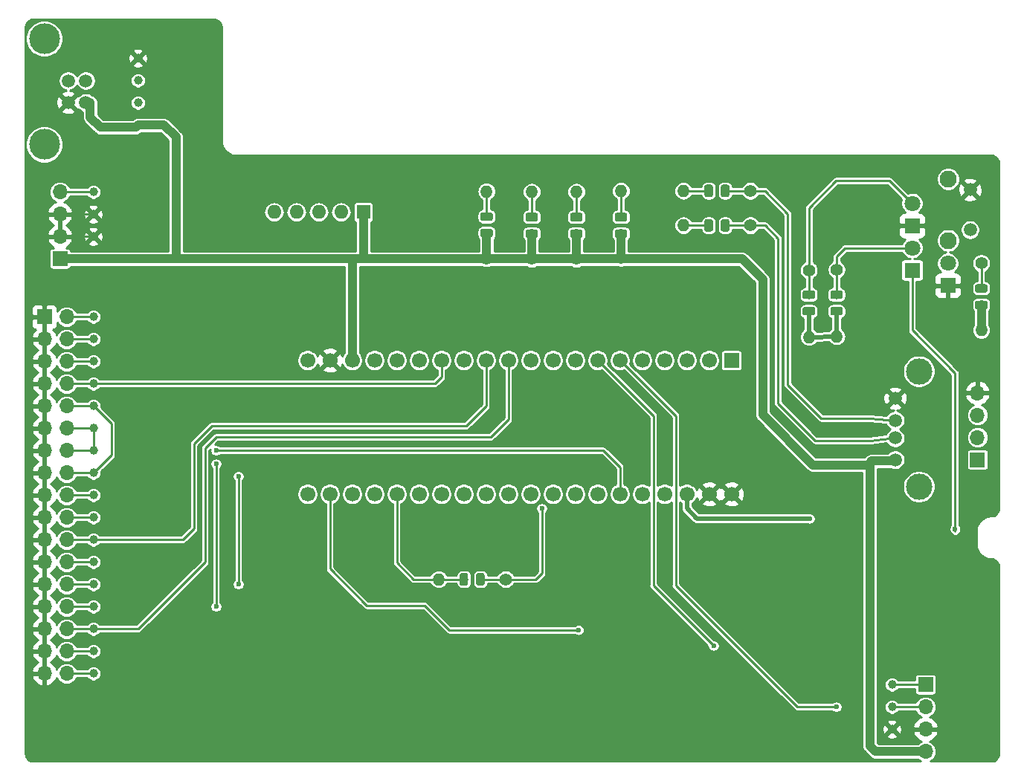
<source format=gbr>
G04 #@! TF.GenerationSoftware,KiCad,Pcbnew,(5.1.2)-2*
G04 #@! TF.CreationDate,2020-12-20T10:54:08+00:00*
G04 #@! TF.ProjectId,Greaseweazle F1 Gotek (+ USB B),47726561-7365-4776-9561-7a6c65204631,1*
G04 #@! TF.SameCoordinates,PX6312cb0PY6bcb370*
G04 #@! TF.FileFunction,Copper,L1,Top*
G04 #@! TF.FilePolarity,Positive*
%FSLAX46Y46*%
G04 Gerber Fmt 4.6, Leading zero omitted, Abs format (unit mm)*
G04 Created by KiCad (PCBNEW (5.1.2)-2) date 2020-12-20 10:54:08*
%MOMM*%
%LPD*%
G04 APERTURE LIST*
%ADD10C,1.800000*%
%ADD11R,1.800000X1.800000*%
%ADD12O,1.400000X1.400000*%
%ADD13C,1.400000*%
%ADD14C,0.100000*%
%ADD15C,0.975000*%
%ADD16C,1.000000*%
%ADD17C,3.500120*%
%ADD18C,1.501140*%
%ADD19O,1.700000X1.700000*%
%ADD20R,1.700000X1.700000*%
%ADD21C,2.999740*%
%ADD22C,1.700000*%
%ADD23C,1.950000*%
%ADD24C,1.508000*%
%ADD25O,1.600000X1.600000*%
%ADD26R,1.600000X1.600000*%
%ADD27C,5.000000*%
%ADD28C,0.600000*%
%ADD29C,0.250000*%
%ADD30C,0.500000*%
%ADD31C,1.000000*%
%ADD32C,0.254000*%
G04 APERTURE END LIST*
D10*
X96774000Y46736000D03*
D11*
X96774000Y44196000D03*
D12*
X100584000Y39116000D03*
D13*
X100584000Y46736000D03*
D14*
G36*
X101064142Y42474826D02*
G01*
X101087803Y42471316D01*
X101111007Y42465504D01*
X101133529Y42457446D01*
X101155153Y42447218D01*
X101175670Y42434921D01*
X101194883Y42420671D01*
X101212607Y42404607D01*
X101228671Y42386883D01*
X101242921Y42367670D01*
X101255218Y42347153D01*
X101265446Y42325529D01*
X101273504Y42303007D01*
X101279316Y42279803D01*
X101282826Y42256142D01*
X101284000Y42232250D01*
X101284000Y41744750D01*
X101282826Y41720858D01*
X101279316Y41697197D01*
X101273504Y41673993D01*
X101265446Y41651471D01*
X101255218Y41629847D01*
X101242921Y41609330D01*
X101228671Y41590117D01*
X101212607Y41572393D01*
X101194883Y41556329D01*
X101175670Y41542079D01*
X101155153Y41529782D01*
X101133529Y41519554D01*
X101111007Y41511496D01*
X101087803Y41505684D01*
X101064142Y41502174D01*
X101040250Y41501000D01*
X100127750Y41501000D01*
X100103858Y41502174D01*
X100080197Y41505684D01*
X100056993Y41511496D01*
X100034471Y41519554D01*
X100012847Y41529782D01*
X99992330Y41542079D01*
X99973117Y41556329D01*
X99955393Y41572393D01*
X99939329Y41590117D01*
X99925079Y41609330D01*
X99912782Y41629847D01*
X99902554Y41651471D01*
X99894496Y41673993D01*
X99888684Y41697197D01*
X99885174Y41720858D01*
X99884000Y41744750D01*
X99884000Y42232250D01*
X99885174Y42256142D01*
X99888684Y42279803D01*
X99894496Y42303007D01*
X99902554Y42325529D01*
X99912782Y42347153D01*
X99925079Y42367670D01*
X99939329Y42386883D01*
X99955393Y42404607D01*
X99973117Y42420671D01*
X99992330Y42434921D01*
X100012847Y42447218D01*
X100034471Y42457446D01*
X100056993Y42465504D01*
X100080197Y42471316D01*
X100103858Y42474826D01*
X100127750Y42476000D01*
X101040250Y42476000D01*
X101064142Y42474826D01*
X101064142Y42474826D01*
G37*
D15*
X100584000Y41988500D03*
D14*
G36*
X101064142Y44349826D02*
G01*
X101087803Y44346316D01*
X101111007Y44340504D01*
X101133529Y44332446D01*
X101155153Y44322218D01*
X101175670Y44309921D01*
X101194883Y44295671D01*
X101212607Y44279607D01*
X101228671Y44261883D01*
X101242921Y44242670D01*
X101255218Y44222153D01*
X101265446Y44200529D01*
X101273504Y44178007D01*
X101279316Y44154803D01*
X101282826Y44131142D01*
X101284000Y44107250D01*
X101284000Y43619750D01*
X101282826Y43595858D01*
X101279316Y43572197D01*
X101273504Y43548993D01*
X101265446Y43526471D01*
X101255218Y43504847D01*
X101242921Y43484330D01*
X101228671Y43465117D01*
X101212607Y43447393D01*
X101194883Y43431329D01*
X101175670Y43417079D01*
X101155153Y43404782D01*
X101133529Y43394554D01*
X101111007Y43386496D01*
X101087803Y43380684D01*
X101064142Y43377174D01*
X101040250Y43376000D01*
X100127750Y43376000D01*
X100103858Y43377174D01*
X100080197Y43380684D01*
X100056993Y43386496D01*
X100034471Y43394554D01*
X100012847Y43404782D01*
X99992330Y43417079D01*
X99973117Y43431329D01*
X99955393Y43447393D01*
X99939329Y43465117D01*
X99925079Y43484330D01*
X99912782Y43504847D01*
X99902554Y43526471D01*
X99894496Y43548993D01*
X99888684Y43572197D01*
X99885174Y43595858D01*
X99884000Y43619750D01*
X99884000Y44107250D01*
X99885174Y44131142D01*
X99888684Y44154803D01*
X99894496Y44178007D01*
X99902554Y44200529D01*
X99912782Y44222153D01*
X99925079Y44242670D01*
X99939329Y44261883D01*
X99955393Y44279607D01*
X99973117Y44295671D01*
X99992330Y44309921D01*
X100012847Y44322218D01*
X100034471Y44332446D01*
X100056993Y44340504D01*
X100080197Y44346316D01*
X100103858Y44349826D01*
X100127750Y44351000D01*
X101040250Y44351000D01*
X101064142Y44349826D01*
X101064142Y44349826D01*
G37*
D15*
X100584000Y43863500D03*
D16*
X4572000Y62484000D03*
X4572000Y65024000D03*
X4572000Y67564000D03*
X4572000Y70104000D03*
D17*
X-6096000Y60274200D03*
X-6096000Y72313800D03*
D18*
X-1371600Y67538600D03*
X-1371600Y65049400D03*
X-3378200Y65049400D03*
X-3378200Y67538600D03*
D19*
X94234000Y-8890000D03*
X94234000Y-6350000D03*
X94234000Y-3810000D03*
D20*
X94234000Y-1270000D03*
D10*
X92710000Y48488600D03*
D11*
X92710000Y45948600D03*
D10*
X92710000Y53543200D03*
D11*
X92710000Y51003200D03*
D18*
X90784680Y31347120D03*
X90784680Y28847760D03*
X90784680Y26846240D03*
X90784680Y24346880D03*
D21*
X93494860Y34417980D03*
X93494860Y21276020D03*
D19*
X100152200Y31978600D03*
X100152200Y29438600D03*
X100152200Y26898600D03*
D20*
X100152200Y24358600D03*
D22*
X72136000Y20447000D03*
D20*
X72136000Y35687000D03*
D22*
X69596000Y20447000D03*
X69596000Y35687000D03*
X67056000Y20447000D03*
X67056000Y35687000D03*
X64516000Y20447000D03*
X64516000Y35687000D03*
X61976000Y20447000D03*
X61976000Y35687000D03*
X59436000Y20447000D03*
X59436000Y35687000D03*
X56896000Y20447000D03*
X56896000Y35687000D03*
X54356000Y20447000D03*
X54356000Y35687000D03*
X51816000Y20447000D03*
X51816000Y35687000D03*
X49276000Y20447000D03*
X49276000Y35687000D03*
X46736000Y20447000D03*
X46736000Y35687000D03*
X44196000Y20447000D03*
X44196000Y35687000D03*
X41656000Y20447000D03*
X41656000Y35687000D03*
X39116000Y20447000D03*
X39116000Y35687000D03*
X36576000Y20447000D03*
X36576000Y35687000D03*
X34036000Y20447000D03*
X34036000Y35687000D03*
X31496000Y20447000D03*
X31496000Y35687000D03*
X28956000Y20447000D03*
X28956000Y35687000D03*
X26416000Y20447000D03*
X26416000Y35687000D03*
X23876000Y20447000D03*
X23876000Y35687000D03*
D19*
X-4318000Y54864000D03*
X-4318000Y52324000D03*
X-4318000Y49784000D03*
D20*
X-4318000Y47244000D03*
D12*
X44259500Y54927500D03*
D13*
X44259500Y47307500D03*
X49403000Y47244000D03*
D12*
X49403000Y54864000D03*
X54483000Y54864000D03*
D13*
X54483000Y47244000D03*
X59563000Y47371000D03*
D12*
X59563000Y54991000D03*
X66675000Y54991000D03*
D13*
X74295000Y54991000D03*
X74295000Y51054000D03*
D12*
X66675000Y51054000D03*
D13*
X46418500Y10731500D03*
D12*
X38798500Y10731500D03*
X80949800Y38328600D03*
D13*
X80949800Y45948600D03*
X84099400Y46024800D03*
D12*
X84099400Y38404800D03*
D23*
X96814000Y56332000D03*
X96814000Y49332000D03*
D24*
X99314000Y55107000D03*
X99314000Y50557000D03*
D25*
X20066000Y52578000D03*
X22606000Y52578000D03*
X25146000Y52578000D03*
X27686000Y52578000D03*
D26*
X30226000Y52578000D03*
D14*
G36*
X84579542Y41763626D02*
G01*
X84603203Y41760116D01*
X84626407Y41754304D01*
X84648929Y41746246D01*
X84670553Y41736018D01*
X84691070Y41723721D01*
X84710283Y41709471D01*
X84728007Y41693407D01*
X84744071Y41675683D01*
X84758321Y41656470D01*
X84770618Y41635953D01*
X84780846Y41614329D01*
X84788904Y41591807D01*
X84794716Y41568603D01*
X84798226Y41544942D01*
X84799400Y41521050D01*
X84799400Y41033550D01*
X84798226Y41009658D01*
X84794716Y40985997D01*
X84788904Y40962793D01*
X84780846Y40940271D01*
X84770618Y40918647D01*
X84758321Y40898130D01*
X84744071Y40878917D01*
X84728007Y40861193D01*
X84710283Y40845129D01*
X84691070Y40830879D01*
X84670553Y40818582D01*
X84648929Y40808354D01*
X84626407Y40800296D01*
X84603203Y40794484D01*
X84579542Y40790974D01*
X84555650Y40789800D01*
X83643150Y40789800D01*
X83619258Y40790974D01*
X83595597Y40794484D01*
X83572393Y40800296D01*
X83549871Y40808354D01*
X83528247Y40818582D01*
X83507730Y40830879D01*
X83488517Y40845129D01*
X83470793Y40861193D01*
X83454729Y40878917D01*
X83440479Y40898130D01*
X83428182Y40918647D01*
X83417954Y40940271D01*
X83409896Y40962793D01*
X83404084Y40985997D01*
X83400574Y41009658D01*
X83399400Y41033550D01*
X83399400Y41521050D01*
X83400574Y41544942D01*
X83404084Y41568603D01*
X83409896Y41591807D01*
X83417954Y41614329D01*
X83428182Y41635953D01*
X83440479Y41656470D01*
X83454729Y41675683D01*
X83470793Y41693407D01*
X83488517Y41709471D01*
X83507730Y41723721D01*
X83528247Y41736018D01*
X83549871Y41746246D01*
X83572393Y41754304D01*
X83595597Y41760116D01*
X83619258Y41763626D01*
X83643150Y41764800D01*
X84555650Y41764800D01*
X84579542Y41763626D01*
X84579542Y41763626D01*
G37*
D15*
X84099400Y41277300D03*
D14*
G36*
X84579542Y43638626D02*
G01*
X84603203Y43635116D01*
X84626407Y43629304D01*
X84648929Y43621246D01*
X84670553Y43611018D01*
X84691070Y43598721D01*
X84710283Y43584471D01*
X84728007Y43568407D01*
X84744071Y43550683D01*
X84758321Y43531470D01*
X84770618Y43510953D01*
X84780846Y43489329D01*
X84788904Y43466807D01*
X84794716Y43443603D01*
X84798226Y43419942D01*
X84799400Y43396050D01*
X84799400Y42908550D01*
X84798226Y42884658D01*
X84794716Y42860997D01*
X84788904Y42837793D01*
X84780846Y42815271D01*
X84770618Y42793647D01*
X84758321Y42773130D01*
X84744071Y42753917D01*
X84728007Y42736193D01*
X84710283Y42720129D01*
X84691070Y42705879D01*
X84670553Y42693582D01*
X84648929Y42683354D01*
X84626407Y42675296D01*
X84603203Y42669484D01*
X84579542Y42665974D01*
X84555650Y42664800D01*
X83643150Y42664800D01*
X83619258Y42665974D01*
X83595597Y42669484D01*
X83572393Y42675296D01*
X83549871Y42683354D01*
X83528247Y42693582D01*
X83507730Y42705879D01*
X83488517Y42720129D01*
X83470793Y42736193D01*
X83454729Y42753917D01*
X83440479Y42773130D01*
X83428182Y42793647D01*
X83417954Y42815271D01*
X83409896Y42837793D01*
X83404084Y42860997D01*
X83400574Y42884658D01*
X83399400Y42908550D01*
X83399400Y43396050D01*
X83400574Y43419942D01*
X83404084Y43443603D01*
X83409896Y43466807D01*
X83417954Y43489329D01*
X83428182Y43510953D01*
X83440479Y43531470D01*
X83454729Y43550683D01*
X83470793Y43568407D01*
X83488517Y43584471D01*
X83507730Y43598721D01*
X83528247Y43611018D01*
X83549871Y43621246D01*
X83572393Y43629304D01*
X83595597Y43635116D01*
X83619258Y43638626D01*
X83643150Y43639800D01*
X84555650Y43639800D01*
X84579542Y43638626D01*
X84579542Y43638626D01*
G37*
D15*
X84099400Y43152300D03*
D16*
X-508000Y0D03*
X-508000Y2540000D03*
X-508000Y5080000D03*
X-508000Y7620000D03*
X-508000Y10160000D03*
X-508000Y12700000D03*
X-508000Y15240000D03*
X-508000Y17780000D03*
X-508000Y20320000D03*
X-508000Y22860000D03*
X-508000Y25400000D03*
X-508000Y27940000D03*
X-508000Y30480000D03*
X-508000Y33020000D03*
X-508000Y35560000D03*
X-508000Y38100000D03*
X-508000Y40640000D03*
X-508000Y54864000D03*
X-508000Y52324000D03*
X-508000Y49784000D03*
X-508000Y47244000D03*
X90424000Y-1270000D03*
X90424000Y-3810000D03*
X90424000Y-6350000D03*
X90424000Y-8890000D03*
D14*
G36*
X81429942Y41763626D02*
G01*
X81453603Y41760116D01*
X81476807Y41754304D01*
X81499329Y41746246D01*
X81520953Y41736018D01*
X81541470Y41723721D01*
X81560683Y41709471D01*
X81578407Y41693407D01*
X81594471Y41675683D01*
X81608721Y41656470D01*
X81621018Y41635953D01*
X81631246Y41614329D01*
X81639304Y41591807D01*
X81645116Y41568603D01*
X81648626Y41544942D01*
X81649800Y41521050D01*
X81649800Y41033550D01*
X81648626Y41009658D01*
X81645116Y40985997D01*
X81639304Y40962793D01*
X81631246Y40940271D01*
X81621018Y40918647D01*
X81608721Y40898130D01*
X81594471Y40878917D01*
X81578407Y40861193D01*
X81560683Y40845129D01*
X81541470Y40830879D01*
X81520953Y40818582D01*
X81499329Y40808354D01*
X81476807Y40800296D01*
X81453603Y40794484D01*
X81429942Y40790974D01*
X81406050Y40789800D01*
X80493550Y40789800D01*
X80469658Y40790974D01*
X80445997Y40794484D01*
X80422793Y40800296D01*
X80400271Y40808354D01*
X80378647Y40818582D01*
X80358130Y40830879D01*
X80338917Y40845129D01*
X80321193Y40861193D01*
X80305129Y40878917D01*
X80290879Y40898130D01*
X80278582Y40918647D01*
X80268354Y40940271D01*
X80260296Y40962793D01*
X80254484Y40985997D01*
X80250974Y41009658D01*
X80249800Y41033550D01*
X80249800Y41521050D01*
X80250974Y41544942D01*
X80254484Y41568603D01*
X80260296Y41591807D01*
X80268354Y41614329D01*
X80278582Y41635953D01*
X80290879Y41656470D01*
X80305129Y41675683D01*
X80321193Y41693407D01*
X80338917Y41709471D01*
X80358130Y41723721D01*
X80378647Y41736018D01*
X80400271Y41746246D01*
X80422793Y41754304D01*
X80445997Y41760116D01*
X80469658Y41763626D01*
X80493550Y41764800D01*
X81406050Y41764800D01*
X81429942Y41763626D01*
X81429942Y41763626D01*
G37*
D15*
X80949800Y41277300D03*
D14*
G36*
X81429942Y43638626D02*
G01*
X81453603Y43635116D01*
X81476807Y43629304D01*
X81499329Y43621246D01*
X81520953Y43611018D01*
X81541470Y43598721D01*
X81560683Y43584471D01*
X81578407Y43568407D01*
X81594471Y43550683D01*
X81608721Y43531470D01*
X81621018Y43510953D01*
X81631246Y43489329D01*
X81639304Y43466807D01*
X81645116Y43443603D01*
X81648626Y43419942D01*
X81649800Y43396050D01*
X81649800Y42908550D01*
X81648626Y42884658D01*
X81645116Y42860997D01*
X81639304Y42837793D01*
X81631246Y42815271D01*
X81621018Y42793647D01*
X81608721Y42773130D01*
X81594471Y42753917D01*
X81578407Y42736193D01*
X81560683Y42720129D01*
X81541470Y42705879D01*
X81520953Y42693582D01*
X81499329Y42683354D01*
X81476807Y42675296D01*
X81453603Y42669484D01*
X81429942Y42665974D01*
X81406050Y42664800D01*
X80493550Y42664800D01*
X80469658Y42665974D01*
X80445997Y42669484D01*
X80422793Y42675296D01*
X80400271Y42683354D01*
X80378647Y42693582D01*
X80358130Y42705879D01*
X80338917Y42720129D01*
X80321193Y42736193D01*
X80305129Y42753917D01*
X80290879Y42773130D01*
X80278582Y42793647D01*
X80268354Y42815271D01*
X80260296Y42837793D01*
X80254484Y42860997D01*
X80250974Y42884658D01*
X80249800Y42908550D01*
X80249800Y43396050D01*
X80250974Y43419942D01*
X80254484Y43443603D01*
X80260296Y43466807D01*
X80268354Y43489329D01*
X80278582Y43510953D01*
X80290879Y43531470D01*
X80305129Y43550683D01*
X80321193Y43568407D01*
X80338917Y43584471D01*
X80358130Y43598721D01*
X80378647Y43611018D01*
X80400271Y43621246D01*
X80422793Y43629304D01*
X80445997Y43635116D01*
X80469658Y43638626D01*
X80493550Y43639800D01*
X81406050Y43639800D01*
X81429942Y43638626D01*
X81429942Y43638626D01*
G37*
D15*
X80949800Y43152300D03*
D14*
G36*
X69815142Y51752826D02*
G01*
X69838803Y51749316D01*
X69862007Y51743504D01*
X69884529Y51735446D01*
X69906153Y51725218D01*
X69926670Y51712921D01*
X69945883Y51698671D01*
X69963607Y51682607D01*
X69979671Y51664883D01*
X69993921Y51645670D01*
X70006218Y51625153D01*
X70016446Y51603529D01*
X70024504Y51581007D01*
X70030316Y51557803D01*
X70033826Y51534142D01*
X70035000Y51510250D01*
X70035000Y50597750D01*
X70033826Y50573858D01*
X70030316Y50550197D01*
X70024504Y50526993D01*
X70016446Y50504471D01*
X70006218Y50482847D01*
X69993921Y50462330D01*
X69979671Y50443117D01*
X69963607Y50425393D01*
X69945883Y50409329D01*
X69926670Y50395079D01*
X69906153Y50382782D01*
X69884529Y50372554D01*
X69862007Y50364496D01*
X69838803Y50358684D01*
X69815142Y50355174D01*
X69791250Y50354000D01*
X69303750Y50354000D01*
X69279858Y50355174D01*
X69256197Y50358684D01*
X69232993Y50364496D01*
X69210471Y50372554D01*
X69188847Y50382782D01*
X69168330Y50395079D01*
X69149117Y50409329D01*
X69131393Y50425393D01*
X69115329Y50443117D01*
X69101079Y50462330D01*
X69088782Y50482847D01*
X69078554Y50504471D01*
X69070496Y50526993D01*
X69064684Y50550197D01*
X69061174Y50573858D01*
X69060000Y50597750D01*
X69060000Y51510250D01*
X69061174Y51534142D01*
X69064684Y51557803D01*
X69070496Y51581007D01*
X69078554Y51603529D01*
X69088782Y51625153D01*
X69101079Y51645670D01*
X69115329Y51664883D01*
X69131393Y51682607D01*
X69149117Y51698671D01*
X69168330Y51712921D01*
X69188847Y51725218D01*
X69210471Y51735446D01*
X69232993Y51743504D01*
X69256197Y51749316D01*
X69279858Y51752826D01*
X69303750Y51754000D01*
X69791250Y51754000D01*
X69815142Y51752826D01*
X69815142Y51752826D01*
G37*
D15*
X69547500Y51054000D03*
D14*
G36*
X71690142Y51752826D02*
G01*
X71713803Y51749316D01*
X71737007Y51743504D01*
X71759529Y51735446D01*
X71781153Y51725218D01*
X71801670Y51712921D01*
X71820883Y51698671D01*
X71838607Y51682607D01*
X71854671Y51664883D01*
X71868921Y51645670D01*
X71881218Y51625153D01*
X71891446Y51603529D01*
X71899504Y51581007D01*
X71905316Y51557803D01*
X71908826Y51534142D01*
X71910000Y51510250D01*
X71910000Y50597750D01*
X71908826Y50573858D01*
X71905316Y50550197D01*
X71899504Y50526993D01*
X71891446Y50504471D01*
X71881218Y50482847D01*
X71868921Y50462330D01*
X71854671Y50443117D01*
X71838607Y50425393D01*
X71820883Y50409329D01*
X71801670Y50395079D01*
X71781153Y50382782D01*
X71759529Y50372554D01*
X71737007Y50364496D01*
X71713803Y50358684D01*
X71690142Y50355174D01*
X71666250Y50354000D01*
X71178750Y50354000D01*
X71154858Y50355174D01*
X71131197Y50358684D01*
X71107993Y50364496D01*
X71085471Y50372554D01*
X71063847Y50382782D01*
X71043330Y50395079D01*
X71024117Y50409329D01*
X71006393Y50425393D01*
X70990329Y50443117D01*
X70976079Y50462330D01*
X70963782Y50482847D01*
X70953554Y50504471D01*
X70945496Y50526993D01*
X70939684Y50550197D01*
X70936174Y50573858D01*
X70935000Y50597750D01*
X70935000Y51510250D01*
X70936174Y51534142D01*
X70939684Y51557803D01*
X70945496Y51581007D01*
X70953554Y51603529D01*
X70963782Y51625153D01*
X70976079Y51645670D01*
X70990329Y51664883D01*
X71006393Y51682607D01*
X71024117Y51698671D01*
X71043330Y51712921D01*
X71063847Y51725218D01*
X71085471Y51735446D01*
X71107993Y51743504D01*
X71131197Y51749316D01*
X71154858Y51752826D01*
X71178750Y51754000D01*
X71666250Y51754000D01*
X71690142Y51752826D01*
X71690142Y51752826D01*
G37*
D15*
X71422500Y51054000D03*
D14*
G36*
X69815142Y55689826D02*
G01*
X69838803Y55686316D01*
X69862007Y55680504D01*
X69884529Y55672446D01*
X69906153Y55662218D01*
X69926670Y55649921D01*
X69945883Y55635671D01*
X69963607Y55619607D01*
X69979671Y55601883D01*
X69993921Y55582670D01*
X70006218Y55562153D01*
X70016446Y55540529D01*
X70024504Y55518007D01*
X70030316Y55494803D01*
X70033826Y55471142D01*
X70035000Y55447250D01*
X70035000Y54534750D01*
X70033826Y54510858D01*
X70030316Y54487197D01*
X70024504Y54463993D01*
X70016446Y54441471D01*
X70006218Y54419847D01*
X69993921Y54399330D01*
X69979671Y54380117D01*
X69963607Y54362393D01*
X69945883Y54346329D01*
X69926670Y54332079D01*
X69906153Y54319782D01*
X69884529Y54309554D01*
X69862007Y54301496D01*
X69838803Y54295684D01*
X69815142Y54292174D01*
X69791250Y54291000D01*
X69303750Y54291000D01*
X69279858Y54292174D01*
X69256197Y54295684D01*
X69232993Y54301496D01*
X69210471Y54309554D01*
X69188847Y54319782D01*
X69168330Y54332079D01*
X69149117Y54346329D01*
X69131393Y54362393D01*
X69115329Y54380117D01*
X69101079Y54399330D01*
X69088782Y54419847D01*
X69078554Y54441471D01*
X69070496Y54463993D01*
X69064684Y54487197D01*
X69061174Y54510858D01*
X69060000Y54534750D01*
X69060000Y55447250D01*
X69061174Y55471142D01*
X69064684Y55494803D01*
X69070496Y55518007D01*
X69078554Y55540529D01*
X69088782Y55562153D01*
X69101079Y55582670D01*
X69115329Y55601883D01*
X69131393Y55619607D01*
X69149117Y55635671D01*
X69168330Y55649921D01*
X69188847Y55662218D01*
X69210471Y55672446D01*
X69232993Y55680504D01*
X69256197Y55686316D01*
X69279858Y55689826D01*
X69303750Y55691000D01*
X69791250Y55691000D01*
X69815142Y55689826D01*
X69815142Y55689826D01*
G37*
D15*
X69547500Y54991000D03*
D14*
G36*
X71690142Y55689826D02*
G01*
X71713803Y55686316D01*
X71737007Y55680504D01*
X71759529Y55672446D01*
X71781153Y55662218D01*
X71801670Y55649921D01*
X71820883Y55635671D01*
X71838607Y55619607D01*
X71854671Y55601883D01*
X71868921Y55582670D01*
X71881218Y55562153D01*
X71891446Y55540529D01*
X71899504Y55518007D01*
X71905316Y55494803D01*
X71908826Y55471142D01*
X71910000Y55447250D01*
X71910000Y54534750D01*
X71908826Y54510858D01*
X71905316Y54487197D01*
X71899504Y54463993D01*
X71891446Y54441471D01*
X71881218Y54419847D01*
X71868921Y54399330D01*
X71854671Y54380117D01*
X71838607Y54362393D01*
X71820883Y54346329D01*
X71801670Y54332079D01*
X71781153Y54319782D01*
X71759529Y54309554D01*
X71737007Y54301496D01*
X71713803Y54295684D01*
X71690142Y54292174D01*
X71666250Y54291000D01*
X71178750Y54291000D01*
X71154858Y54292174D01*
X71131197Y54295684D01*
X71107993Y54301496D01*
X71085471Y54309554D01*
X71063847Y54319782D01*
X71043330Y54332079D01*
X71024117Y54346329D01*
X71006393Y54362393D01*
X70990329Y54380117D01*
X70976079Y54399330D01*
X70963782Y54419847D01*
X70953554Y54441471D01*
X70945496Y54463993D01*
X70939684Y54487197D01*
X70936174Y54510858D01*
X70935000Y54534750D01*
X70935000Y55447250D01*
X70936174Y55471142D01*
X70939684Y55494803D01*
X70945496Y55518007D01*
X70953554Y55540529D01*
X70963782Y55562153D01*
X70976079Y55582670D01*
X70990329Y55601883D01*
X71006393Y55619607D01*
X71024117Y55635671D01*
X71043330Y55649921D01*
X71063847Y55662218D01*
X71085471Y55672446D01*
X71107993Y55680504D01*
X71131197Y55686316D01*
X71154858Y55689826D01*
X71178750Y55691000D01*
X71666250Y55691000D01*
X71690142Y55689826D01*
X71690142Y55689826D01*
G37*
D15*
X71422500Y54991000D03*
D19*
X-3556000Y0D03*
X-6096000Y0D03*
X-3556000Y2540000D03*
X-6096000Y2540000D03*
X-3556000Y5080000D03*
X-6096000Y5080000D03*
X-3556000Y7620000D03*
X-6096000Y7620000D03*
X-3556000Y10160000D03*
X-6096000Y10160000D03*
X-3556000Y12700000D03*
X-6096000Y12700000D03*
X-3556000Y15240000D03*
X-6096000Y15240000D03*
X-3556000Y17780000D03*
X-6096000Y17780000D03*
X-3556000Y20320000D03*
X-6096000Y20320000D03*
X-3556000Y22860000D03*
X-6096000Y22860000D03*
X-3556000Y25400000D03*
X-6096000Y25400000D03*
X-3556000Y27940000D03*
X-6096000Y27940000D03*
X-3556000Y30480000D03*
X-6096000Y30480000D03*
X-3556000Y33020000D03*
X-6096000Y33020000D03*
X-3556000Y35560000D03*
X-6096000Y35560000D03*
X-3556000Y38100000D03*
X-6096000Y38100000D03*
X-3556000Y40640000D03*
D20*
X-6096000Y40640000D03*
D14*
G36*
X60043142Y52477826D02*
G01*
X60066803Y52474316D01*
X60090007Y52468504D01*
X60112529Y52460446D01*
X60134153Y52450218D01*
X60154670Y52437921D01*
X60173883Y52423671D01*
X60191607Y52407607D01*
X60207671Y52389883D01*
X60221921Y52370670D01*
X60234218Y52350153D01*
X60244446Y52328529D01*
X60252504Y52306007D01*
X60258316Y52282803D01*
X60261826Y52259142D01*
X60263000Y52235250D01*
X60263000Y51747750D01*
X60261826Y51723858D01*
X60258316Y51700197D01*
X60252504Y51676993D01*
X60244446Y51654471D01*
X60234218Y51632847D01*
X60221921Y51612330D01*
X60207671Y51593117D01*
X60191607Y51575393D01*
X60173883Y51559329D01*
X60154670Y51545079D01*
X60134153Y51532782D01*
X60112529Y51522554D01*
X60090007Y51514496D01*
X60066803Y51508684D01*
X60043142Y51505174D01*
X60019250Y51504000D01*
X59106750Y51504000D01*
X59082858Y51505174D01*
X59059197Y51508684D01*
X59035993Y51514496D01*
X59013471Y51522554D01*
X58991847Y51532782D01*
X58971330Y51545079D01*
X58952117Y51559329D01*
X58934393Y51575393D01*
X58918329Y51593117D01*
X58904079Y51612330D01*
X58891782Y51632847D01*
X58881554Y51654471D01*
X58873496Y51676993D01*
X58867684Y51700197D01*
X58864174Y51723858D01*
X58863000Y51747750D01*
X58863000Y52235250D01*
X58864174Y52259142D01*
X58867684Y52282803D01*
X58873496Y52306007D01*
X58881554Y52328529D01*
X58891782Y52350153D01*
X58904079Y52370670D01*
X58918329Y52389883D01*
X58934393Y52407607D01*
X58952117Y52423671D01*
X58971330Y52437921D01*
X58991847Y52450218D01*
X59013471Y52460446D01*
X59035993Y52468504D01*
X59059197Y52474316D01*
X59082858Y52477826D01*
X59106750Y52479000D01*
X60019250Y52479000D01*
X60043142Y52477826D01*
X60043142Y52477826D01*
G37*
D15*
X59563000Y51991500D03*
D14*
G36*
X60043142Y50602826D02*
G01*
X60066803Y50599316D01*
X60090007Y50593504D01*
X60112529Y50585446D01*
X60134153Y50575218D01*
X60154670Y50562921D01*
X60173883Y50548671D01*
X60191607Y50532607D01*
X60207671Y50514883D01*
X60221921Y50495670D01*
X60234218Y50475153D01*
X60244446Y50453529D01*
X60252504Y50431007D01*
X60258316Y50407803D01*
X60261826Y50384142D01*
X60263000Y50360250D01*
X60263000Y49872750D01*
X60261826Y49848858D01*
X60258316Y49825197D01*
X60252504Y49801993D01*
X60244446Y49779471D01*
X60234218Y49757847D01*
X60221921Y49737330D01*
X60207671Y49718117D01*
X60191607Y49700393D01*
X60173883Y49684329D01*
X60154670Y49670079D01*
X60134153Y49657782D01*
X60112529Y49647554D01*
X60090007Y49639496D01*
X60066803Y49633684D01*
X60043142Y49630174D01*
X60019250Y49629000D01*
X59106750Y49629000D01*
X59082858Y49630174D01*
X59059197Y49633684D01*
X59035993Y49639496D01*
X59013471Y49647554D01*
X58991847Y49657782D01*
X58971330Y49670079D01*
X58952117Y49684329D01*
X58934393Y49700393D01*
X58918329Y49718117D01*
X58904079Y49737330D01*
X58891782Y49757847D01*
X58881554Y49779471D01*
X58873496Y49801993D01*
X58867684Y49825197D01*
X58864174Y49848858D01*
X58863000Y49872750D01*
X58863000Y50360250D01*
X58864174Y50384142D01*
X58867684Y50407803D01*
X58873496Y50431007D01*
X58881554Y50453529D01*
X58891782Y50475153D01*
X58904079Y50495670D01*
X58918329Y50514883D01*
X58934393Y50532607D01*
X58952117Y50548671D01*
X58971330Y50562921D01*
X58991847Y50575218D01*
X59013471Y50585446D01*
X59035993Y50593504D01*
X59059197Y50599316D01*
X59082858Y50602826D01*
X59106750Y50604000D01*
X60019250Y50604000D01*
X60043142Y50602826D01*
X60043142Y50602826D01*
G37*
D15*
X59563000Y50116500D03*
D14*
G36*
X44739642Y52541326D02*
G01*
X44763303Y52537816D01*
X44786507Y52532004D01*
X44809029Y52523946D01*
X44830653Y52513718D01*
X44851170Y52501421D01*
X44870383Y52487171D01*
X44888107Y52471107D01*
X44904171Y52453383D01*
X44918421Y52434170D01*
X44930718Y52413653D01*
X44940946Y52392029D01*
X44949004Y52369507D01*
X44954816Y52346303D01*
X44958326Y52322642D01*
X44959500Y52298750D01*
X44959500Y51811250D01*
X44958326Y51787358D01*
X44954816Y51763697D01*
X44949004Y51740493D01*
X44940946Y51717971D01*
X44930718Y51696347D01*
X44918421Y51675830D01*
X44904171Y51656617D01*
X44888107Y51638893D01*
X44870383Y51622829D01*
X44851170Y51608579D01*
X44830653Y51596282D01*
X44809029Y51586054D01*
X44786507Y51577996D01*
X44763303Y51572184D01*
X44739642Y51568674D01*
X44715750Y51567500D01*
X43803250Y51567500D01*
X43779358Y51568674D01*
X43755697Y51572184D01*
X43732493Y51577996D01*
X43709971Y51586054D01*
X43688347Y51596282D01*
X43667830Y51608579D01*
X43648617Y51622829D01*
X43630893Y51638893D01*
X43614829Y51656617D01*
X43600579Y51675830D01*
X43588282Y51696347D01*
X43578054Y51717971D01*
X43569996Y51740493D01*
X43564184Y51763697D01*
X43560674Y51787358D01*
X43559500Y51811250D01*
X43559500Y52298750D01*
X43560674Y52322642D01*
X43564184Y52346303D01*
X43569996Y52369507D01*
X43578054Y52392029D01*
X43588282Y52413653D01*
X43600579Y52434170D01*
X43614829Y52453383D01*
X43630893Y52471107D01*
X43648617Y52487171D01*
X43667830Y52501421D01*
X43688347Y52513718D01*
X43709971Y52523946D01*
X43732493Y52532004D01*
X43755697Y52537816D01*
X43779358Y52541326D01*
X43803250Y52542500D01*
X44715750Y52542500D01*
X44739642Y52541326D01*
X44739642Y52541326D01*
G37*
D15*
X44259500Y52055000D03*
D14*
G36*
X44739642Y50666326D02*
G01*
X44763303Y50662816D01*
X44786507Y50657004D01*
X44809029Y50648946D01*
X44830653Y50638718D01*
X44851170Y50626421D01*
X44870383Y50612171D01*
X44888107Y50596107D01*
X44904171Y50578383D01*
X44918421Y50559170D01*
X44930718Y50538653D01*
X44940946Y50517029D01*
X44949004Y50494507D01*
X44954816Y50471303D01*
X44958326Y50447642D01*
X44959500Y50423750D01*
X44959500Y49936250D01*
X44958326Y49912358D01*
X44954816Y49888697D01*
X44949004Y49865493D01*
X44940946Y49842971D01*
X44930718Y49821347D01*
X44918421Y49800830D01*
X44904171Y49781617D01*
X44888107Y49763893D01*
X44870383Y49747829D01*
X44851170Y49733579D01*
X44830653Y49721282D01*
X44809029Y49711054D01*
X44786507Y49702996D01*
X44763303Y49697184D01*
X44739642Y49693674D01*
X44715750Y49692500D01*
X43803250Y49692500D01*
X43779358Y49693674D01*
X43755697Y49697184D01*
X43732493Y49702996D01*
X43709971Y49711054D01*
X43688347Y49721282D01*
X43667830Y49733579D01*
X43648617Y49747829D01*
X43630893Y49763893D01*
X43614829Y49781617D01*
X43600579Y49800830D01*
X43588282Y49821347D01*
X43578054Y49842971D01*
X43569996Y49865493D01*
X43564184Y49888697D01*
X43560674Y49912358D01*
X43559500Y49936250D01*
X43559500Y50423750D01*
X43560674Y50447642D01*
X43564184Y50471303D01*
X43569996Y50494507D01*
X43578054Y50517029D01*
X43588282Y50538653D01*
X43600579Y50559170D01*
X43614829Y50578383D01*
X43630893Y50596107D01*
X43648617Y50612171D01*
X43667830Y50626421D01*
X43688347Y50638718D01*
X43709971Y50648946D01*
X43732493Y50657004D01*
X43755697Y50662816D01*
X43779358Y50666326D01*
X43803250Y50667500D01*
X44715750Y50667500D01*
X44739642Y50666326D01*
X44739642Y50666326D01*
G37*
D15*
X44259500Y50180000D03*
D14*
G36*
X49883142Y52477826D02*
G01*
X49906803Y52474316D01*
X49930007Y52468504D01*
X49952529Y52460446D01*
X49974153Y52450218D01*
X49994670Y52437921D01*
X50013883Y52423671D01*
X50031607Y52407607D01*
X50047671Y52389883D01*
X50061921Y52370670D01*
X50074218Y52350153D01*
X50084446Y52328529D01*
X50092504Y52306007D01*
X50098316Y52282803D01*
X50101826Y52259142D01*
X50103000Y52235250D01*
X50103000Y51747750D01*
X50101826Y51723858D01*
X50098316Y51700197D01*
X50092504Y51676993D01*
X50084446Y51654471D01*
X50074218Y51632847D01*
X50061921Y51612330D01*
X50047671Y51593117D01*
X50031607Y51575393D01*
X50013883Y51559329D01*
X49994670Y51545079D01*
X49974153Y51532782D01*
X49952529Y51522554D01*
X49930007Y51514496D01*
X49906803Y51508684D01*
X49883142Y51505174D01*
X49859250Y51504000D01*
X48946750Y51504000D01*
X48922858Y51505174D01*
X48899197Y51508684D01*
X48875993Y51514496D01*
X48853471Y51522554D01*
X48831847Y51532782D01*
X48811330Y51545079D01*
X48792117Y51559329D01*
X48774393Y51575393D01*
X48758329Y51593117D01*
X48744079Y51612330D01*
X48731782Y51632847D01*
X48721554Y51654471D01*
X48713496Y51676993D01*
X48707684Y51700197D01*
X48704174Y51723858D01*
X48703000Y51747750D01*
X48703000Y52235250D01*
X48704174Y52259142D01*
X48707684Y52282803D01*
X48713496Y52306007D01*
X48721554Y52328529D01*
X48731782Y52350153D01*
X48744079Y52370670D01*
X48758329Y52389883D01*
X48774393Y52407607D01*
X48792117Y52423671D01*
X48811330Y52437921D01*
X48831847Y52450218D01*
X48853471Y52460446D01*
X48875993Y52468504D01*
X48899197Y52474316D01*
X48922858Y52477826D01*
X48946750Y52479000D01*
X49859250Y52479000D01*
X49883142Y52477826D01*
X49883142Y52477826D01*
G37*
D15*
X49403000Y51991500D03*
D14*
G36*
X49883142Y50602826D02*
G01*
X49906803Y50599316D01*
X49930007Y50593504D01*
X49952529Y50585446D01*
X49974153Y50575218D01*
X49994670Y50562921D01*
X50013883Y50548671D01*
X50031607Y50532607D01*
X50047671Y50514883D01*
X50061921Y50495670D01*
X50074218Y50475153D01*
X50084446Y50453529D01*
X50092504Y50431007D01*
X50098316Y50407803D01*
X50101826Y50384142D01*
X50103000Y50360250D01*
X50103000Y49872750D01*
X50101826Y49848858D01*
X50098316Y49825197D01*
X50092504Y49801993D01*
X50084446Y49779471D01*
X50074218Y49757847D01*
X50061921Y49737330D01*
X50047671Y49718117D01*
X50031607Y49700393D01*
X50013883Y49684329D01*
X49994670Y49670079D01*
X49974153Y49657782D01*
X49952529Y49647554D01*
X49930007Y49639496D01*
X49906803Y49633684D01*
X49883142Y49630174D01*
X49859250Y49629000D01*
X48946750Y49629000D01*
X48922858Y49630174D01*
X48899197Y49633684D01*
X48875993Y49639496D01*
X48853471Y49647554D01*
X48831847Y49657782D01*
X48811330Y49670079D01*
X48792117Y49684329D01*
X48774393Y49700393D01*
X48758329Y49718117D01*
X48744079Y49737330D01*
X48731782Y49757847D01*
X48721554Y49779471D01*
X48713496Y49801993D01*
X48707684Y49825197D01*
X48704174Y49848858D01*
X48703000Y49872750D01*
X48703000Y50360250D01*
X48704174Y50384142D01*
X48707684Y50407803D01*
X48713496Y50431007D01*
X48721554Y50453529D01*
X48731782Y50475153D01*
X48744079Y50495670D01*
X48758329Y50514883D01*
X48774393Y50532607D01*
X48792117Y50548671D01*
X48811330Y50562921D01*
X48831847Y50575218D01*
X48853471Y50585446D01*
X48875993Y50593504D01*
X48899197Y50599316D01*
X48922858Y50602826D01*
X48946750Y50604000D01*
X49859250Y50604000D01*
X49883142Y50602826D01*
X49883142Y50602826D01*
G37*
D15*
X49403000Y50116500D03*
D14*
G36*
X54963142Y52477826D02*
G01*
X54986803Y52474316D01*
X55010007Y52468504D01*
X55032529Y52460446D01*
X55054153Y52450218D01*
X55074670Y52437921D01*
X55093883Y52423671D01*
X55111607Y52407607D01*
X55127671Y52389883D01*
X55141921Y52370670D01*
X55154218Y52350153D01*
X55164446Y52328529D01*
X55172504Y52306007D01*
X55178316Y52282803D01*
X55181826Y52259142D01*
X55183000Y52235250D01*
X55183000Y51747750D01*
X55181826Y51723858D01*
X55178316Y51700197D01*
X55172504Y51676993D01*
X55164446Y51654471D01*
X55154218Y51632847D01*
X55141921Y51612330D01*
X55127671Y51593117D01*
X55111607Y51575393D01*
X55093883Y51559329D01*
X55074670Y51545079D01*
X55054153Y51532782D01*
X55032529Y51522554D01*
X55010007Y51514496D01*
X54986803Y51508684D01*
X54963142Y51505174D01*
X54939250Y51504000D01*
X54026750Y51504000D01*
X54002858Y51505174D01*
X53979197Y51508684D01*
X53955993Y51514496D01*
X53933471Y51522554D01*
X53911847Y51532782D01*
X53891330Y51545079D01*
X53872117Y51559329D01*
X53854393Y51575393D01*
X53838329Y51593117D01*
X53824079Y51612330D01*
X53811782Y51632847D01*
X53801554Y51654471D01*
X53793496Y51676993D01*
X53787684Y51700197D01*
X53784174Y51723858D01*
X53783000Y51747750D01*
X53783000Y52235250D01*
X53784174Y52259142D01*
X53787684Y52282803D01*
X53793496Y52306007D01*
X53801554Y52328529D01*
X53811782Y52350153D01*
X53824079Y52370670D01*
X53838329Y52389883D01*
X53854393Y52407607D01*
X53872117Y52423671D01*
X53891330Y52437921D01*
X53911847Y52450218D01*
X53933471Y52460446D01*
X53955993Y52468504D01*
X53979197Y52474316D01*
X54002858Y52477826D01*
X54026750Y52479000D01*
X54939250Y52479000D01*
X54963142Y52477826D01*
X54963142Y52477826D01*
G37*
D15*
X54483000Y51991500D03*
D14*
G36*
X54963142Y50602826D02*
G01*
X54986803Y50599316D01*
X55010007Y50593504D01*
X55032529Y50585446D01*
X55054153Y50575218D01*
X55074670Y50562921D01*
X55093883Y50548671D01*
X55111607Y50532607D01*
X55127671Y50514883D01*
X55141921Y50495670D01*
X55154218Y50475153D01*
X55164446Y50453529D01*
X55172504Y50431007D01*
X55178316Y50407803D01*
X55181826Y50384142D01*
X55183000Y50360250D01*
X55183000Y49872750D01*
X55181826Y49848858D01*
X55178316Y49825197D01*
X55172504Y49801993D01*
X55164446Y49779471D01*
X55154218Y49757847D01*
X55141921Y49737330D01*
X55127671Y49718117D01*
X55111607Y49700393D01*
X55093883Y49684329D01*
X55074670Y49670079D01*
X55054153Y49657782D01*
X55032529Y49647554D01*
X55010007Y49639496D01*
X54986803Y49633684D01*
X54963142Y49630174D01*
X54939250Y49629000D01*
X54026750Y49629000D01*
X54002858Y49630174D01*
X53979197Y49633684D01*
X53955993Y49639496D01*
X53933471Y49647554D01*
X53911847Y49657782D01*
X53891330Y49670079D01*
X53872117Y49684329D01*
X53854393Y49700393D01*
X53838329Y49718117D01*
X53824079Y49737330D01*
X53811782Y49757847D01*
X53801554Y49779471D01*
X53793496Y49801993D01*
X53787684Y49825197D01*
X53784174Y49848858D01*
X53783000Y49872750D01*
X53783000Y50360250D01*
X53784174Y50384142D01*
X53787684Y50407803D01*
X53793496Y50431007D01*
X53801554Y50453529D01*
X53811782Y50475153D01*
X53824079Y50495670D01*
X53838329Y50514883D01*
X53854393Y50532607D01*
X53872117Y50548671D01*
X53891330Y50562921D01*
X53911847Y50575218D01*
X53933471Y50585446D01*
X53955993Y50593504D01*
X53979197Y50599316D01*
X54002858Y50602826D01*
X54026750Y50604000D01*
X54939250Y50604000D01*
X54963142Y50602826D01*
X54963142Y50602826D01*
G37*
D15*
X54483000Y50116500D03*
D14*
G36*
X41938642Y11430326D02*
G01*
X41962303Y11426816D01*
X41985507Y11421004D01*
X42008029Y11412946D01*
X42029653Y11402718D01*
X42050170Y11390421D01*
X42069383Y11376171D01*
X42087107Y11360107D01*
X42103171Y11342383D01*
X42117421Y11323170D01*
X42129718Y11302653D01*
X42139946Y11281029D01*
X42148004Y11258507D01*
X42153816Y11235303D01*
X42157326Y11211642D01*
X42158500Y11187750D01*
X42158500Y10275250D01*
X42157326Y10251358D01*
X42153816Y10227697D01*
X42148004Y10204493D01*
X42139946Y10181971D01*
X42129718Y10160347D01*
X42117421Y10139830D01*
X42103171Y10120617D01*
X42087107Y10102893D01*
X42069383Y10086829D01*
X42050170Y10072579D01*
X42029653Y10060282D01*
X42008029Y10050054D01*
X41985507Y10041996D01*
X41962303Y10036184D01*
X41938642Y10032674D01*
X41914750Y10031500D01*
X41427250Y10031500D01*
X41403358Y10032674D01*
X41379697Y10036184D01*
X41356493Y10041996D01*
X41333971Y10050054D01*
X41312347Y10060282D01*
X41291830Y10072579D01*
X41272617Y10086829D01*
X41254893Y10102893D01*
X41238829Y10120617D01*
X41224579Y10139830D01*
X41212282Y10160347D01*
X41202054Y10181971D01*
X41193996Y10204493D01*
X41188184Y10227697D01*
X41184674Y10251358D01*
X41183500Y10275250D01*
X41183500Y11187750D01*
X41184674Y11211642D01*
X41188184Y11235303D01*
X41193996Y11258507D01*
X41202054Y11281029D01*
X41212282Y11302653D01*
X41224579Y11323170D01*
X41238829Y11342383D01*
X41254893Y11360107D01*
X41272617Y11376171D01*
X41291830Y11390421D01*
X41312347Y11402718D01*
X41333971Y11412946D01*
X41356493Y11421004D01*
X41379697Y11426816D01*
X41403358Y11430326D01*
X41427250Y11431500D01*
X41914750Y11431500D01*
X41938642Y11430326D01*
X41938642Y11430326D01*
G37*
D15*
X41671000Y10731500D03*
D14*
G36*
X43813642Y11430326D02*
G01*
X43837303Y11426816D01*
X43860507Y11421004D01*
X43883029Y11412946D01*
X43904653Y11402718D01*
X43925170Y11390421D01*
X43944383Y11376171D01*
X43962107Y11360107D01*
X43978171Y11342383D01*
X43992421Y11323170D01*
X44004718Y11302653D01*
X44014946Y11281029D01*
X44023004Y11258507D01*
X44028816Y11235303D01*
X44032326Y11211642D01*
X44033500Y11187750D01*
X44033500Y10275250D01*
X44032326Y10251358D01*
X44028816Y10227697D01*
X44023004Y10204493D01*
X44014946Y10181971D01*
X44004718Y10160347D01*
X43992421Y10139830D01*
X43978171Y10120617D01*
X43962107Y10102893D01*
X43944383Y10086829D01*
X43925170Y10072579D01*
X43904653Y10060282D01*
X43883029Y10050054D01*
X43860507Y10041996D01*
X43837303Y10036184D01*
X43813642Y10032674D01*
X43789750Y10031500D01*
X43302250Y10031500D01*
X43278358Y10032674D01*
X43254697Y10036184D01*
X43231493Y10041996D01*
X43208971Y10050054D01*
X43187347Y10060282D01*
X43166830Y10072579D01*
X43147617Y10086829D01*
X43129893Y10102893D01*
X43113829Y10120617D01*
X43099579Y10139830D01*
X43087282Y10160347D01*
X43077054Y10181971D01*
X43068996Y10204493D01*
X43063184Y10227697D01*
X43059674Y10251358D01*
X43058500Y10275250D01*
X43058500Y11187750D01*
X43059674Y11211642D01*
X43063184Y11235303D01*
X43068996Y11258507D01*
X43077054Y11281029D01*
X43087282Y11302653D01*
X43099579Y11323170D01*
X43113829Y11342383D01*
X43129893Y11360107D01*
X43147617Y11376171D01*
X43166830Y11390421D01*
X43187347Y11402718D01*
X43208971Y11412946D01*
X43231493Y11421004D01*
X43254697Y11426816D01*
X43278358Y11430326D01*
X43302250Y11431500D01*
X43789750Y11431500D01*
X43813642Y11430326D01*
X43813642Y11430326D01*
G37*
D15*
X43546000Y10731500D03*
D27*
X35687000Y52387500D03*
X14605000Y52387500D03*
X14605000Y2667000D03*
X35687000Y2667000D03*
X85471000Y52387500D03*
D28*
X80949800Y38328600D03*
X81026000Y17653000D03*
X13462000Y7620000D03*
X13462000Y23876000D03*
X16002000Y10160000D03*
X16002000Y22479000D03*
X13462000Y25400000D03*
X70103994Y3174994D03*
X84074000Y-3810004D03*
X50546000Y18796000D03*
X97612200Y16433800D03*
X54737004Y4953000D03*
D29*
X-4318000Y52324000D02*
X-508000Y52324000D01*
X-4318000Y49784000D02*
X-508000Y49784000D01*
X-508000Y52324000D02*
X-508000Y52324000D01*
X-508000Y49784000D02*
X-508000Y49784000D01*
D30*
X80949800Y38341300D02*
X80949800Y41277300D01*
X84099400Y38404800D02*
X84099400Y41277300D01*
X84124800Y38379400D02*
X84099400Y38404800D01*
X81026000Y38404800D02*
X80949800Y38328600D01*
X80601736Y17653000D02*
X81026000Y17653000D01*
X68199000Y17653000D02*
X80601736Y17653000D01*
X67056000Y20447000D02*
X67056000Y18796000D01*
X67056000Y18796000D02*
X68199000Y17653000D01*
X84099400Y38404800D02*
X80949800Y38328600D01*
D31*
X28956000Y35687000D02*
X28956000Y47244000D01*
X-4318000Y47244000D02*
X-508000Y47244000D01*
D29*
X90747560Y24384000D02*
X90784680Y24346880D01*
D31*
X-508000Y47244000D02*
X-508000Y47244000D01*
X44259500Y47307500D02*
X44259500Y50180000D01*
X49403000Y47244000D02*
X49403000Y50116500D01*
X54483000Y47244000D02*
X54483000Y50116500D01*
X59563000Y50116500D02*
X59563000Y47371000D01*
X90565366Y24201806D02*
X90747560Y24384000D01*
X87884000Y24003000D02*
X88082806Y24201806D01*
X88082806Y24201806D02*
X90565366Y24201806D01*
X30226000Y47498000D02*
X29972000Y47244000D01*
X30226000Y52578000D02*
X30226000Y47498000D01*
X90424000Y-8890000D02*
X94234000Y-8890000D01*
X88519000Y-8890000D02*
X90424000Y-8890000D01*
X87884000Y24003000D02*
X87884000Y-8255000D01*
X87884000Y-8255000D02*
X88519000Y-8890000D01*
X4318000Y62230000D02*
X4572000Y62484000D01*
X254000Y62230000D02*
X4318000Y62230000D01*
X-863600Y65049400D02*
X-863600Y63347600D01*
X-863600Y63347600D02*
X254000Y62230000D01*
X29972000Y47244000D02*
X4495800Y47244000D01*
X4495800Y47244000D02*
X-508000Y47244000D01*
X8890000Y47244000D02*
X4495800Y47244000D01*
X8890000Y61112400D02*
X8890000Y47244000D01*
X4572000Y62484000D02*
X7518400Y62484000D01*
X7518400Y62484000D02*
X8890000Y61112400D01*
X87630000Y23749000D02*
X81407000Y23749000D01*
X87884000Y24003000D02*
X87630000Y23749000D01*
X75692000Y29464000D02*
X75692000Y44899386D01*
X35052000Y47244000D02*
X29972000Y47244000D01*
X75692000Y44899386D02*
X73347386Y47244000D01*
X81407000Y23749000D02*
X75692000Y29464000D01*
X73347386Y47244000D02*
X35052000Y47244000D01*
X100584000Y39116000D02*
X100584000Y41988500D01*
D29*
X80949800Y45961300D02*
X80949800Y43152300D01*
X80949800Y45948600D02*
X80949800Y47548800D01*
X80949800Y46938549D02*
X80949800Y45948600D01*
X80949800Y53041675D02*
X80949800Y46938549D01*
X84042125Y56134000D02*
X80949800Y53041675D01*
X92710000Y53543200D02*
X90119200Y56134000D01*
X90119200Y56134000D02*
X84042125Y56134000D01*
X-3556000Y0D02*
X-508000Y0D01*
X-508000Y2540000D02*
X-3556000Y2540000D01*
X2286000Y5080000D02*
X-3556000Y5080000D01*
X4572000Y5080000D02*
X2286000Y5080000D01*
X46736000Y28956000D02*
X44704000Y26924000D01*
X46736000Y35687000D02*
X46736000Y28956000D01*
X44704000Y26924000D02*
X13462000Y26924000D01*
X13462000Y26924000D02*
X12192000Y25654000D01*
X12192000Y25654000D02*
X12192000Y12700000D01*
X12192000Y12700000D02*
X4572000Y5080000D01*
X59563000Y54991000D02*
X59563000Y51991500D01*
X13462000Y7620000D02*
X13462000Y23876000D01*
X-3556000Y7620000D02*
X-508000Y7620000D01*
X44259500Y54927500D02*
X44259500Y52055000D01*
X-3556000Y10160000D02*
X-508000Y10160000D01*
X16002000Y10160000D02*
X16002000Y22479000D01*
X49403000Y54864000D02*
X49403000Y51991500D01*
X-508000Y12700000D02*
X-3556000Y12700000D01*
X2286000Y15240000D02*
X2286000Y15240000D01*
X2286000Y15240000D02*
X-3556000Y15240000D01*
X44196000Y30480000D02*
X41910000Y28194000D01*
X9652000Y15240000D02*
X2286000Y15240000D01*
X44196000Y35687000D02*
X44196000Y30480000D01*
X41910000Y28194000D02*
X12954000Y28194000D01*
X12954000Y28194000D02*
X10922000Y26162000D01*
X10922000Y26162000D02*
X10922000Y16510000D01*
X10922000Y16510000D02*
X9652000Y15240000D01*
X-508000Y17780000D02*
X-3556000Y17780000D01*
X-508000Y20320000D02*
X-3556000Y20320000D01*
X38354000Y33020000D02*
X2286000Y33020000D01*
X39116000Y35687000D02*
X39116000Y33782000D01*
X39116000Y33782000D02*
X38354000Y33020000D01*
X2286000Y33020000D02*
X-3556000Y33020000D01*
X54483000Y54864000D02*
X54483000Y51991500D01*
X-3556000Y35560000D02*
X-508000Y35560000D01*
X-2353919Y38100000D02*
X-508000Y38100000D01*
X-3556000Y38100000D02*
X-2353919Y38100000D01*
X-508000Y40640000D02*
X-3556000Y40640000D01*
X71422500Y54991000D02*
X74295000Y54991000D01*
X87884000Y29083000D02*
X90784680Y28847760D01*
X82346800Y29083000D02*
X87884000Y29083000D01*
X78549500Y32880300D02*
X82346800Y29083000D01*
X78549500Y52387500D02*
X78549500Y32880300D01*
X74295000Y54991000D02*
X75946000Y54991000D01*
X75946000Y54991000D02*
X78549500Y52387500D01*
X71422500Y51054000D02*
X74295000Y51054000D01*
X87884000Y26543000D02*
X90784680Y26846240D01*
X81661000Y26543000D02*
X87884000Y26543000D01*
X77406500Y30797500D02*
X81661000Y26543000D01*
X77406500Y49593500D02*
X77406500Y30797500D01*
X74295000Y51054000D02*
X75946000Y51054000D01*
X75946000Y51054000D02*
X77406500Y49593500D01*
X-4318000Y54864000D02*
X-508000Y54864000D01*
X-508000Y54864000D02*
X-508000Y54864000D01*
X38798500Y10731500D02*
X41480500Y10731500D01*
X35941000Y10731500D02*
X38798500Y10731500D01*
X34036000Y20447000D02*
X34036000Y12636500D01*
X34036000Y12636500D02*
X35941000Y10731500D01*
X59436000Y23495000D02*
X59436000Y20447000D01*
X57531000Y25400000D02*
X59436000Y23495000D01*
X13462000Y25400000D02*
X57531000Y25400000D01*
X-1270000Y25400000D02*
X-3556000Y25400000D01*
X-508000Y25400000D02*
X-1270000Y25400000D01*
X-508000Y27940000D02*
X-508000Y25400000D01*
X-3556000Y27940000D02*
X-508000Y27940000D01*
X90424000Y-1270000D02*
X94234000Y-1270000D01*
X69803995Y3474993D02*
X70103994Y3174994D01*
X56896000Y35687000D02*
X63246000Y29337000D01*
X63246000Y29337000D02*
X63246000Y10032988D01*
X63246000Y10032988D02*
X69803995Y3474993D01*
X90424000Y-3810000D02*
X94234000Y-3810000D01*
X84073996Y-3810000D02*
X84074000Y-3810004D01*
X79629000Y-3810000D02*
X84073996Y-3810000D01*
X65786000Y10033000D02*
X79629000Y-3810000D01*
X59436000Y35687000D02*
X65786000Y29337000D01*
X65786000Y29337000D02*
X65786000Y10033000D01*
X-508000Y30480000D02*
X-3556000Y30480000D01*
X-3556000Y22860000D02*
X-508000Y22860000D01*
X1524000Y28448000D02*
X-508000Y30480000D01*
X-508000Y22860000D02*
X1524000Y24892000D01*
X1524000Y24892000D02*
X1524000Y28448000D01*
X45428551Y10731500D02*
X43355500Y10731500D01*
X46418500Y10731500D02*
X45428551Y10731500D01*
X66675000Y54991000D02*
X69547500Y54991000D01*
X50546000Y11430000D02*
X50546000Y18796000D01*
X43546000Y10731500D02*
X49847500Y10731500D01*
X49847500Y10731500D02*
X50546000Y11430000D01*
X66675000Y51054000D02*
X69547500Y51054000D01*
X84099400Y43152300D02*
X84099400Y46024800D01*
X84099400Y47523400D02*
X84099400Y46024800D01*
X92710000Y48488600D02*
X85064600Y48488600D01*
X85064600Y48488600D02*
X84099400Y47523400D01*
X97612200Y16192500D02*
X97612200Y16433800D01*
X54312740Y4953000D02*
X54737004Y4953000D01*
X40005000Y4953000D02*
X54312740Y4953000D01*
X37211000Y7747000D02*
X40005000Y4953000D01*
X30607000Y7747000D02*
X37211000Y7747000D01*
X26416000Y20447000D02*
X26416000Y11938000D01*
X26416000Y11938000D02*
X30607000Y7747000D01*
X92710000Y39116000D02*
X92710000Y45948600D01*
X97612200Y16433800D02*
X97612200Y34213800D01*
X97612200Y34213800D02*
X92710000Y39116000D01*
X100584000Y43863500D02*
X100584000Y46736000D01*
D32*
G36*
X13188060Y74516008D02*
G01*
X13375441Y74497636D01*
X13536501Y74449008D01*
X13685054Y74370021D01*
X13815430Y74263690D01*
X13922674Y74134054D01*
X14002695Y73986058D01*
X14052446Y73825339D01*
X14072000Y73639293D01*
X14072001Y60686059D01*
X14073757Y60668230D01*
X14073702Y60660338D01*
X14074255Y60654696D01*
X14100163Y60408193D01*
X14107564Y60372140D01*
X14114458Y60336000D01*
X14116096Y60330573D01*
X14189391Y60093797D01*
X14203651Y60059874D01*
X14217435Y60025758D01*
X14220096Y60020752D01*
X14337984Y59802722D01*
X14358584Y59772181D01*
X14378711Y59741424D01*
X14382294Y59737030D01*
X14540287Y59546050D01*
X14566438Y59520080D01*
X14592143Y59493832D01*
X14596505Y59490223D01*
X14596511Y59490217D01*
X14596518Y59490213D01*
X14788589Y59333563D01*
X14819265Y59313182D01*
X14849602Y59292410D01*
X14854583Y59289716D01*
X14854587Y59289713D01*
X14854591Y59289711D01*
X15073436Y59173350D01*
X15107473Y59159321D01*
X15141278Y59144832D01*
X15146687Y59143158D01*
X15146694Y59143155D01*
X15146701Y59143154D01*
X15383974Y59071516D01*
X15420090Y59064365D01*
X15456065Y59056718D01*
X15461701Y59056125D01*
X15461703Y59056125D01*
X15708381Y59031938D01*
X15708382Y59031938D01*
X15728059Y59030000D01*
X101674146Y59030000D01*
X101861441Y59011636D01*
X102022501Y58963008D01*
X102171054Y58884021D01*
X102301430Y58777690D01*
X102408674Y58648054D01*
X102488695Y58500058D01*
X102538446Y58339339D01*
X102558000Y58153293D01*
X102558001Y18815864D01*
X102539636Y18628559D01*
X102491008Y18467497D01*
X102412023Y18318949D01*
X102305689Y18188570D01*
X102176054Y18081326D01*
X102028058Y18001305D01*
X101867339Y17951554D01*
X101664056Y17930188D01*
X101648339Y17930298D01*
X101642697Y17929745D01*
X101396193Y17903837D01*
X101360140Y17896436D01*
X101324000Y17889542D01*
X101318573Y17887904D01*
X101081797Y17814609D01*
X101047874Y17800349D01*
X101013758Y17786565D01*
X101008752Y17783904D01*
X100790722Y17666016D01*
X100760181Y17645416D01*
X100729424Y17625289D01*
X100725030Y17621706D01*
X100534050Y17463713D01*
X100508116Y17437597D01*
X100481831Y17411857D01*
X100478217Y17407489D01*
X100321563Y17215411D01*
X100301199Y17184762D01*
X100280409Y17154398D01*
X100277719Y17149422D01*
X100277713Y17149413D01*
X100277709Y17149404D01*
X100161350Y16930564D01*
X100147326Y16896539D01*
X100132832Y16862722D01*
X100131156Y16857307D01*
X100059516Y16620026D01*
X100052365Y16583910D01*
X100044718Y16547935D01*
X100044125Y16542297D01*
X100019938Y16295619D01*
X100018000Y16275940D01*
X100018001Y14712059D01*
X100019757Y14694230D01*
X100019702Y14686338D01*
X100020255Y14680696D01*
X100046163Y14434193D01*
X100053564Y14398140D01*
X100060458Y14362000D01*
X100062096Y14356573D01*
X100135391Y14119797D01*
X100149651Y14085874D01*
X100163435Y14051758D01*
X100166096Y14046752D01*
X100283984Y13828722D01*
X100304584Y13798181D01*
X100324711Y13767424D01*
X100328294Y13763030D01*
X100486287Y13572050D01*
X100512438Y13546080D01*
X100538143Y13519832D01*
X100542505Y13516223D01*
X100542511Y13516217D01*
X100542518Y13516213D01*
X100734589Y13359563D01*
X100765265Y13339182D01*
X100795602Y13318410D01*
X100800583Y13315716D01*
X100800587Y13315713D01*
X100800591Y13315711D01*
X101019436Y13199350D01*
X101053473Y13185321D01*
X101087278Y13170832D01*
X101092687Y13169158D01*
X101092694Y13169155D01*
X101092701Y13169154D01*
X101329974Y13097516D01*
X101366090Y13090365D01*
X101402065Y13082718D01*
X101407701Y13082125D01*
X101407703Y13082125D01*
X101654381Y13057938D01*
X101861441Y13037636D01*
X102022501Y12989008D01*
X102171054Y12910021D01*
X102301430Y12803690D01*
X102408674Y12674054D01*
X102488695Y12526058D01*
X102538446Y12365339D01*
X102558000Y12179293D01*
X102558001Y-9124136D01*
X102539636Y-9311441D01*
X102491008Y-9472503D01*
X102412023Y-9621051D01*
X102305689Y-9751430D01*
X102176054Y-9858674D01*
X102028058Y-9938695D01*
X101867339Y-9988446D01*
X101681293Y-10008000D01*
X94753757Y-10008000D01*
X94921216Y-9918491D01*
X95108660Y-9764660D01*
X95262491Y-9577216D01*
X95376798Y-9363363D01*
X95447188Y-9131318D01*
X95470956Y-8890000D01*
X95447188Y-8648682D01*
X95376798Y-8416637D01*
X95262491Y-8202784D01*
X95108660Y-8015340D01*
X94921216Y-7861509D01*
X94710695Y-7748983D01*
X94865252Y-7694157D01*
X95115355Y-7545178D01*
X95331588Y-7350269D01*
X95505641Y-7116920D01*
X95630825Y-6854099D01*
X95675476Y-6706890D01*
X95554155Y-6477000D01*
X94361000Y-6477000D01*
X94361000Y-6497000D01*
X94107000Y-6497000D01*
X94107000Y-6477000D01*
X92913845Y-6477000D01*
X92792524Y-6706890D01*
X92837175Y-6854099D01*
X92962359Y-7116920D01*
X93136412Y-7350269D01*
X93352645Y-7545178D01*
X93602748Y-7694157D01*
X93757305Y-7748983D01*
X93546784Y-7861509D01*
X93367065Y-8009000D01*
X88883922Y-8009000D01*
X88765000Y-7890079D01*
X88765000Y-7128166D01*
X89825439Y-7128166D01*
X89860550Y-7341588D01*
X90064826Y-7432458D01*
X90282905Y-7481731D01*
X90506406Y-7487511D01*
X90726740Y-7449577D01*
X90935440Y-7369387D01*
X90987450Y-7341588D01*
X91022561Y-7128166D01*
X90424000Y-6529605D01*
X89825439Y-7128166D01*
X88765000Y-7128166D01*
X88765000Y-6432406D01*
X89286489Y-6432406D01*
X89324423Y-6652740D01*
X89404613Y-6861440D01*
X89432412Y-6913450D01*
X89645834Y-6948561D01*
X90244395Y-6350000D01*
X90603605Y-6350000D01*
X91202166Y-6948561D01*
X91415588Y-6913450D01*
X91506458Y-6709174D01*
X91555731Y-6491095D01*
X91561511Y-6267594D01*
X91523577Y-6047260D01*
X91443387Y-5838560D01*
X91415588Y-5786550D01*
X91202166Y-5751439D01*
X90603605Y-6350000D01*
X90244395Y-6350000D01*
X89645834Y-5751439D01*
X89432412Y-5786550D01*
X89341542Y-5990826D01*
X89292269Y-6208905D01*
X89286489Y-6432406D01*
X88765000Y-6432406D01*
X88765000Y-5571834D01*
X89825439Y-5571834D01*
X90424000Y-6170395D01*
X91022561Y-5571834D01*
X90987450Y-5358412D01*
X90783174Y-5267542D01*
X90565095Y-5218269D01*
X90341594Y-5212489D01*
X90121260Y-5250423D01*
X89912560Y-5330613D01*
X89860550Y-5358412D01*
X89825439Y-5571834D01*
X88765000Y-5571834D01*
X88765000Y-3723229D01*
X89543000Y-3723229D01*
X89543000Y-3896771D01*
X89576856Y-4066978D01*
X89643268Y-4227310D01*
X89739682Y-4371605D01*
X89862395Y-4494318D01*
X90006690Y-4590732D01*
X90167022Y-4657144D01*
X90337229Y-4691000D01*
X90510771Y-4691000D01*
X90680978Y-4657144D01*
X90841310Y-4590732D01*
X90985605Y-4494318D01*
X91108318Y-4371605D01*
X91145472Y-4316000D01*
X93108647Y-4316000D01*
X93205509Y-4497216D01*
X93359340Y-4684660D01*
X93546784Y-4838491D01*
X93757305Y-4951017D01*
X93602748Y-5005843D01*
X93352645Y-5154822D01*
X93136412Y-5349731D01*
X92962359Y-5583080D01*
X92837175Y-5845901D01*
X92792524Y-5993110D01*
X92913845Y-6223000D01*
X94107000Y-6223000D01*
X94107000Y-6203000D01*
X94361000Y-6203000D01*
X94361000Y-6223000D01*
X95554155Y-6223000D01*
X95675476Y-5993110D01*
X95630825Y-5845901D01*
X95505641Y-5583080D01*
X95331588Y-5349731D01*
X95115355Y-5154822D01*
X94865252Y-5005843D01*
X94710695Y-4951017D01*
X94921216Y-4838491D01*
X95108660Y-4684660D01*
X95262491Y-4497216D01*
X95376798Y-4283363D01*
X95447188Y-4051318D01*
X95470956Y-3810000D01*
X95447188Y-3568682D01*
X95376798Y-3336637D01*
X95262491Y-3122784D01*
X95108660Y-2935340D01*
X94921216Y-2781509D01*
X94707363Y-2667202D01*
X94475318Y-2596812D01*
X94294472Y-2579000D01*
X94173528Y-2579000D01*
X93992682Y-2596812D01*
X93760637Y-2667202D01*
X93546784Y-2781509D01*
X93359340Y-2935340D01*
X93205509Y-3122784D01*
X93108647Y-3304000D01*
X91145472Y-3304000D01*
X91108318Y-3248395D01*
X90985605Y-3125682D01*
X90841310Y-3029268D01*
X90680978Y-2962856D01*
X90510771Y-2929000D01*
X90337229Y-2929000D01*
X90167022Y-2962856D01*
X90006690Y-3029268D01*
X89862395Y-3125682D01*
X89739682Y-3248395D01*
X89643268Y-3392690D01*
X89576856Y-3553022D01*
X89543000Y-3723229D01*
X88765000Y-3723229D01*
X88765000Y-1183229D01*
X89543000Y-1183229D01*
X89543000Y-1356771D01*
X89576856Y-1526978D01*
X89643268Y-1687310D01*
X89739682Y-1831605D01*
X89862395Y-1954318D01*
X90006690Y-2050732D01*
X90167022Y-2117144D01*
X90337229Y-2151000D01*
X90510771Y-2151000D01*
X90680978Y-2117144D01*
X90841310Y-2050732D01*
X90985605Y-1954318D01*
X91108318Y-1831605D01*
X91145472Y-1776000D01*
X93001157Y-1776000D01*
X93001157Y-2120000D01*
X93008513Y-2194689D01*
X93030299Y-2266508D01*
X93065678Y-2332696D01*
X93113289Y-2390711D01*
X93171304Y-2438322D01*
X93237492Y-2473701D01*
X93309311Y-2495487D01*
X93384000Y-2502843D01*
X95084000Y-2502843D01*
X95158689Y-2495487D01*
X95230508Y-2473701D01*
X95296696Y-2438322D01*
X95354711Y-2390711D01*
X95402322Y-2332696D01*
X95437701Y-2266508D01*
X95459487Y-2194689D01*
X95466843Y-2120000D01*
X95466843Y-420000D01*
X95459487Y-345311D01*
X95437701Y-273492D01*
X95402322Y-207304D01*
X95354711Y-149289D01*
X95296696Y-101678D01*
X95230508Y-66299D01*
X95158689Y-44513D01*
X95084000Y-37157D01*
X93384000Y-37157D01*
X93309311Y-44513D01*
X93237492Y-66299D01*
X93171304Y-101678D01*
X93113289Y-149289D01*
X93065678Y-207304D01*
X93030299Y-273492D01*
X93008513Y-345311D01*
X93001157Y-420000D01*
X93001157Y-764000D01*
X91145472Y-764000D01*
X91108318Y-708395D01*
X90985605Y-585682D01*
X90841310Y-489268D01*
X90680978Y-422856D01*
X90510771Y-389000D01*
X90337229Y-389000D01*
X90167022Y-422856D01*
X90006690Y-489268D01*
X89862395Y-585682D01*
X89739682Y-708395D01*
X89643268Y-852690D01*
X89576856Y-1013022D01*
X89543000Y-1183229D01*
X88765000Y-1183229D01*
X88765000Y21461270D01*
X91613990Y21461270D01*
X91613990Y21090770D01*
X91686271Y20727390D01*
X91828054Y20385094D01*
X92033893Y20077035D01*
X92295875Y19815053D01*
X92603934Y19609214D01*
X92946230Y19467431D01*
X93309610Y19395150D01*
X93680110Y19395150D01*
X94043490Y19467431D01*
X94385786Y19609214D01*
X94693845Y19815053D01*
X94955827Y20077035D01*
X95161666Y20385094D01*
X95303449Y20727390D01*
X95375730Y21090770D01*
X95375730Y21461270D01*
X95303449Y21824650D01*
X95161666Y22166946D01*
X94955827Y22475005D01*
X94693845Y22736987D01*
X94385786Y22942826D01*
X94043490Y23084609D01*
X93680110Y23156890D01*
X93309610Y23156890D01*
X92946230Y23084609D01*
X92603934Y22942826D01*
X92295875Y22736987D01*
X92033893Y22475005D01*
X91828054Y22166946D01*
X91686271Y21824650D01*
X91613990Y21461270D01*
X88765000Y21461270D01*
X88765000Y23320806D01*
X90304908Y23320806D01*
X90454613Y23258796D01*
X90673230Y23215310D01*
X90896130Y23215310D01*
X91114747Y23258796D01*
X91320679Y23344096D01*
X91506014Y23467932D01*
X91663628Y23625546D01*
X91787464Y23810881D01*
X91872764Y24016813D01*
X91916250Y24235430D01*
X91916250Y24458330D01*
X91872764Y24676947D01*
X91787464Y24882879D01*
X91663628Y25068214D01*
X91506014Y25225828D01*
X91320679Y25349664D01*
X91114747Y25434964D01*
X90896130Y25478450D01*
X90673230Y25478450D01*
X90454613Y25434964D01*
X90248681Y25349664D01*
X90063346Y25225828D01*
X89920324Y25082806D01*
X88126075Y25082806D01*
X88082805Y25087068D01*
X88039535Y25082806D01*
X88039533Y25082806D01*
X87910100Y25070058D01*
X87744031Y25019681D01*
X87590981Y24937874D01*
X87456831Y24827781D01*
X87429240Y24794161D01*
X87291645Y24656566D01*
X87259274Y24630000D01*
X81771923Y24630000D01*
X76573000Y29828921D01*
X76573000Y44856116D01*
X76577262Y44899386D01*
X76573000Y44942659D01*
X76560252Y45072092D01*
X76509875Y45238161D01*
X76428068Y45391212D01*
X76345559Y45491749D01*
X76317975Y45525361D01*
X76284361Y45552947D01*
X74000952Y47836355D01*
X73973361Y47869975D01*
X73839211Y47980068D01*
X73686161Y48061875D01*
X73520092Y48112252D01*
X73390659Y48125000D01*
X73390656Y48125000D01*
X73347386Y48129262D01*
X73304116Y48125000D01*
X60444000Y48125000D01*
X60444000Y49414649D01*
X60462318Y49429682D01*
X60540243Y49524634D01*
X60598146Y49632963D01*
X60633803Y49750508D01*
X60645843Y49872750D01*
X60645843Y50360250D01*
X60633803Y50482492D01*
X60598146Y50600037D01*
X60540243Y50708366D01*
X60462318Y50803318D01*
X60367366Y50881243D01*
X60259037Y50939146D01*
X60141492Y50974803D01*
X60019250Y50986843D01*
X59714475Y50986843D01*
X59563000Y51001762D01*
X59411524Y50986843D01*
X59106750Y50986843D01*
X58984508Y50974803D01*
X58866963Y50939146D01*
X58758634Y50881243D01*
X58663682Y50803318D01*
X58585757Y50708366D01*
X58527854Y50600037D01*
X58492197Y50482492D01*
X58480157Y50360250D01*
X58480157Y49872750D01*
X58492197Y49750508D01*
X58527854Y49632963D01*
X58585757Y49524634D01*
X58663682Y49429682D01*
X58682000Y49414649D01*
X58682001Y48125000D01*
X55364000Y48125000D01*
X55364000Y49414649D01*
X55382318Y49429682D01*
X55460243Y49524634D01*
X55518146Y49632963D01*
X55553803Y49750508D01*
X55565843Y49872750D01*
X55565843Y50360250D01*
X55553803Y50482492D01*
X55518146Y50600037D01*
X55460243Y50708366D01*
X55382318Y50803318D01*
X55287366Y50881243D01*
X55179037Y50939146D01*
X55061492Y50974803D01*
X54939250Y50986843D01*
X54634476Y50986843D01*
X54483000Y51001762D01*
X54331525Y50986843D01*
X54026750Y50986843D01*
X53904508Y50974803D01*
X53786963Y50939146D01*
X53678634Y50881243D01*
X53583682Y50803318D01*
X53505757Y50708366D01*
X53447854Y50600037D01*
X53412197Y50482492D01*
X53400157Y50360250D01*
X53400157Y49872750D01*
X53412197Y49750508D01*
X53447854Y49632963D01*
X53505757Y49524634D01*
X53583682Y49429682D01*
X53602001Y49414648D01*
X53602000Y48125000D01*
X50284000Y48125000D01*
X50284000Y49414649D01*
X50302318Y49429682D01*
X50380243Y49524634D01*
X50438146Y49632963D01*
X50473803Y49750508D01*
X50485843Y49872750D01*
X50485843Y50360250D01*
X50473803Y50482492D01*
X50438146Y50600037D01*
X50380243Y50708366D01*
X50302318Y50803318D01*
X50207366Y50881243D01*
X50099037Y50939146D01*
X49981492Y50974803D01*
X49859250Y50986843D01*
X49554476Y50986843D01*
X49403000Y51001762D01*
X49251525Y50986843D01*
X48946750Y50986843D01*
X48824508Y50974803D01*
X48706963Y50939146D01*
X48598634Y50881243D01*
X48503682Y50803318D01*
X48425757Y50708366D01*
X48367854Y50600037D01*
X48332197Y50482492D01*
X48320157Y50360250D01*
X48320157Y49872750D01*
X48332197Y49750508D01*
X48367854Y49632963D01*
X48425757Y49524634D01*
X48503682Y49429682D01*
X48522001Y49414648D01*
X48522000Y48125000D01*
X45140500Y48125000D01*
X45140500Y49478149D01*
X45158818Y49493182D01*
X45236743Y49588134D01*
X45294646Y49696463D01*
X45330303Y49814008D01*
X45342343Y49936250D01*
X45342343Y50423750D01*
X45330303Y50545992D01*
X45294646Y50663537D01*
X45236743Y50771866D01*
X45158818Y50866818D01*
X45063866Y50944743D01*
X44955537Y51002646D01*
X44837992Y51038303D01*
X44715750Y51050343D01*
X44410976Y51050343D01*
X44373846Y51054000D01*
X65588770Y51054000D01*
X65609642Y50842087D01*
X65671454Y50638318D01*
X65771833Y50450523D01*
X65906919Y50285919D01*
X66071523Y50150833D01*
X66259318Y50050454D01*
X66463087Y49988642D01*
X66621900Y49973000D01*
X66728100Y49973000D01*
X66886913Y49988642D01*
X67090682Y50050454D01*
X67278477Y50150833D01*
X67443081Y50285919D01*
X67578167Y50450523D01*
X67630270Y50548000D01*
X68682057Y50548000D01*
X68689197Y50475508D01*
X68724854Y50357963D01*
X68782757Y50249634D01*
X68860682Y50154682D01*
X68955634Y50076757D01*
X69063963Y50018854D01*
X69181508Y49983197D01*
X69303750Y49971157D01*
X69791250Y49971157D01*
X69913492Y49983197D01*
X70031037Y50018854D01*
X70139366Y50076757D01*
X70234318Y50154682D01*
X70312243Y50249634D01*
X70370146Y50357963D01*
X70405803Y50475508D01*
X70417843Y50597750D01*
X70417843Y51510250D01*
X70405803Y51632492D01*
X70370146Y51750037D01*
X70312243Y51858366D01*
X70234318Y51953318D01*
X70139366Y52031243D01*
X70031037Y52089146D01*
X69913492Y52124803D01*
X69791250Y52136843D01*
X69303750Y52136843D01*
X69181508Y52124803D01*
X69063963Y52089146D01*
X68955634Y52031243D01*
X68860682Y51953318D01*
X68782757Y51858366D01*
X68724854Y51750037D01*
X68689197Y51632492D01*
X68682057Y51560000D01*
X67630270Y51560000D01*
X67578167Y51657477D01*
X67443081Y51822081D01*
X67278477Y51957167D01*
X67090682Y52057546D01*
X66886913Y52119358D01*
X66728100Y52135000D01*
X66621900Y52135000D01*
X66463087Y52119358D01*
X66259318Y52057546D01*
X66071523Y51957167D01*
X65906919Y51822081D01*
X65771833Y51657477D01*
X65671454Y51469682D01*
X65609642Y51265913D01*
X65588770Y51054000D01*
X44373846Y51054000D01*
X44259500Y51065262D01*
X44108025Y51050343D01*
X43803250Y51050343D01*
X43681008Y51038303D01*
X43563463Y51002646D01*
X43455134Y50944743D01*
X43360182Y50866818D01*
X43282257Y50771866D01*
X43224354Y50663537D01*
X43188697Y50545992D01*
X43176657Y50423750D01*
X43176657Y49936250D01*
X43188697Y49814008D01*
X43224354Y49696463D01*
X43282257Y49588134D01*
X43360182Y49493182D01*
X43378501Y49478148D01*
X43378500Y48125000D01*
X31107000Y48125000D01*
X31107000Y51404427D01*
X31172508Y51424299D01*
X31238696Y51459678D01*
X31296711Y51507289D01*
X31344322Y51565304D01*
X31379701Y51631492D01*
X31401487Y51703311D01*
X31408843Y51778000D01*
X31408843Y53378000D01*
X31401487Y53452689D01*
X31379701Y53524508D01*
X31344322Y53590696D01*
X31296711Y53648711D01*
X31238696Y53696322D01*
X31172508Y53731701D01*
X31100689Y53753487D01*
X31026000Y53760843D01*
X29426000Y53760843D01*
X29351311Y53753487D01*
X29279492Y53731701D01*
X29213304Y53696322D01*
X29155289Y53648711D01*
X29107678Y53590696D01*
X29072299Y53524508D01*
X29050513Y53452689D01*
X29043157Y53378000D01*
X29043157Y51778000D01*
X29050513Y51703311D01*
X29072299Y51631492D01*
X29107678Y51565304D01*
X29155289Y51507289D01*
X29213304Y51459678D01*
X29279492Y51424299D01*
X29345000Y51404427D01*
X29345001Y48125000D01*
X28999273Y48125000D01*
X28956000Y48129262D01*
X28912727Y48125000D01*
X9771000Y48125000D01*
X9771000Y52578000D01*
X18879286Y52578000D01*
X18902088Y52346484D01*
X18969619Y52123864D01*
X19079283Y51918697D01*
X19226866Y51738866D01*
X19406697Y51591283D01*
X19611864Y51481619D01*
X19834484Y51414088D01*
X20007984Y51397000D01*
X20124016Y51397000D01*
X20297516Y51414088D01*
X20520136Y51481619D01*
X20725303Y51591283D01*
X20905134Y51738866D01*
X21052717Y51918697D01*
X21162381Y52123864D01*
X21229912Y52346484D01*
X21252714Y52578000D01*
X21419286Y52578000D01*
X21442088Y52346484D01*
X21509619Y52123864D01*
X21619283Y51918697D01*
X21766866Y51738866D01*
X21946697Y51591283D01*
X22151864Y51481619D01*
X22374484Y51414088D01*
X22547984Y51397000D01*
X22664016Y51397000D01*
X22837516Y51414088D01*
X23060136Y51481619D01*
X23265303Y51591283D01*
X23445134Y51738866D01*
X23592717Y51918697D01*
X23702381Y52123864D01*
X23769912Y52346484D01*
X23792714Y52578000D01*
X23959286Y52578000D01*
X23982088Y52346484D01*
X24049619Y52123864D01*
X24159283Y51918697D01*
X24306866Y51738866D01*
X24486697Y51591283D01*
X24691864Y51481619D01*
X24914484Y51414088D01*
X25087984Y51397000D01*
X25204016Y51397000D01*
X25377516Y51414088D01*
X25600136Y51481619D01*
X25805303Y51591283D01*
X25985134Y51738866D01*
X26132717Y51918697D01*
X26242381Y52123864D01*
X26309912Y52346484D01*
X26332714Y52578000D01*
X26499286Y52578000D01*
X26522088Y52346484D01*
X26589619Y52123864D01*
X26699283Y51918697D01*
X26846866Y51738866D01*
X27026697Y51591283D01*
X27231864Y51481619D01*
X27454484Y51414088D01*
X27627984Y51397000D01*
X27744016Y51397000D01*
X27917516Y51414088D01*
X28140136Y51481619D01*
X28345303Y51591283D01*
X28525134Y51738866D01*
X28672717Y51918697D01*
X28782381Y52123864D01*
X28849912Y52346484D01*
X28872714Y52578000D01*
X28849912Y52809516D01*
X28782381Y53032136D01*
X28672717Y53237303D01*
X28525134Y53417134D01*
X28345303Y53564717D01*
X28140136Y53674381D01*
X27917516Y53741912D01*
X27744016Y53759000D01*
X27627984Y53759000D01*
X27454484Y53741912D01*
X27231864Y53674381D01*
X27026697Y53564717D01*
X26846866Y53417134D01*
X26699283Y53237303D01*
X26589619Y53032136D01*
X26522088Y52809516D01*
X26499286Y52578000D01*
X26332714Y52578000D01*
X26309912Y52809516D01*
X26242381Y53032136D01*
X26132717Y53237303D01*
X25985134Y53417134D01*
X25805303Y53564717D01*
X25600136Y53674381D01*
X25377516Y53741912D01*
X25204016Y53759000D01*
X25087984Y53759000D01*
X24914484Y53741912D01*
X24691864Y53674381D01*
X24486697Y53564717D01*
X24306866Y53417134D01*
X24159283Y53237303D01*
X24049619Y53032136D01*
X23982088Y52809516D01*
X23959286Y52578000D01*
X23792714Y52578000D01*
X23769912Y52809516D01*
X23702381Y53032136D01*
X23592717Y53237303D01*
X23445134Y53417134D01*
X23265303Y53564717D01*
X23060136Y53674381D01*
X22837516Y53741912D01*
X22664016Y53759000D01*
X22547984Y53759000D01*
X22374484Y53741912D01*
X22151864Y53674381D01*
X21946697Y53564717D01*
X21766866Y53417134D01*
X21619283Y53237303D01*
X21509619Y53032136D01*
X21442088Y52809516D01*
X21419286Y52578000D01*
X21252714Y52578000D01*
X21229912Y52809516D01*
X21162381Y53032136D01*
X21052717Y53237303D01*
X20905134Y53417134D01*
X20725303Y53564717D01*
X20520136Y53674381D01*
X20297516Y53741912D01*
X20124016Y53759000D01*
X20007984Y53759000D01*
X19834484Y53741912D01*
X19611864Y53674381D01*
X19406697Y53564717D01*
X19226866Y53417134D01*
X19079283Y53237303D01*
X18969619Y53032136D01*
X18902088Y52809516D01*
X18879286Y52578000D01*
X9771000Y52578000D01*
X9771000Y54927500D01*
X43173270Y54927500D01*
X43194142Y54715587D01*
X43255954Y54511818D01*
X43356333Y54324023D01*
X43491419Y54159419D01*
X43656023Y54024333D01*
X43753500Y53972230D01*
X43753501Y52920443D01*
X43681008Y52913303D01*
X43563463Y52877646D01*
X43455134Y52819743D01*
X43360182Y52741818D01*
X43282257Y52646866D01*
X43224354Y52538537D01*
X43188697Y52420992D01*
X43176657Y52298750D01*
X43176657Y51811250D01*
X43188697Y51689008D01*
X43224354Y51571463D01*
X43282257Y51463134D01*
X43360182Y51368182D01*
X43455134Y51290257D01*
X43563463Y51232354D01*
X43681008Y51196697D01*
X43803250Y51184657D01*
X44715750Y51184657D01*
X44837992Y51196697D01*
X44955537Y51232354D01*
X45063866Y51290257D01*
X45158818Y51368182D01*
X45236743Y51463134D01*
X45294646Y51571463D01*
X45330303Y51689008D01*
X45342343Y51811250D01*
X45342343Y52298750D01*
X45330303Y52420992D01*
X45294646Y52538537D01*
X45236743Y52646866D01*
X45158818Y52741818D01*
X45063866Y52819743D01*
X44955537Y52877646D01*
X44837992Y52913303D01*
X44765500Y52920443D01*
X44765500Y53972230D01*
X44862977Y54024333D01*
X45027581Y54159419D01*
X45162667Y54324023D01*
X45263046Y54511818D01*
X45324858Y54715587D01*
X45339475Y54864000D01*
X48316770Y54864000D01*
X48337642Y54652087D01*
X48399454Y54448318D01*
X48499833Y54260523D01*
X48634919Y54095919D01*
X48799523Y53960833D01*
X48897000Y53908730D01*
X48897001Y52856943D01*
X48824508Y52849803D01*
X48706963Y52814146D01*
X48598634Y52756243D01*
X48503682Y52678318D01*
X48425757Y52583366D01*
X48367854Y52475037D01*
X48332197Y52357492D01*
X48320157Y52235250D01*
X48320157Y51747750D01*
X48332197Y51625508D01*
X48367854Y51507963D01*
X48425757Y51399634D01*
X48503682Y51304682D01*
X48598634Y51226757D01*
X48706963Y51168854D01*
X48824508Y51133197D01*
X48946750Y51121157D01*
X49859250Y51121157D01*
X49981492Y51133197D01*
X50099037Y51168854D01*
X50207366Y51226757D01*
X50302318Y51304682D01*
X50380243Y51399634D01*
X50438146Y51507963D01*
X50473803Y51625508D01*
X50485843Y51747750D01*
X50485843Y52235250D01*
X50473803Y52357492D01*
X50438146Y52475037D01*
X50380243Y52583366D01*
X50302318Y52678318D01*
X50207366Y52756243D01*
X50099037Y52814146D01*
X49981492Y52849803D01*
X49909000Y52856943D01*
X49909000Y53908730D01*
X50006477Y53960833D01*
X50171081Y54095919D01*
X50306167Y54260523D01*
X50406546Y54448318D01*
X50468358Y54652087D01*
X50489230Y54864000D01*
X53396770Y54864000D01*
X53417642Y54652087D01*
X53479454Y54448318D01*
X53579833Y54260523D01*
X53714919Y54095919D01*
X53879523Y53960833D01*
X53977000Y53908730D01*
X53977001Y52856943D01*
X53904508Y52849803D01*
X53786963Y52814146D01*
X53678634Y52756243D01*
X53583682Y52678318D01*
X53505757Y52583366D01*
X53447854Y52475037D01*
X53412197Y52357492D01*
X53400157Y52235250D01*
X53400157Y51747750D01*
X53412197Y51625508D01*
X53447854Y51507963D01*
X53505757Y51399634D01*
X53583682Y51304682D01*
X53678634Y51226757D01*
X53786963Y51168854D01*
X53904508Y51133197D01*
X54026750Y51121157D01*
X54939250Y51121157D01*
X55061492Y51133197D01*
X55179037Y51168854D01*
X55287366Y51226757D01*
X55382318Y51304682D01*
X55460243Y51399634D01*
X55518146Y51507963D01*
X55553803Y51625508D01*
X55565843Y51747750D01*
X55565843Y52235250D01*
X55553803Y52357492D01*
X55518146Y52475037D01*
X55460243Y52583366D01*
X55382318Y52678318D01*
X55287366Y52756243D01*
X55179037Y52814146D01*
X55061492Y52849803D01*
X54989000Y52856943D01*
X54989000Y53908730D01*
X55086477Y53960833D01*
X55251081Y54095919D01*
X55386167Y54260523D01*
X55486546Y54448318D01*
X55548358Y54652087D01*
X55569230Y54864000D01*
X55556722Y54991000D01*
X58476770Y54991000D01*
X58497642Y54779087D01*
X58559454Y54575318D01*
X58659833Y54387523D01*
X58794919Y54222919D01*
X58959523Y54087833D01*
X59057000Y54035730D01*
X59057001Y52856943D01*
X58984508Y52849803D01*
X58866963Y52814146D01*
X58758634Y52756243D01*
X58663682Y52678318D01*
X58585757Y52583366D01*
X58527854Y52475037D01*
X58492197Y52357492D01*
X58480157Y52235250D01*
X58480157Y51747750D01*
X58492197Y51625508D01*
X58527854Y51507963D01*
X58585757Y51399634D01*
X58663682Y51304682D01*
X58758634Y51226757D01*
X58866963Y51168854D01*
X58984508Y51133197D01*
X59106750Y51121157D01*
X60019250Y51121157D01*
X60141492Y51133197D01*
X60259037Y51168854D01*
X60367366Y51226757D01*
X60462318Y51304682D01*
X60540243Y51399634D01*
X60598146Y51507963D01*
X60633803Y51625508D01*
X60645843Y51747750D01*
X60645843Y52235250D01*
X60633803Y52357492D01*
X60598146Y52475037D01*
X60540243Y52583366D01*
X60462318Y52678318D01*
X60367366Y52756243D01*
X60259037Y52814146D01*
X60141492Y52849803D01*
X60069000Y52856943D01*
X60069000Y54035730D01*
X60166477Y54087833D01*
X60331081Y54222919D01*
X60466167Y54387523D01*
X60566546Y54575318D01*
X60628358Y54779087D01*
X60649230Y54991000D01*
X65588770Y54991000D01*
X65609642Y54779087D01*
X65671454Y54575318D01*
X65771833Y54387523D01*
X65906919Y54222919D01*
X66071523Y54087833D01*
X66259318Y53987454D01*
X66463087Y53925642D01*
X66621900Y53910000D01*
X66728100Y53910000D01*
X66886913Y53925642D01*
X67090682Y53987454D01*
X67278477Y54087833D01*
X67443081Y54222919D01*
X67578167Y54387523D01*
X67630270Y54485000D01*
X68682057Y54485000D01*
X68689197Y54412508D01*
X68724854Y54294963D01*
X68782757Y54186634D01*
X68860682Y54091682D01*
X68955634Y54013757D01*
X69063963Y53955854D01*
X69181508Y53920197D01*
X69303750Y53908157D01*
X69791250Y53908157D01*
X69913492Y53920197D01*
X70031037Y53955854D01*
X70139366Y54013757D01*
X70234318Y54091682D01*
X70312243Y54186634D01*
X70370146Y54294963D01*
X70405803Y54412508D01*
X70417843Y54534750D01*
X70417843Y55447250D01*
X70552157Y55447250D01*
X70552157Y54534750D01*
X70564197Y54412508D01*
X70599854Y54294963D01*
X70657757Y54186634D01*
X70735682Y54091682D01*
X70830634Y54013757D01*
X70938963Y53955854D01*
X71056508Y53920197D01*
X71178750Y53908157D01*
X71666250Y53908157D01*
X71788492Y53920197D01*
X71906037Y53955854D01*
X72014366Y54013757D01*
X72109318Y54091682D01*
X72187243Y54186634D01*
X72245146Y54294963D01*
X72280803Y54412508D01*
X72287943Y54485000D01*
X73334527Y54485000D01*
X73337031Y54478955D01*
X73455333Y54301903D01*
X73605903Y54151333D01*
X73782955Y54033031D01*
X73979684Y53951543D01*
X74188531Y53910000D01*
X74401469Y53910000D01*
X74610316Y53951543D01*
X74807045Y54033031D01*
X74984097Y54151333D01*
X75134667Y54301903D01*
X75252969Y54478955D01*
X75255473Y54485000D01*
X75736409Y54485000D01*
X78043500Y52177908D01*
X78043501Y32905156D01*
X78041053Y32880300D01*
X78050822Y32781108D01*
X78079755Y32685726D01*
X78101627Y32644808D01*
X78126742Y32597821D01*
X78189974Y32520773D01*
X78209281Y32504928D01*
X81971428Y28742780D01*
X81987273Y28723473D01*
X82064321Y28660241D01*
X82147368Y28615851D01*
X82152225Y28613255D01*
X82247606Y28584322D01*
X82257494Y28583348D01*
X82321946Y28577000D01*
X82321953Y28577000D01*
X82346799Y28574553D01*
X82371645Y28577000D01*
X87863518Y28577000D01*
X89734894Y28425235D01*
X89781896Y28311761D01*
X89905732Y28126426D01*
X90063346Y27968812D01*
X90245652Y27847000D01*
X90063346Y27725188D01*
X89905732Y27567574D01*
X89781896Y27382239D01*
X89724713Y27244187D01*
X87857626Y27049000D01*
X81870592Y27049000D01*
X77912500Y31007091D01*
X77912500Y49568646D01*
X77914948Y49593500D01*
X77905178Y49692693D01*
X77876245Y49788075D01*
X77851975Y49833480D01*
X77829259Y49875979D01*
X77766027Y49953027D01*
X77746720Y49968872D01*
X76321376Y51394215D01*
X76305527Y51413527D01*
X76228479Y51476759D01*
X76140575Y51523745D01*
X76045193Y51552678D01*
X75970854Y51560000D01*
X75970846Y51560000D01*
X75946000Y51562447D01*
X75921154Y51560000D01*
X75255473Y51560000D01*
X75252969Y51566045D01*
X75134667Y51743097D01*
X74984097Y51893667D01*
X74807045Y52011969D01*
X74610316Y52093457D01*
X74401469Y52135000D01*
X74188531Y52135000D01*
X73979684Y52093457D01*
X73782955Y52011969D01*
X73605903Y51893667D01*
X73455333Y51743097D01*
X73337031Y51566045D01*
X73334527Y51560000D01*
X72287943Y51560000D01*
X72280803Y51632492D01*
X72245146Y51750037D01*
X72187243Y51858366D01*
X72109318Y51953318D01*
X72014366Y52031243D01*
X71906037Y52089146D01*
X71788492Y52124803D01*
X71666250Y52136843D01*
X71178750Y52136843D01*
X71056508Y52124803D01*
X70938963Y52089146D01*
X70830634Y52031243D01*
X70735682Y51953318D01*
X70657757Y51858366D01*
X70599854Y51750037D01*
X70564197Y51632492D01*
X70552157Y51510250D01*
X70552157Y50597750D01*
X70564197Y50475508D01*
X70599854Y50357963D01*
X70657757Y50249634D01*
X70735682Y50154682D01*
X70830634Y50076757D01*
X70938963Y50018854D01*
X71056508Y49983197D01*
X71178750Y49971157D01*
X71666250Y49971157D01*
X71788492Y49983197D01*
X71906037Y50018854D01*
X72014366Y50076757D01*
X72109318Y50154682D01*
X72187243Y50249634D01*
X72245146Y50357963D01*
X72280803Y50475508D01*
X72287943Y50548000D01*
X73334527Y50548000D01*
X73337031Y50541955D01*
X73455333Y50364903D01*
X73605903Y50214333D01*
X73782955Y50096031D01*
X73979684Y50014543D01*
X74188531Y49973000D01*
X74401469Y49973000D01*
X74610316Y50014543D01*
X74807045Y50096031D01*
X74984097Y50214333D01*
X75134667Y50364903D01*
X75252969Y50541955D01*
X75255473Y50548000D01*
X75736409Y50548000D01*
X76900500Y49383908D01*
X76900501Y30822356D01*
X76898053Y30797500D01*
X76907822Y30698308D01*
X76936755Y30602926D01*
X76954716Y30569324D01*
X76983742Y30515021D01*
X77046974Y30437973D01*
X77066281Y30422128D01*
X81285628Y26202780D01*
X81301473Y26183473D01*
X81378521Y26120241D01*
X81459870Y26076759D01*
X81466425Y26073255D01*
X81561807Y26044322D01*
X81661000Y26034552D01*
X81685854Y26037000D01*
X87835700Y26037000D01*
X87837195Y26036712D01*
X87885321Y26037000D01*
X87908854Y26037000D01*
X87910376Y26037150D01*
X87911891Y26037159D01*
X87935067Y26039582D01*
X87983193Y26044322D01*
X87984657Y26044766D01*
X89830355Y26237717D01*
X89905732Y26124906D01*
X90063346Y25967292D01*
X90248681Y25843456D01*
X90454613Y25758156D01*
X90673230Y25714670D01*
X90896130Y25714670D01*
X91114747Y25758156D01*
X91320679Y25843456D01*
X91506014Y25967292D01*
X91663628Y26124906D01*
X91787464Y26310241D01*
X91872764Y26516173D01*
X91916250Y26734790D01*
X91916250Y26957690D01*
X91872764Y27176307D01*
X91787464Y27382239D01*
X91663628Y27567574D01*
X91506014Y27725188D01*
X91323708Y27847000D01*
X91506014Y27968812D01*
X91663628Y28126426D01*
X91787464Y28311761D01*
X91872764Y28517693D01*
X91916250Y28736310D01*
X91916250Y28959210D01*
X91872764Y29177827D01*
X91787464Y29383759D01*
X91663628Y29569094D01*
X91506014Y29726708D01*
X91320679Y29850544D01*
X91114747Y29935844D01*
X90943791Y29969850D01*
X91127009Y29997587D01*
X91383712Y30090303D01*
X91496881Y30150794D01*
X91562476Y30389719D01*
X90784680Y31167515D01*
X90006884Y30389719D01*
X90072479Y30150794D01*
X90319555Y30034837D01*
X90584507Y29969311D01*
X90615641Y29967875D01*
X90454613Y29935844D01*
X90248681Y29850544D01*
X90063346Y29726708D01*
X89905732Y29569094D01*
X89815480Y29434021D01*
X87929241Y29586992D01*
X87908854Y29589000D01*
X87904481Y29589000D01*
X87900128Y29589353D01*
X87879675Y29589000D01*
X82556392Y29589000D01*
X80870742Y31274650D01*
X89394293Y31274650D01*
X89435147Y31004791D01*
X89527863Y30748088D01*
X89588354Y30634919D01*
X89827279Y30569324D01*
X90605075Y31347120D01*
X90964285Y31347120D01*
X91742081Y30569324D01*
X91981006Y30634919D01*
X92096963Y30881995D01*
X92162489Y31146947D01*
X92175067Y31419590D01*
X92134213Y31689449D01*
X92041497Y31946152D01*
X91981006Y32059321D01*
X91742081Y32124916D01*
X90964285Y31347120D01*
X90605075Y31347120D01*
X89827279Y32124916D01*
X89588354Y32059321D01*
X89472397Y31812245D01*
X89406871Y31547293D01*
X89394293Y31274650D01*
X80870742Y31274650D01*
X79840871Y32304521D01*
X90006884Y32304521D01*
X90784680Y31526725D01*
X91562476Y32304521D01*
X91496881Y32543446D01*
X91249805Y32659403D01*
X90984853Y32724929D01*
X90712210Y32737507D01*
X90442351Y32696653D01*
X90185648Y32603937D01*
X90072479Y32543446D01*
X90006884Y32304521D01*
X79840871Y32304521D01*
X79055500Y33089891D01*
X79055500Y34603230D01*
X91613990Y34603230D01*
X91613990Y34232730D01*
X91686271Y33869350D01*
X91828054Y33527054D01*
X92033893Y33218995D01*
X92295875Y32957013D01*
X92603934Y32751174D01*
X92946230Y32609391D01*
X93309610Y32537110D01*
X93680110Y32537110D01*
X94043490Y32609391D01*
X94385786Y32751174D01*
X94693845Y32957013D01*
X94955827Y33218995D01*
X95161666Y33527054D01*
X95303449Y33869350D01*
X95375730Y34232730D01*
X95375730Y34603230D01*
X95303449Y34966610D01*
X95161666Y35308906D01*
X94955827Y35616965D01*
X94693845Y35878947D01*
X94385786Y36084786D01*
X94043490Y36226569D01*
X93680110Y36298850D01*
X93309610Y36298850D01*
X92946230Y36226569D01*
X92603934Y36084786D01*
X92295875Y35878947D01*
X92033893Y35616965D01*
X91828054Y35308906D01*
X91686271Y34966610D01*
X91613990Y34603230D01*
X79055500Y34603230D01*
X79055500Y38328600D01*
X79863570Y38328600D01*
X79884442Y38116687D01*
X79946254Y37912918D01*
X80046633Y37725123D01*
X80181719Y37560519D01*
X80346323Y37425433D01*
X80534118Y37325054D01*
X80737887Y37263242D01*
X80896700Y37247600D01*
X81002900Y37247600D01*
X81161713Y37263242D01*
X81365482Y37325054D01*
X81553277Y37425433D01*
X81717881Y37560519D01*
X81848063Y37719148D01*
X83236112Y37752730D01*
X83331319Y37636719D01*
X83495923Y37501633D01*
X83683718Y37401254D01*
X83887487Y37339442D01*
X84046300Y37323800D01*
X84152500Y37323800D01*
X84311313Y37339442D01*
X84515082Y37401254D01*
X84702877Y37501633D01*
X84867481Y37636719D01*
X85002567Y37801323D01*
X85102946Y37989118D01*
X85164758Y38192887D01*
X85185630Y38404800D01*
X85164758Y38616713D01*
X85102946Y38820482D01*
X85002567Y39008277D01*
X84867481Y39172881D01*
X84730400Y39285380D01*
X84730400Y40434925D01*
X84795437Y40454654D01*
X84903766Y40512557D01*
X84998718Y40590482D01*
X85076643Y40685434D01*
X85134546Y40793763D01*
X85170203Y40911308D01*
X85182243Y41033550D01*
X85182243Y41521050D01*
X85170203Y41643292D01*
X85134546Y41760837D01*
X85076643Y41869166D01*
X84998718Y41964118D01*
X84903766Y42042043D01*
X84795437Y42099946D01*
X84677892Y42135603D01*
X84555650Y42147643D01*
X83643150Y42147643D01*
X83520908Y42135603D01*
X83403363Y42099946D01*
X83295034Y42042043D01*
X83200082Y41964118D01*
X83122157Y41869166D01*
X83064254Y41760837D01*
X83028597Y41643292D01*
X83016557Y41521050D01*
X83016557Y41033550D01*
X83028597Y40911308D01*
X83064254Y40793763D01*
X83122157Y40685434D01*
X83200082Y40590482D01*
X83295034Y40512557D01*
X83403363Y40454654D01*
X83468401Y40434925D01*
X83468400Y39285380D01*
X83331319Y39172881D01*
X83201137Y39014252D01*
X81813088Y38980670D01*
X81717881Y39096681D01*
X81580800Y39209180D01*
X81580800Y40434925D01*
X81645837Y40454654D01*
X81754166Y40512557D01*
X81849118Y40590482D01*
X81927043Y40685434D01*
X81984946Y40793763D01*
X82020603Y40911308D01*
X82032643Y41033550D01*
X82032643Y41521050D01*
X82020603Y41643292D01*
X81984946Y41760837D01*
X81927043Y41869166D01*
X81849118Y41964118D01*
X81754166Y42042043D01*
X81645837Y42099946D01*
X81528292Y42135603D01*
X81406050Y42147643D01*
X80493550Y42147643D01*
X80371308Y42135603D01*
X80253763Y42099946D01*
X80145434Y42042043D01*
X80050482Y41964118D01*
X79972557Y41869166D01*
X79914654Y41760837D01*
X79878997Y41643292D01*
X79866957Y41521050D01*
X79866957Y41033550D01*
X79878997Y40911308D01*
X79914654Y40793763D01*
X79972557Y40685434D01*
X80050482Y40590482D01*
X80145434Y40512557D01*
X80253763Y40454654D01*
X80318801Y40434925D01*
X80318800Y39209180D01*
X80181719Y39096681D01*
X80046633Y38932077D01*
X79946254Y38744282D01*
X79884442Y38540513D01*
X79863570Y38328600D01*
X79055500Y38328600D01*
X79055500Y43396050D01*
X79866957Y43396050D01*
X79866957Y42908550D01*
X79878997Y42786308D01*
X79914654Y42668763D01*
X79972557Y42560434D01*
X80050482Y42465482D01*
X80145434Y42387557D01*
X80253763Y42329654D01*
X80371308Y42293997D01*
X80493550Y42281957D01*
X81406050Y42281957D01*
X81528292Y42293997D01*
X81645837Y42329654D01*
X81754166Y42387557D01*
X81849118Y42465482D01*
X81927043Y42560434D01*
X81984946Y42668763D01*
X82020603Y42786308D01*
X82032643Y42908550D01*
X82032643Y43396050D01*
X83016557Y43396050D01*
X83016557Y42908550D01*
X83028597Y42786308D01*
X83064254Y42668763D01*
X83122157Y42560434D01*
X83200082Y42465482D01*
X83295034Y42387557D01*
X83403363Y42329654D01*
X83520908Y42293997D01*
X83643150Y42281957D01*
X84555650Y42281957D01*
X84677892Y42293997D01*
X84795437Y42329654D01*
X84903766Y42387557D01*
X84998718Y42465482D01*
X85076643Y42560434D01*
X85134546Y42668763D01*
X85170203Y42786308D01*
X85182243Y42908550D01*
X85182243Y43396050D01*
X85170203Y43518292D01*
X85134546Y43635837D01*
X85076643Y43744166D01*
X84998718Y43839118D01*
X84903766Y43917043D01*
X84795437Y43974946D01*
X84677892Y44010603D01*
X84605400Y44017743D01*
X84605400Y45064327D01*
X84611445Y45066831D01*
X84788497Y45185133D01*
X84939067Y45335703D01*
X85057369Y45512755D01*
X85138857Y45709484D01*
X85180400Y45918331D01*
X85180400Y46131269D01*
X85138857Y46340116D01*
X85057369Y46536845D01*
X84939067Y46713897D01*
X84788497Y46864467D01*
X84611445Y46982769D01*
X84605400Y46985273D01*
X84605400Y47313809D01*
X85274192Y47982600D01*
X91533048Y47982600D01*
X91574793Y47881819D01*
X91714982Y47672010D01*
X91893410Y47493582D01*
X92103219Y47353393D01*
X92336346Y47256828D01*
X92463966Y47231443D01*
X91810000Y47231443D01*
X91735311Y47224087D01*
X91663492Y47202301D01*
X91597304Y47166922D01*
X91539289Y47119311D01*
X91491678Y47061296D01*
X91456299Y46995108D01*
X91434513Y46923289D01*
X91427157Y46848600D01*
X91427157Y45048600D01*
X91434513Y44973911D01*
X91456299Y44902092D01*
X91491678Y44835904D01*
X91539289Y44777889D01*
X91597304Y44730278D01*
X91663492Y44694899D01*
X91735311Y44673113D01*
X91810000Y44665757D01*
X92204001Y44665757D01*
X92204000Y39140846D01*
X92201553Y39116000D01*
X92204000Y39091154D01*
X92204000Y39091147D01*
X92211322Y39016808D01*
X92240255Y38921426D01*
X92287241Y38833521D01*
X92350473Y38756473D01*
X92369785Y38740624D01*
X97106201Y34004207D01*
X97106200Y16890879D01*
X97083233Y16867912D01*
X97008706Y16756374D01*
X96957371Y16632440D01*
X96931200Y16500873D01*
X96931200Y16366727D01*
X96957371Y16235160D01*
X97008706Y16111226D01*
X97083233Y15999688D01*
X97178088Y15904833D01*
X97212653Y15881738D01*
X97252673Y15832973D01*
X97329721Y15769741D01*
X97417625Y15722755D01*
X97513007Y15693822D01*
X97612200Y15684052D01*
X97711392Y15693822D01*
X97806774Y15722755D01*
X97894679Y15769741D01*
X97971727Y15832973D01*
X98011747Y15881738D01*
X98046312Y15904833D01*
X98141167Y15999688D01*
X98215694Y16111226D01*
X98267029Y16235160D01*
X98293200Y16366727D01*
X98293200Y16500873D01*
X98267029Y16632440D01*
X98215694Y16756374D01*
X98141167Y16867912D01*
X98118200Y16890879D01*
X98118200Y25208600D01*
X98919357Y25208600D01*
X98919357Y23508600D01*
X98926713Y23433911D01*
X98948499Y23362092D01*
X98983878Y23295904D01*
X99031489Y23237889D01*
X99089504Y23190278D01*
X99155692Y23154899D01*
X99227511Y23133113D01*
X99302200Y23125757D01*
X101002200Y23125757D01*
X101076889Y23133113D01*
X101148708Y23154899D01*
X101214896Y23190278D01*
X101272911Y23237889D01*
X101320522Y23295904D01*
X101355901Y23362092D01*
X101377687Y23433911D01*
X101385043Y23508600D01*
X101385043Y25208600D01*
X101377687Y25283289D01*
X101355901Y25355108D01*
X101320522Y25421296D01*
X101272911Y25479311D01*
X101214896Y25526922D01*
X101148708Y25562301D01*
X101076889Y25584087D01*
X101002200Y25591443D01*
X99302200Y25591443D01*
X99227511Y25584087D01*
X99155692Y25562301D01*
X99089504Y25526922D01*
X99031489Y25479311D01*
X98983878Y25421296D01*
X98948499Y25355108D01*
X98926713Y25283289D01*
X98919357Y25208600D01*
X98118200Y25208600D01*
X98118200Y26898600D01*
X98915244Y26898600D01*
X98939012Y26657282D01*
X99009402Y26425237D01*
X99123709Y26211384D01*
X99277540Y26023940D01*
X99464984Y25870109D01*
X99678837Y25755802D01*
X99910882Y25685412D01*
X100091728Y25667600D01*
X100212672Y25667600D01*
X100393518Y25685412D01*
X100625563Y25755802D01*
X100839416Y25870109D01*
X101026860Y26023940D01*
X101180691Y26211384D01*
X101294998Y26425237D01*
X101365388Y26657282D01*
X101389156Y26898600D01*
X101365388Y27139918D01*
X101294998Y27371963D01*
X101180691Y27585816D01*
X101026860Y27773260D01*
X100839416Y27927091D01*
X100625563Y28041398D01*
X100393518Y28111788D01*
X100212672Y28129600D01*
X100091728Y28129600D01*
X99910882Y28111788D01*
X99678837Y28041398D01*
X99464984Y27927091D01*
X99277540Y27773260D01*
X99123709Y27585816D01*
X99009402Y27371963D01*
X98939012Y27139918D01*
X98915244Y26898600D01*
X98118200Y26898600D01*
X98118200Y31621710D01*
X98710724Y31621710D01*
X98755375Y31474501D01*
X98880559Y31211680D01*
X99054612Y30978331D01*
X99270845Y30783422D01*
X99520948Y30634443D01*
X99675505Y30579617D01*
X99464984Y30467091D01*
X99277540Y30313260D01*
X99123709Y30125816D01*
X99009402Y29911963D01*
X98939012Y29679918D01*
X98915244Y29438600D01*
X98939012Y29197282D01*
X99009402Y28965237D01*
X99123709Y28751384D01*
X99277540Y28563940D01*
X99464984Y28410109D01*
X99678837Y28295802D01*
X99910882Y28225412D01*
X100091728Y28207600D01*
X100212672Y28207600D01*
X100393518Y28225412D01*
X100625563Y28295802D01*
X100839416Y28410109D01*
X101026860Y28563940D01*
X101180691Y28751384D01*
X101294998Y28965237D01*
X101365388Y29197282D01*
X101389156Y29438600D01*
X101365388Y29679918D01*
X101294998Y29911963D01*
X101180691Y30125816D01*
X101026860Y30313260D01*
X100839416Y30467091D01*
X100628895Y30579617D01*
X100783452Y30634443D01*
X101033555Y30783422D01*
X101249788Y30978331D01*
X101423841Y31211680D01*
X101549025Y31474501D01*
X101593676Y31621710D01*
X101472355Y31851600D01*
X100279200Y31851600D01*
X100279200Y31831600D01*
X100025200Y31831600D01*
X100025200Y31851600D01*
X98832045Y31851600D01*
X98710724Y31621710D01*
X98118200Y31621710D01*
X98118200Y32335490D01*
X98710724Y32335490D01*
X98832045Y32105600D01*
X100025200Y32105600D01*
X100025200Y33299414D01*
X100279200Y33299414D01*
X100279200Y32105600D01*
X101472355Y32105600D01*
X101593676Y32335490D01*
X101549025Y32482699D01*
X101423841Y32745520D01*
X101249788Y32978869D01*
X101033555Y33173778D01*
X100783452Y33322757D01*
X100509091Y33420081D01*
X100279200Y33299414D01*
X100025200Y33299414D01*
X99795309Y33420081D01*
X99520948Y33322757D01*
X99270845Y33173778D01*
X99054612Y32978869D01*
X98880559Y32745520D01*
X98755375Y32482699D01*
X98710724Y32335490D01*
X98118200Y32335490D01*
X98118200Y34188946D01*
X98120648Y34213800D01*
X98110878Y34312993D01*
X98081945Y34408375D01*
X98077227Y34417202D01*
X98034959Y34496279D01*
X97971727Y34573327D01*
X97952420Y34589172D01*
X93425592Y39116000D01*
X99497770Y39116000D01*
X99518642Y38904087D01*
X99580454Y38700318D01*
X99680833Y38512523D01*
X99815919Y38347919D01*
X99980523Y38212833D01*
X100168318Y38112454D01*
X100372087Y38050642D01*
X100530900Y38035000D01*
X100637100Y38035000D01*
X100795913Y38050642D01*
X100999682Y38112454D01*
X101187477Y38212833D01*
X101352081Y38347919D01*
X101487167Y38512523D01*
X101587546Y38700318D01*
X101649358Y38904087D01*
X101670230Y39116000D01*
X101649358Y39327913D01*
X101587546Y39531682D01*
X101487167Y39719477D01*
X101465000Y39746488D01*
X101465000Y41286649D01*
X101483318Y41301682D01*
X101561243Y41396634D01*
X101619146Y41504963D01*
X101654803Y41622508D01*
X101666843Y41744750D01*
X101666843Y42232250D01*
X101654803Y42354492D01*
X101619146Y42472037D01*
X101561243Y42580366D01*
X101483318Y42675318D01*
X101388366Y42753243D01*
X101280037Y42811146D01*
X101162492Y42846803D01*
X101040250Y42858843D01*
X100735476Y42858843D01*
X100584000Y42873762D01*
X100432525Y42858843D01*
X100127750Y42858843D01*
X100005508Y42846803D01*
X99887963Y42811146D01*
X99779634Y42753243D01*
X99684682Y42675318D01*
X99606757Y42580366D01*
X99548854Y42472037D01*
X99513197Y42354492D01*
X99501157Y42232250D01*
X99501157Y41744750D01*
X99513197Y41622508D01*
X99548854Y41504963D01*
X99606757Y41396634D01*
X99684682Y41301682D01*
X99703001Y41286648D01*
X99703000Y39746488D01*
X99680833Y39719477D01*
X99580454Y39531682D01*
X99518642Y39327913D01*
X99497770Y39116000D01*
X93425592Y39116000D01*
X93216000Y39325591D01*
X93216000Y43296000D01*
X95235928Y43296000D01*
X95248188Y43171518D01*
X95284498Y43051820D01*
X95343463Y42941506D01*
X95422815Y42844815D01*
X95519506Y42765463D01*
X95629820Y42706498D01*
X95749518Y42670188D01*
X95874000Y42657928D01*
X96488250Y42661000D01*
X96647000Y42819750D01*
X96647000Y44069000D01*
X96901000Y44069000D01*
X96901000Y42819750D01*
X97059750Y42661000D01*
X97674000Y42657928D01*
X97798482Y42670188D01*
X97918180Y42706498D01*
X98028494Y42765463D01*
X98125185Y42844815D01*
X98204537Y42941506D01*
X98263502Y43051820D01*
X98299812Y43171518D01*
X98312072Y43296000D01*
X98309000Y43910250D01*
X98150250Y44069000D01*
X96901000Y44069000D01*
X96647000Y44069000D01*
X95397750Y44069000D01*
X95239000Y43910250D01*
X95235928Y43296000D01*
X93216000Y43296000D01*
X93216000Y44107250D01*
X99501157Y44107250D01*
X99501157Y43619750D01*
X99513197Y43497508D01*
X99548854Y43379963D01*
X99606757Y43271634D01*
X99684682Y43176682D01*
X99779634Y43098757D01*
X99887963Y43040854D01*
X100005508Y43005197D01*
X100127750Y42993157D01*
X101040250Y42993157D01*
X101162492Y43005197D01*
X101280037Y43040854D01*
X101388366Y43098757D01*
X101483318Y43176682D01*
X101561243Y43271634D01*
X101619146Y43379963D01*
X101654803Y43497508D01*
X101666843Y43619750D01*
X101666843Y44107250D01*
X101654803Y44229492D01*
X101619146Y44347037D01*
X101561243Y44455366D01*
X101483318Y44550318D01*
X101388366Y44628243D01*
X101280037Y44686146D01*
X101162492Y44721803D01*
X101090000Y44728943D01*
X101090000Y45775527D01*
X101096045Y45778031D01*
X101273097Y45896333D01*
X101423667Y46046903D01*
X101541969Y46223955D01*
X101623457Y46420684D01*
X101665000Y46629531D01*
X101665000Y46842469D01*
X101623457Y47051316D01*
X101541969Y47248045D01*
X101423667Y47425097D01*
X101273097Y47575667D01*
X101096045Y47693969D01*
X100899316Y47775457D01*
X100690469Y47817000D01*
X100477531Y47817000D01*
X100268684Y47775457D01*
X100071955Y47693969D01*
X99894903Y47575667D01*
X99744333Y47425097D01*
X99626031Y47248045D01*
X99544543Y47051316D01*
X99503000Y46842469D01*
X99503000Y46629531D01*
X99544543Y46420684D01*
X99626031Y46223955D01*
X99744333Y46046903D01*
X99894903Y45896333D01*
X100071955Y45778031D01*
X100078001Y45775527D01*
X100078000Y44728943D01*
X100005508Y44721803D01*
X99887963Y44686146D01*
X99779634Y44628243D01*
X99684682Y44550318D01*
X99606757Y44455366D01*
X99548854Y44347037D01*
X99513197Y44229492D01*
X99501157Y44107250D01*
X93216000Y44107250D01*
X93216000Y44665757D01*
X93610000Y44665757D01*
X93684689Y44673113D01*
X93756508Y44694899D01*
X93822696Y44730278D01*
X93880711Y44777889D01*
X93928322Y44835904D01*
X93963701Y44902092D01*
X93985487Y44973911D01*
X93992843Y45048600D01*
X93992843Y45096000D01*
X95235928Y45096000D01*
X95239000Y44481750D01*
X95397750Y44323000D01*
X96647000Y44323000D01*
X96647000Y44343000D01*
X96901000Y44343000D01*
X96901000Y44323000D01*
X98150250Y44323000D01*
X98309000Y44481750D01*
X98312072Y45096000D01*
X98299812Y45220482D01*
X98263502Y45340180D01*
X98204537Y45450494D01*
X98125185Y45547185D01*
X98028494Y45626537D01*
X97918180Y45685502D01*
X97798482Y45721812D01*
X97674000Y45734072D01*
X97579541Y45733600D01*
X97590590Y45740982D01*
X97769018Y45919410D01*
X97909207Y46129219D01*
X98005772Y46362346D01*
X98055000Y46609833D01*
X98055000Y46862167D01*
X98005772Y47109654D01*
X97909207Y47342781D01*
X97769018Y47552590D01*
X97590590Y47731018D01*
X97380781Y47871207D01*
X97147654Y47967772D01*
X97026922Y47991787D01*
X97209531Y48028110D01*
X97456307Y48130328D01*
X97678400Y48278726D01*
X97867274Y48467600D01*
X98015672Y48689693D01*
X98117890Y48936469D01*
X98170000Y49198446D01*
X98170000Y49465554D01*
X98117890Y49727531D01*
X98015672Y49974307D01*
X97867274Y50196400D01*
X97678400Y50385274D01*
X97456307Y50533672D01*
X97209531Y50635890D01*
X97044141Y50668788D01*
X98179000Y50668788D01*
X98179000Y50445212D01*
X98222617Y50225933D01*
X98308176Y50019376D01*
X98432388Y49833480D01*
X98590480Y49675388D01*
X98776376Y49551176D01*
X98982933Y49465617D01*
X99202212Y49422000D01*
X99425788Y49422000D01*
X99645067Y49465617D01*
X99851624Y49551176D01*
X100037520Y49675388D01*
X100195612Y49833480D01*
X100319824Y50019376D01*
X100405383Y50225933D01*
X100449000Y50445212D01*
X100449000Y50668788D01*
X100405383Y50888067D01*
X100319824Y51094624D01*
X100195612Y51280520D01*
X100037520Y51438612D01*
X99851624Y51562824D01*
X99645067Y51648383D01*
X99425788Y51692000D01*
X99202212Y51692000D01*
X98982933Y51648383D01*
X98776376Y51562824D01*
X98590480Y51438612D01*
X98432388Y51280520D01*
X98308176Y51094624D01*
X98222617Y50888067D01*
X98179000Y50668788D01*
X97044141Y50668788D01*
X96947554Y50688000D01*
X96680446Y50688000D01*
X96418469Y50635890D01*
X96171693Y50533672D01*
X95949600Y50385274D01*
X95760726Y50196400D01*
X95612328Y49974307D01*
X95510110Y49727531D01*
X95458000Y49465554D01*
X95458000Y49198446D01*
X95510110Y48936469D01*
X95612328Y48689693D01*
X95760726Y48467600D01*
X95949600Y48278726D01*
X96171693Y48130328D01*
X96418469Y48028110D01*
X96561078Y47999743D01*
X96400346Y47967772D01*
X96167219Y47871207D01*
X95957410Y47731018D01*
X95778982Y47552590D01*
X95638793Y47342781D01*
X95542228Y47109654D01*
X95493000Y46862167D01*
X95493000Y46609833D01*
X95542228Y46362346D01*
X95638793Y46129219D01*
X95778982Y45919410D01*
X95957410Y45740982D01*
X95968459Y45733600D01*
X95874000Y45734072D01*
X95749518Y45721812D01*
X95629820Y45685502D01*
X95519506Y45626537D01*
X95422815Y45547185D01*
X95343463Y45450494D01*
X95284498Y45340180D01*
X95248188Y45220482D01*
X95235928Y45096000D01*
X93992843Y45096000D01*
X93992843Y46848600D01*
X93985487Y46923289D01*
X93963701Y46995108D01*
X93928322Y47061296D01*
X93880711Y47119311D01*
X93822696Y47166922D01*
X93756508Y47202301D01*
X93684689Y47224087D01*
X93610000Y47231443D01*
X92956034Y47231443D01*
X93083654Y47256828D01*
X93316781Y47353393D01*
X93526590Y47493582D01*
X93705018Y47672010D01*
X93845207Y47881819D01*
X93941772Y48114946D01*
X93991000Y48362433D01*
X93991000Y48614767D01*
X93941772Y48862254D01*
X93845207Y49095381D01*
X93705018Y49305190D01*
X93544754Y49465454D01*
X93610000Y49465128D01*
X93734482Y49477388D01*
X93854180Y49513698D01*
X93964494Y49572663D01*
X94061185Y49652015D01*
X94140537Y49748706D01*
X94199502Y49859020D01*
X94235812Y49978718D01*
X94248072Y50103200D01*
X94245000Y50717450D01*
X94086250Y50876200D01*
X92837000Y50876200D01*
X92837000Y50856200D01*
X92583000Y50856200D01*
X92583000Y50876200D01*
X91333750Y50876200D01*
X91175000Y50717450D01*
X91171928Y50103200D01*
X91184188Y49978718D01*
X91220498Y49859020D01*
X91279463Y49748706D01*
X91358815Y49652015D01*
X91455506Y49572663D01*
X91565820Y49513698D01*
X91685518Y49477388D01*
X91810000Y49465128D01*
X91875246Y49465454D01*
X91714982Y49305190D01*
X91574793Y49095381D01*
X91533048Y48994600D01*
X85089454Y48994600D01*
X85064600Y48997048D01*
X85039746Y48994600D01*
X84965407Y48987278D01*
X84870025Y48958345D01*
X84782121Y48911359D01*
X84705073Y48848127D01*
X84689228Y48828820D01*
X83759185Y47898776D01*
X83739873Y47882927D01*
X83676641Y47805879D01*
X83629655Y47717974D01*
X83600722Y47622592D01*
X83593400Y47548253D01*
X83593400Y47548246D01*
X83590953Y47523400D01*
X83593400Y47498553D01*
X83593400Y46985273D01*
X83587355Y46982769D01*
X83410303Y46864467D01*
X83259733Y46713897D01*
X83141431Y46536845D01*
X83059943Y46340116D01*
X83018400Y46131269D01*
X83018400Y45918331D01*
X83059943Y45709484D01*
X83141431Y45512755D01*
X83259733Y45335703D01*
X83410303Y45185133D01*
X83587355Y45066831D01*
X83593401Y45064327D01*
X83593400Y44017743D01*
X83520908Y44010603D01*
X83403363Y43974946D01*
X83295034Y43917043D01*
X83200082Y43839118D01*
X83122157Y43744166D01*
X83064254Y43635837D01*
X83028597Y43518292D01*
X83016557Y43396050D01*
X82032643Y43396050D01*
X82020603Y43518292D01*
X81984946Y43635837D01*
X81927043Y43744166D01*
X81849118Y43839118D01*
X81754166Y43917043D01*
X81645837Y43974946D01*
X81528292Y44010603D01*
X81455800Y44017743D01*
X81455800Y44988127D01*
X81461845Y44990631D01*
X81638897Y45108933D01*
X81789467Y45259503D01*
X81907769Y45436555D01*
X81989257Y45633284D01*
X82030800Y45842131D01*
X82030800Y46055069D01*
X81989257Y46263916D01*
X81907769Y46460645D01*
X81789467Y46637697D01*
X81638897Y46788267D01*
X81461845Y46906569D01*
X81455800Y46909073D01*
X81455800Y52832084D01*
X84251717Y55628000D01*
X89909609Y55628000D01*
X91519973Y54017635D01*
X91478228Y53916854D01*
X91429000Y53669367D01*
X91429000Y53417033D01*
X91478228Y53169546D01*
X91574793Y52936419D01*
X91714982Y52726610D01*
X91893410Y52548182D01*
X91904459Y52540800D01*
X91810000Y52541272D01*
X91685518Y52529012D01*
X91565820Y52492702D01*
X91455506Y52433737D01*
X91358815Y52354385D01*
X91279463Y52257694D01*
X91220498Y52147380D01*
X91184188Y52027682D01*
X91171928Y51903200D01*
X91175000Y51288950D01*
X91333750Y51130200D01*
X92583000Y51130200D01*
X92583000Y51150200D01*
X92837000Y51150200D01*
X92837000Y51130200D01*
X94086250Y51130200D01*
X94245000Y51288950D01*
X94248072Y51903200D01*
X94235812Y52027682D01*
X94199502Y52147380D01*
X94140537Y52257694D01*
X94061185Y52354385D01*
X93964494Y52433737D01*
X93854180Y52492702D01*
X93734482Y52529012D01*
X93610000Y52541272D01*
X93515541Y52540800D01*
X93526590Y52548182D01*
X93705018Y52726610D01*
X93845207Y52936419D01*
X93941772Y53169546D01*
X93991000Y53417033D01*
X93991000Y53669367D01*
X93941772Y53916854D01*
X93846381Y54147149D01*
X98533754Y54147149D01*
X98599765Y53907873D01*
X98847426Y53791574D01*
X99113018Y53725826D01*
X99386334Y53713155D01*
X99656870Y53754049D01*
X99914229Y53846937D01*
X100028235Y53907873D01*
X100094246Y54147149D01*
X99314000Y54927395D01*
X98533754Y54147149D01*
X93846381Y54147149D01*
X93845207Y54149981D01*
X93705018Y54359790D01*
X93526590Y54538218D01*
X93316781Y54678407D01*
X93083654Y54774972D01*
X92836167Y54824200D01*
X92583833Y54824200D01*
X92336346Y54774972D01*
X92235565Y54733227D01*
X90503238Y56465554D01*
X95458000Y56465554D01*
X95458000Y56198446D01*
X95510110Y55936469D01*
X95612328Y55689693D01*
X95760726Y55467600D01*
X95949600Y55278726D01*
X96171693Y55130328D01*
X96418469Y55028110D01*
X96680446Y54976000D01*
X96947554Y54976000D01*
X97209531Y55028110D01*
X97225358Y55034666D01*
X97920155Y55034666D01*
X97961049Y54764130D01*
X98053937Y54506771D01*
X98114873Y54392765D01*
X98354149Y54326754D01*
X99134395Y55107000D01*
X99493605Y55107000D01*
X100273851Y54326754D01*
X100513127Y54392765D01*
X100629426Y54640426D01*
X100695174Y54906018D01*
X100707845Y55179334D01*
X100666951Y55449870D01*
X100574063Y55707229D01*
X100513127Y55821235D01*
X100273851Y55887246D01*
X99493605Y55107000D01*
X99134395Y55107000D01*
X98354149Y55887246D01*
X98114873Y55821235D01*
X97998574Y55573574D01*
X97932826Y55307982D01*
X97920155Y55034666D01*
X97225358Y55034666D01*
X97456307Y55130328D01*
X97678400Y55278726D01*
X97867274Y55467600D01*
X98015672Y55689693D01*
X98117890Y55936469D01*
X98143824Y56066851D01*
X98533754Y56066851D01*
X99314000Y55286605D01*
X100094246Y56066851D01*
X100028235Y56306127D01*
X99780574Y56422426D01*
X99514982Y56488174D01*
X99241666Y56500845D01*
X98971130Y56459951D01*
X98713771Y56367063D01*
X98599765Y56306127D01*
X98533754Y56066851D01*
X98143824Y56066851D01*
X98170000Y56198446D01*
X98170000Y56465554D01*
X98117890Y56727531D01*
X98015672Y56974307D01*
X97867274Y57196400D01*
X97678400Y57385274D01*
X97456307Y57533672D01*
X97209531Y57635890D01*
X96947554Y57688000D01*
X96680446Y57688000D01*
X96418469Y57635890D01*
X96171693Y57533672D01*
X95949600Y57385274D01*
X95760726Y57196400D01*
X95612328Y56974307D01*
X95510110Y56727531D01*
X95458000Y56465554D01*
X90503238Y56465554D01*
X90494576Y56474215D01*
X90478727Y56493527D01*
X90401679Y56556759D01*
X90313775Y56603745D01*
X90218393Y56632678D01*
X90144054Y56640000D01*
X90144046Y56640000D01*
X90119200Y56642447D01*
X90094354Y56640000D01*
X84066971Y56640000D01*
X84042125Y56642447D01*
X84017279Y56640000D01*
X84017271Y56640000D01*
X83942932Y56632678D01*
X83847550Y56603745D01*
X83759646Y56556759D01*
X83682598Y56493527D01*
X83666753Y56474220D01*
X80609585Y53417051D01*
X80590273Y53401202D01*
X80527041Y53324154D01*
X80480055Y53236249D01*
X80451122Y53140867D01*
X80443800Y53066528D01*
X80443800Y53066521D01*
X80441353Y53041675D01*
X80443800Y53016829D01*
X80443801Y47573654D01*
X80443801Y46963408D01*
X80443800Y46963402D01*
X80443800Y46909073D01*
X80437755Y46906569D01*
X80260703Y46788267D01*
X80110133Y46637697D01*
X79991831Y46460645D01*
X79910343Y46263916D01*
X79868800Y46055069D01*
X79868800Y45842131D01*
X79910343Y45633284D01*
X79991831Y45436555D01*
X80110133Y45259503D01*
X80260703Y45108933D01*
X80437755Y44990631D01*
X80443800Y44988127D01*
X80443801Y44017743D01*
X80371308Y44010603D01*
X80253763Y43974946D01*
X80145434Y43917043D01*
X80050482Y43839118D01*
X79972557Y43744166D01*
X79914654Y43635837D01*
X79878997Y43518292D01*
X79866957Y43396050D01*
X79055500Y43396050D01*
X79055500Y52362655D01*
X79057947Y52387501D01*
X79055500Y52412347D01*
X79055500Y52412354D01*
X79048178Y52486693D01*
X79019245Y52582075D01*
X78972259Y52669979D01*
X78909027Y52747027D01*
X78889720Y52762872D01*
X76321376Y55331215D01*
X76305527Y55350527D01*
X76228479Y55413759D01*
X76140575Y55460745D01*
X76045193Y55489678D01*
X75970854Y55497000D01*
X75970846Y55497000D01*
X75946000Y55499447D01*
X75921154Y55497000D01*
X75255473Y55497000D01*
X75252969Y55503045D01*
X75134667Y55680097D01*
X74984097Y55830667D01*
X74807045Y55948969D01*
X74610316Y56030457D01*
X74401469Y56072000D01*
X74188531Y56072000D01*
X73979684Y56030457D01*
X73782955Y55948969D01*
X73605903Y55830667D01*
X73455333Y55680097D01*
X73337031Y55503045D01*
X73334527Y55497000D01*
X72287943Y55497000D01*
X72280803Y55569492D01*
X72245146Y55687037D01*
X72187243Y55795366D01*
X72109318Y55890318D01*
X72014366Y55968243D01*
X71906037Y56026146D01*
X71788492Y56061803D01*
X71666250Y56073843D01*
X71178750Y56073843D01*
X71056508Y56061803D01*
X70938963Y56026146D01*
X70830634Y55968243D01*
X70735682Y55890318D01*
X70657757Y55795366D01*
X70599854Y55687037D01*
X70564197Y55569492D01*
X70552157Y55447250D01*
X70417843Y55447250D01*
X70405803Y55569492D01*
X70370146Y55687037D01*
X70312243Y55795366D01*
X70234318Y55890318D01*
X70139366Y55968243D01*
X70031037Y56026146D01*
X69913492Y56061803D01*
X69791250Y56073843D01*
X69303750Y56073843D01*
X69181508Y56061803D01*
X69063963Y56026146D01*
X68955634Y55968243D01*
X68860682Y55890318D01*
X68782757Y55795366D01*
X68724854Y55687037D01*
X68689197Y55569492D01*
X68682057Y55497000D01*
X67630270Y55497000D01*
X67578167Y55594477D01*
X67443081Y55759081D01*
X67278477Y55894167D01*
X67090682Y55994546D01*
X66886913Y56056358D01*
X66728100Y56072000D01*
X66621900Y56072000D01*
X66463087Y56056358D01*
X66259318Y55994546D01*
X66071523Y55894167D01*
X65906919Y55759081D01*
X65771833Y55594477D01*
X65671454Y55406682D01*
X65609642Y55202913D01*
X65588770Y54991000D01*
X60649230Y54991000D01*
X60628358Y55202913D01*
X60566546Y55406682D01*
X60466167Y55594477D01*
X60331081Y55759081D01*
X60166477Y55894167D01*
X59978682Y55994546D01*
X59774913Y56056358D01*
X59616100Y56072000D01*
X59509900Y56072000D01*
X59351087Y56056358D01*
X59147318Y55994546D01*
X58959523Y55894167D01*
X58794919Y55759081D01*
X58659833Y55594477D01*
X58559454Y55406682D01*
X58497642Y55202913D01*
X58476770Y54991000D01*
X55556722Y54991000D01*
X55548358Y55075913D01*
X55486546Y55279682D01*
X55386167Y55467477D01*
X55251081Y55632081D01*
X55086477Y55767167D01*
X54898682Y55867546D01*
X54694913Y55929358D01*
X54536100Y55945000D01*
X54429900Y55945000D01*
X54271087Y55929358D01*
X54067318Y55867546D01*
X53879523Y55767167D01*
X53714919Y55632081D01*
X53579833Y55467477D01*
X53479454Y55279682D01*
X53417642Y55075913D01*
X53396770Y54864000D01*
X50489230Y54864000D01*
X50468358Y55075913D01*
X50406546Y55279682D01*
X50306167Y55467477D01*
X50171081Y55632081D01*
X50006477Y55767167D01*
X49818682Y55867546D01*
X49614913Y55929358D01*
X49456100Y55945000D01*
X49349900Y55945000D01*
X49191087Y55929358D01*
X48987318Y55867546D01*
X48799523Y55767167D01*
X48634919Y55632081D01*
X48499833Y55467477D01*
X48399454Y55279682D01*
X48337642Y55075913D01*
X48316770Y54864000D01*
X45339475Y54864000D01*
X45345730Y54927500D01*
X45324858Y55139413D01*
X45263046Y55343182D01*
X45162667Y55530977D01*
X45027581Y55695581D01*
X44862977Y55830667D01*
X44675182Y55931046D01*
X44471413Y55992858D01*
X44312600Y56008500D01*
X44206400Y56008500D01*
X44047587Y55992858D01*
X43843818Y55931046D01*
X43656023Y55830667D01*
X43491419Y55695581D01*
X43356333Y55530977D01*
X43255954Y55343182D01*
X43194142Y55139413D01*
X43173270Y54927500D01*
X9771000Y54927500D01*
X9771000Y61069131D01*
X9775262Y61112401D01*
X9771000Y61155673D01*
X9758252Y61285106D01*
X9707875Y61451175D01*
X9626175Y61604025D01*
X9626068Y61604226D01*
X9543559Y61704763D01*
X9515975Y61738375D01*
X9482362Y61765960D01*
X8171966Y63076355D01*
X8144375Y63109975D01*
X8010225Y63220068D01*
X7857175Y63301875D01*
X7691106Y63352252D01*
X7561673Y63365000D01*
X7561670Y63365000D01*
X7518400Y63369262D01*
X7475130Y63365000D01*
X4615269Y63365000D01*
X4571999Y63369262D01*
X4528729Y63365000D01*
X4485229Y63365000D01*
X4442566Y63356514D01*
X4399294Y63352252D01*
X4357687Y63339631D01*
X4315022Y63331144D01*
X4274830Y63314496D01*
X4233225Y63301875D01*
X4194881Y63281380D01*
X4154690Y63264732D01*
X4118517Y63240562D01*
X4080175Y63220068D01*
X4046569Y63192488D01*
X4010395Y63168318D01*
X3979634Y63137557D01*
X3947274Y63111000D01*
X618922Y63111000D01*
X17400Y63712521D01*
X17400Y65092673D01*
X15618Y65110771D01*
X3691000Y65110771D01*
X3691000Y64937229D01*
X3724856Y64767022D01*
X3791268Y64606690D01*
X3887682Y64462395D01*
X4010395Y64339682D01*
X4154690Y64243268D01*
X4315022Y64176856D01*
X4485229Y64143000D01*
X4658771Y64143000D01*
X4828978Y64176856D01*
X4989310Y64243268D01*
X5133605Y64339682D01*
X5256318Y64462395D01*
X5352732Y64606690D01*
X5419144Y64767022D01*
X5453000Y64937229D01*
X5453000Y65110771D01*
X5419144Y65280978D01*
X5352732Y65441310D01*
X5256318Y65585605D01*
X5133605Y65708318D01*
X4989310Y65804732D01*
X4828978Y65871144D01*
X4658771Y65905000D01*
X4485229Y65905000D01*
X4315022Y65871144D01*
X4154690Y65804732D01*
X4010395Y65708318D01*
X3887682Y65585605D01*
X3791268Y65441310D01*
X3724856Y65280978D01*
X3691000Y65110771D01*
X15618Y65110771D01*
X4652Y65222106D01*
X-45725Y65388175D01*
X-127532Y65541225D01*
X-237625Y65675375D01*
X-371776Y65785468D01*
X-524826Y65867275D01*
X-617221Y65895303D01*
X-650266Y65928348D01*
X-835601Y66052184D01*
X-1041533Y66137484D01*
X-1260150Y66180970D01*
X-1483050Y66180970D01*
X-1701667Y66137484D01*
X-1907599Y66052184D01*
X-2092934Y65928348D01*
X-2242921Y65778361D01*
X-2420799Y65827196D01*
X-3198595Y65049400D01*
X-2420799Y64271604D01*
X-2242921Y64320439D01*
X-2092934Y64170452D01*
X-1907599Y64046616D01*
X-1744599Y63979099D01*
X-1744599Y63390880D01*
X-1748862Y63347600D01*
X-1731851Y63174895D01*
X-1681475Y63008826D01*
X-1599668Y62855775D01*
X-1531515Y62772731D01*
X-1489574Y62721625D01*
X-1455960Y62694039D01*
X-399561Y61637639D01*
X-371975Y61604025D01*
X-338363Y61576441D01*
X-237826Y61493932D01*
X-84775Y61412125D01*
X81294Y61361748D01*
X210727Y61349000D01*
X210729Y61349000D01*
X253999Y61344738D01*
X297269Y61349000D01*
X4274730Y61349000D01*
X4318000Y61344738D01*
X4361270Y61349000D01*
X4361273Y61349000D01*
X4490706Y61361748D01*
X4656775Y61412125D01*
X4809825Y61493932D01*
X4942726Y61603000D01*
X7153479Y61603000D01*
X8009000Y60747478D01*
X8009001Y48125000D01*
X-3088210Y48125000D01*
X-3092513Y48168689D01*
X-3114299Y48240508D01*
X-3149678Y48306696D01*
X-3197289Y48364711D01*
X-3255304Y48412322D01*
X-3321492Y48447701D01*
X-3393311Y48469487D01*
X-3468000Y48476843D01*
X-3624633Y48476843D01*
X-3436645Y48588822D01*
X-3220412Y48783731D01*
X-3054748Y49005834D01*
X-1106561Y49005834D01*
X-1071450Y48792412D01*
X-867174Y48701542D01*
X-649095Y48652269D01*
X-425594Y48646489D01*
X-205260Y48684423D01*
X3440Y48764613D01*
X55450Y48792412D01*
X90561Y49005834D01*
X-508000Y49604395D01*
X-1106561Y49005834D01*
X-3054748Y49005834D01*
X-3046359Y49017080D01*
X-2921175Y49279901D01*
X-2876524Y49427110D01*
X-2997845Y49657000D01*
X-4191000Y49657000D01*
X-4191000Y49637000D01*
X-4445000Y49637000D01*
X-4445000Y49657000D01*
X-5638155Y49657000D01*
X-5759476Y49427110D01*
X-5714825Y49279901D01*
X-5589641Y49017080D01*
X-5415588Y48783731D01*
X-5199355Y48588822D01*
X-5011367Y48476843D01*
X-5168000Y48476843D01*
X-5242689Y48469487D01*
X-5314508Y48447701D01*
X-5380696Y48412322D01*
X-5438711Y48364711D01*
X-5486322Y48306696D01*
X-5521701Y48240508D01*
X-5543487Y48168689D01*
X-5550843Y48094000D01*
X-5550843Y46394000D01*
X-5543487Y46319311D01*
X-5521701Y46247492D01*
X-5486322Y46181304D01*
X-5438711Y46123289D01*
X-5380696Y46075678D01*
X-5314508Y46040299D01*
X-5242689Y46018513D01*
X-5168000Y46011157D01*
X-3468000Y46011157D01*
X-3393311Y46018513D01*
X-3321492Y46040299D01*
X-3255304Y46075678D01*
X-3197289Y46123289D01*
X-3149678Y46181304D01*
X-3114299Y46247492D01*
X-3092513Y46319311D01*
X-3088210Y46363000D01*
X8846727Y46363000D01*
X8890000Y46358738D01*
X8933273Y46363000D01*
X28075001Y46363000D01*
X28075000Y36546897D01*
X27999820Y36471717D01*
X27865102Y36270097D01*
X27821852Y36165683D01*
X27766919Y36320747D01*
X27693472Y36458157D01*
X27444397Y36535792D01*
X26595605Y35687000D01*
X27444397Y34838208D01*
X27693472Y34915843D01*
X27819371Y35179883D01*
X27824789Y35201228D01*
X27865102Y35103903D01*
X27999820Y34902283D01*
X28171283Y34730820D01*
X28372903Y34596102D01*
X28596931Y34503307D01*
X28834757Y34456000D01*
X29077243Y34456000D01*
X29315069Y34503307D01*
X29539097Y34596102D01*
X29740717Y34730820D01*
X29912180Y34902283D01*
X30046898Y35103903D01*
X30139693Y35327931D01*
X30187000Y35565757D01*
X30187000Y35808243D01*
X30265000Y35808243D01*
X30265000Y35565757D01*
X30312307Y35327931D01*
X30405102Y35103903D01*
X30539820Y34902283D01*
X30711283Y34730820D01*
X30912903Y34596102D01*
X31136931Y34503307D01*
X31374757Y34456000D01*
X31617243Y34456000D01*
X31855069Y34503307D01*
X32079097Y34596102D01*
X32280717Y34730820D01*
X32452180Y34902283D01*
X32586898Y35103903D01*
X32679693Y35327931D01*
X32727000Y35565757D01*
X32727000Y35808243D01*
X32805000Y35808243D01*
X32805000Y35565757D01*
X32852307Y35327931D01*
X32945102Y35103903D01*
X33079820Y34902283D01*
X33251283Y34730820D01*
X33452903Y34596102D01*
X33676931Y34503307D01*
X33914757Y34456000D01*
X34157243Y34456000D01*
X34395069Y34503307D01*
X34619097Y34596102D01*
X34820717Y34730820D01*
X34992180Y34902283D01*
X35126898Y35103903D01*
X35219693Y35327931D01*
X35267000Y35565757D01*
X35267000Y35808243D01*
X35345000Y35808243D01*
X35345000Y35565757D01*
X35392307Y35327931D01*
X35485102Y35103903D01*
X35619820Y34902283D01*
X35791283Y34730820D01*
X35992903Y34596102D01*
X36216931Y34503307D01*
X36454757Y34456000D01*
X36697243Y34456000D01*
X36935069Y34503307D01*
X37159097Y34596102D01*
X37360717Y34730820D01*
X37532180Y34902283D01*
X37666898Y35103903D01*
X37759693Y35327931D01*
X37807000Y35565757D01*
X37807000Y35808243D01*
X37759693Y36046069D01*
X37666898Y36270097D01*
X37532180Y36471717D01*
X37360717Y36643180D01*
X37159097Y36777898D01*
X36935069Y36870693D01*
X36697243Y36918000D01*
X36454757Y36918000D01*
X36216931Y36870693D01*
X35992903Y36777898D01*
X35791283Y36643180D01*
X35619820Y36471717D01*
X35485102Y36270097D01*
X35392307Y36046069D01*
X35345000Y35808243D01*
X35267000Y35808243D01*
X35219693Y36046069D01*
X35126898Y36270097D01*
X34992180Y36471717D01*
X34820717Y36643180D01*
X34619097Y36777898D01*
X34395069Y36870693D01*
X34157243Y36918000D01*
X33914757Y36918000D01*
X33676931Y36870693D01*
X33452903Y36777898D01*
X33251283Y36643180D01*
X33079820Y36471717D01*
X32945102Y36270097D01*
X32852307Y36046069D01*
X32805000Y35808243D01*
X32727000Y35808243D01*
X32679693Y36046069D01*
X32586898Y36270097D01*
X32452180Y36471717D01*
X32280717Y36643180D01*
X32079097Y36777898D01*
X31855069Y36870693D01*
X31617243Y36918000D01*
X31374757Y36918000D01*
X31136931Y36870693D01*
X30912903Y36777898D01*
X30711283Y36643180D01*
X30539820Y36471717D01*
X30405102Y36270097D01*
X30312307Y36046069D01*
X30265000Y35808243D01*
X30187000Y35808243D01*
X30139693Y36046069D01*
X30046898Y36270097D01*
X29912180Y36471717D01*
X29837000Y36546897D01*
X29837000Y46363000D01*
X29928730Y46363000D01*
X29972000Y46358738D01*
X30015270Y46363000D01*
X43727297Y46363000D01*
X43747455Y46349531D01*
X43944184Y46268043D01*
X44153031Y46226500D01*
X44365969Y46226500D01*
X44574816Y46268043D01*
X44771545Y46349531D01*
X44791703Y46363000D01*
X48775762Y46363000D01*
X48890955Y46286031D01*
X49087684Y46204543D01*
X49296531Y46163000D01*
X49509469Y46163000D01*
X49718316Y46204543D01*
X49915045Y46286031D01*
X50030238Y46363000D01*
X53855762Y46363000D01*
X53970955Y46286031D01*
X54167684Y46204543D01*
X54376531Y46163000D01*
X54589469Y46163000D01*
X54798316Y46204543D01*
X54995045Y46286031D01*
X55110238Y46363000D01*
X59171740Y46363000D01*
X59247684Y46331543D01*
X59456531Y46290000D01*
X59669469Y46290000D01*
X59878316Y46331543D01*
X59954260Y46363000D01*
X72982465Y46363000D01*
X74811001Y44534463D01*
X74811000Y29507270D01*
X74806738Y29464000D01*
X74811000Y29420730D01*
X74811000Y29420728D01*
X74823748Y29291295D01*
X74863823Y29159186D01*
X74874125Y29125226D01*
X74955932Y28972175D01*
X74968839Y28956448D01*
X75066025Y28838025D01*
X75099645Y28810434D01*
X80753443Y23156634D01*
X80781025Y23123025D01*
X80814634Y23095443D01*
X80814637Y23095440D01*
X80900159Y23025255D01*
X80915175Y23012932D01*
X81068225Y22931125D01*
X81234294Y22880748D01*
X81363727Y22868000D01*
X81363730Y22868000D01*
X81407000Y22863738D01*
X81450270Y22868000D01*
X87003000Y22868000D01*
X87003001Y-8211720D01*
X86998738Y-8255000D01*
X87015749Y-8427705D01*
X87066125Y-8593774D01*
X87147932Y-8746825D01*
X87178607Y-8784202D01*
X87258026Y-8880975D01*
X87291640Y-8908561D01*
X87865438Y-9482360D01*
X87893025Y-9515975D01*
X87936878Y-9551964D01*
X88027174Y-9626068D01*
X88126366Y-9679087D01*
X88180225Y-9707875D01*
X88346294Y-9758252D01*
X88475727Y-9771000D01*
X88475730Y-9771000D01*
X88519000Y-9775262D01*
X88562270Y-9771000D01*
X93367065Y-9771000D01*
X93546784Y-9918491D01*
X93714243Y-10008000D01*
X-7346146Y-10008000D01*
X-7533441Y-9989636D01*
X-7694503Y-9941008D01*
X-7843051Y-9862023D01*
X-7973430Y-9755689D01*
X-8080674Y-9626054D01*
X-8160695Y-9478058D01*
X-8210446Y-9317339D01*
X-8230000Y-9131293D01*
X-8230000Y-356890D01*
X-7537476Y-356890D01*
X-7492825Y-504099D01*
X-7367641Y-766920D01*
X-7193588Y-1000269D01*
X-6977355Y-1195178D01*
X-6727252Y-1344157D01*
X-6452891Y-1441481D01*
X-6223000Y-1320814D01*
X-6223000Y-127000D01*
X-7416155Y-127000D01*
X-7537476Y-356890D01*
X-8230000Y-356890D01*
X-8230000Y2183110D01*
X-7537476Y2183110D01*
X-7492825Y2035901D01*
X-7367641Y1773080D01*
X-7193588Y1539731D01*
X-6977355Y1344822D01*
X-6851745Y1270000D01*
X-6977355Y1195178D01*
X-7193588Y1000269D01*
X-7367641Y766920D01*
X-7492825Y504099D01*
X-7537476Y356890D01*
X-7416155Y127000D01*
X-6223000Y127000D01*
X-6223000Y2413000D01*
X-7416155Y2413000D01*
X-7537476Y2183110D01*
X-8230000Y2183110D01*
X-8230000Y4723110D01*
X-7537476Y4723110D01*
X-7492825Y4575901D01*
X-7367641Y4313080D01*
X-7193588Y4079731D01*
X-6977355Y3884822D01*
X-6851745Y3810000D01*
X-6977355Y3735178D01*
X-7193588Y3540269D01*
X-7367641Y3306920D01*
X-7492825Y3044099D01*
X-7537476Y2896890D01*
X-7416155Y2667000D01*
X-6223000Y2667000D01*
X-6223000Y4953000D01*
X-7416155Y4953000D01*
X-7537476Y4723110D01*
X-8230000Y4723110D01*
X-8230000Y7263110D01*
X-7537476Y7263110D01*
X-7492825Y7115901D01*
X-7367641Y6853080D01*
X-7193588Y6619731D01*
X-6977355Y6424822D01*
X-6851745Y6350000D01*
X-6977355Y6275178D01*
X-7193588Y6080269D01*
X-7367641Y5846920D01*
X-7492825Y5584099D01*
X-7537476Y5436890D01*
X-7416155Y5207000D01*
X-6223000Y5207000D01*
X-6223000Y7493000D01*
X-7416155Y7493000D01*
X-7537476Y7263110D01*
X-8230000Y7263110D01*
X-8230000Y9803110D01*
X-7537476Y9803110D01*
X-7492825Y9655901D01*
X-7367641Y9393080D01*
X-7193588Y9159731D01*
X-6977355Y8964822D01*
X-6851745Y8890000D01*
X-6977355Y8815178D01*
X-7193588Y8620269D01*
X-7367641Y8386920D01*
X-7492825Y8124099D01*
X-7537476Y7976890D01*
X-7416155Y7747000D01*
X-6223000Y7747000D01*
X-6223000Y10033000D01*
X-7416155Y10033000D01*
X-7537476Y9803110D01*
X-8230000Y9803110D01*
X-8230000Y12343110D01*
X-7537476Y12343110D01*
X-7492825Y12195901D01*
X-7367641Y11933080D01*
X-7193588Y11699731D01*
X-6977355Y11504822D01*
X-6851745Y11430000D01*
X-6977355Y11355178D01*
X-7193588Y11160269D01*
X-7367641Y10926920D01*
X-7492825Y10664099D01*
X-7537476Y10516890D01*
X-7416155Y10287000D01*
X-6223000Y10287000D01*
X-6223000Y12573000D01*
X-7416155Y12573000D01*
X-7537476Y12343110D01*
X-8230000Y12343110D01*
X-8230000Y14883110D01*
X-7537476Y14883110D01*
X-7492825Y14735901D01*
X-7367641Y14473080D01*
X-7193588Y14239731D01*
X-6977355Y14044822D01*
X-6851745Y13970000D01*
X-6977355Y13895178D01*
X-7193588Y13700269D01*
X-7367641Y13466920D01*
X-7492825Y13204099D01*
X-7537476Y13056890D01*
X-7416155Y12827000D01*
X-6223000Y12827000D01*
X-6223000Y15113000D01*
X-7416155Y15113000D01*
X-7537476Y14883110D01*
X-8230000Y14883110D01*
X-8230000Y17423110D01*
X-7537476Y17423110D01*
X-7492825Y17275901D01*
X-7367641Y17013080D01*
X-7193588Y16779731D01*
X-6977355Y16584822D01*
X-6851745Y16510000D01*
X-6977355Y16435178D01*
X-7193588Y16240269D01*
X-7367641Y16006920D01*
X-7492825Y15744099D01*
X-7537476Y15596890D01*
X-7416155Y15367000D01*
X-6223000Y15367000D01*
X-6223000Y17653000D01*
X-7416155Y17653000D01*
X-7537476Y17423110D01*
X-8230000Y17423110D01*
X-8230000Y19963110D01*
X-7537476Y19963110D01*
X-7492825Y19815901D01*
X-7367641Y19553080D01*
X-7193588Y19319731D01*
X-6977355Y19124822D01*
X-6851745Y19050000D01*
X-6977355Y18975178D01*
X-7193588Y18780269D01*
X-7367641Y18546920D01*
X-7492825Y18284099D01*
X-7537476Y18136890D01*
X-7416155Y17907000D01*
X-6223000Y17907000D01*
X-6223000Y20193000D01*
X-7416155Y20193000D01*
X-7537476Y19963110D01*
X-8230000Y19963110D01*
X-8230000Y22503110D01*
X-7537476Y22503110D01*
X-7492825Y22355901D01*
X-7367641Y22093080D01*
X-7193588Y21859731D01*
X-6977355Y21664822D01*
X-6851745Y21590000D01*
X-6977355Y21515178D01*
X-7193588Y21320269D01*
X-7367641Y21086920D01*
X-7492825Y20824099D01*
X-7537476Y20676890D01*
X-7416155Y20447000D01*
X-6223000Y20447000D01*
X-6223000Y22733000D01*
X-7416155Y22733000D01*
X-7537476Y22503110D01*
X-8230000Y22503110D01*
X-8230000Y25043110D01*
X-7537476Y25043110D01*
X-7492825Y24895901D01*
X-7367641Y24633080D01*
X-7193588Y24399731D01*
X-6977355Y24204822D01*
X-6851745Y24130000D01*
X-6977355Y24055178D01*
X-7193588Y23860269D01*
X-7367641Y23626920D01*
X-7492825Y23364099D01*
X-7537476Y23216890D01*
X-7416155Y22987000D01*
X-6223000Y22987000D01*
X-6223000Y25273000D01*
X-7416155Y25273000D01*
X-7537476Y25043110D01*
X-8230000Y25043110D01*
X-8230000Y27583110D01*
X-7537476Y27583110D01*
X-7492825Y27435901D01*
X-7367641Y27173080D01*
X-7193588Y26939731D01*
X-6977355Y26744822D01*
X-6851745Y26670000D01*
X-6977355Y26595178D01*
X-7193588Y26400269D01*
X-7367641Y26166920D01*
X-7492825Y25904099D01*
X-7537476Y25756890D01*
X-7416155Y25527000D01*
X-6223000Y25527000D01*
X-6223000Y27813000D01*
X-7416155Y27813000D01*
X-7537476Y27583110D01*
X-8230000Y27583110D01*
X-8230000Y30123110D01*
X-7537476Y30123110D01*
X-7492825Y29975901D01*
X-7367641Y29713080D01*
X-7193588Y29479731D01*
X-6977355Y29284822D01*
X-6851745Y29210000D01*
X-6977355Y29135178D01*
X-7193588Y28940269D01*
X-7367641Y28706920D01*
X-7492825Y28444099D01*
X-7537476Y28296890D01*
X-7416155Y28067000D01*
X-6223000Y28067000D01*
X-6223000Y30353000D01*
X-7416155Y30353000D01*
X-7537476Y30123110D01*
X-8230000Y30123110D01*
X-8230000Y32663110D01*
X-7537476Y32663110D01*
X-7492825Y32515901D01*
X-7367641Y32253080D01*
X-7193588Y32019731D01*
X-6977355Y31824822D01*
X-6851745Y31750000D01*
X-6977355Y31675178D01*
X-7193588Y31480269D01*
X-7367641Y31246920D01*
X-7492825Y30984099D01*
X-7537476Y30836890D01*
X-7416155Y30607000D01*
X-6223000Y30607000D01*
X-6223000Y32893000D01*
X-7416155Y32893000D01*
X-7537476Y32663110D01*
X-8230000Y32663110D01*
X-8230000Y35203110D01*
X-7537476Y35203110D01*
X-7492825Y35055901D01*
X-7367641Y34793080D01*
X-7193588Y34559731D01*
X-6977355Y34364822D01*
X-6851745Y34290000D01*
X-6977355Y34215178D01*
X-7193588Y34020269D01*
X-7367641Y33786920D01*
X-7492825Y33524099D01*
X-7537476Y33376890D01*
X-7416155Y33147000D01*
X-6223000Y33147000D01*
X-6223000Y35433000D01*
X-7416155Y35433000D01*
X-7537476Y35203110D01*
X-8230000Y35203110D01*
X-8230000Y37743110D01*
X-7537476Y37743110D01*
X-7492825Y37595901D01*
X-7367641Y37333080D01*
X-7193588Y37099731D01*
X-6977355Y36904822D01*
X-6851745Y36830000D01*
X-6977355Y36755178D01*
X-7193588Y36560269D01*
X-7367641Y36326920D01*
X-7492825Y36064099D01*
X-7537476Y35916890D01*
X-7416155Y35687000D01*
X-6223000Y35687000D01*
X-6223000Y37973000D01*
X-7416155Y37973000D01*
X-7537476Y37743110D01*
X-8230000Y37743110D01*
X-8230000Y39790000D01*
X-7584072Y39790000D01*
X-7571812Y39665518D01*
X-7535502Y39545820D01*
X-7476537Y39435506D01*
X-7397185Y39338815D01*
X-7300494Y39259463D01*
X-7190180Y39200498D01*
X-7109534Y39176034D01*
X-7193588Y39100269D01*
X-7367641Y38866920D01*
X-7492825Y38604099D01*
X-7537476Y38456890D01*
X-7416155Y38227000D01*
X-6223000Y38227000D01*
X-6223000Y40513000D01*
X-7422250Y40513000D01*
X-7581000Y40354250D01*
X-7584072Y39790000D01*
X-8230000Y39790000D01*
X-8230000Y41490000D01*
X-7584072Y41490000D01*
X-7581000Y40925750D01*
X-7422250Y40767000D01*
X-6223000Y40767000D01*
X-6223000Y41966250D01*
X-5969000Y41966250D01*
X-5969000Y40767000D01*
X-5949000Y40767000D01*
X-5949000Y40513000D01*
X-5969000Y40513000D01*
X-5969000Y38227000D01*
X-5949000Y38227000D01*
X-5949000Y37973000D01*
X-5969000Y37973000D01*
X-5969000Y35687000D01*
X-5949000Y35687000D01*
X-5949000Y35433000D01*
X-5969000Y35433000D01*
X-5969000Y33147000D01*
X-5949000Y33147000D01*
X-5949000Y32893000D01*
X-5969000Y32893000D01*
X-5969000Y30607000D01*
X-5949000Y30607000D01*
X-5949000Y30353000D01*
X-5969000Y30353000D01*
X-5969000Y28067000D01*
X-5949000Y28067000D01*
X-5949000Y27813000D01*
X-5969000Y27813000D01*
X-5969000Y25527000D01*
X-5949000Y25527000D01*
X-5949000Y25273000D01*
X-5969000Y25273000D01*
X-5969000Y22987000D01*
X-5949000Y22987000D01*
X-5949000Y22733000D01*
X-5969000Y22733000D01*
X-5969000Y20447000D01*
X-5949000Y20447000D01*
X-5949000Y20193000D01*
X-5969000Y20193000D01*
X-5969000Y17907000D01*
X-5949000Y17907000D01*
X-5949000Y17653000D01*
X-5969000Y17653000D01*
X-5969000Y15367000D01*
X-5949000Y15367000D01*
X-5949000Y15113000D01*
X-5969000Y15113000D01*
X-5969000Y12827000D01*
X-5949000Y12827000D01*
X-5949000Y12573000D01*
X-5969000Y12573000D01*
X-5969000Y10287000D01*
X-5949000Y10287000D01*
X-5949000Y10033000D01*
X-5969000Y10033000D01*
X-5969000Y7747000D01*
X-5949000Y7747000D01*
X-5949000Y7493000D01*
X-5969000Y7493000D01*
X-5969000Y5207000D01*
X-5949000Y5207000D01*
X-5949000Y4953000D01*
X-5969000Y4953000D01*
X-5969000Y2667000D01*
X-5949000Y2667000D01*
X-5949000Y2413000D01*
X-5969000Y2413000D01*
X-5969000Y127000D01*
X-5949000Y127000D01*
X-5949000Y-127000D01*
X-5969000Y-127000D01*
X-5969000Y-1320814D01*
X-5739109Y-1441481D01*
X-5464748Y-1344157D01*
X-5214645Y-1195178D01*
X-4998412Y-1000269D01*
X-4824359Y-766920D01*
X-4699175Y-504099D01*
X-4693091Y-484040D01*
X-4584491Y-687216D01*
X-4430660Y-874660D01*
X-4243216Y-1028491D01*
X-4029363Y-1142798D01*
X-3797318Y-1213188D01*
X-3616472Y-1231000D01*
X-3495528Y-1231000D01*
X-3314682Y-1213188D01*
X-3082637Y-1142798D01*
X-2868784Y-1028491D01*
X-2681340Y-874660D01*
X-2527509Y-687216D01*
X-2430647Y-506000D01*
X-1229472Y-506000D01*
X-1192318Y-561605D01*
X-1069605Y-684318D01*
X-925310Y-780732D01*
X-764978Y-847144D01*
X-594771Y-881000D01*
X-421229Y-881000D01*
X-251022Y-847144D01*
X-90690Y-780732D01*
X53605Y-684318D01*
X176318Y-561605D01*
X272732Y-417310D01*
X339144Y-256978D01*
X373000Y-86771D01*
X373000Y86771D01*
X339144Y256978D01*
X272732Y417310D01*
X176318Y561605D01*
X53605Y684318D01*
X-90690Y780732D01*
X-251022Y847144D01*
X-421229Y881000D01*
X-594771Y881000D01*
X-764978Y847144D01*
X-925310Y780732D01*
X-1069605Y684318D01*
X-1192318Y561605D01*
X-1229472Y506000D01*
X-2430647Y506000D01*
X-2527509Y687216D01*
X-2681340Y874660D01*
X-2868784Y1028491D01*
X-3082637Y1142798D01*
X-3314682Y1213188D01*
X-3495528Y1231000D01*
X-3616472Y1231000D01*
X-3797318Y1213188D01*
X-4029363Y1142798D01*
X-4243216Y1028491D01*
X-4430660Y874660D01*
X-4584491Y687216D01*
X-4693091Y484040D01*
X-4699175Y504099D01*
X-4824359Y766920D01*
X-4998412Y1000269D01*
X-5214645Y1195178D01*
X-5340255Y1270000D01*
X-5214645Y1344822D01*
X-4998412Y1539731D01*
X-4824359Y1773080D01*
X-4699175Y2035901D01*
X-4693091Y2055960D01*
X-4584491Y1852784D01*
X-4430660Y1665340D01*
X-4243216Y1511509D01*
X-4029363Y1397202D01*
X-3797318Y1326812D01*
X-3616472Y1309000D01*
X-3495528Y1309000D01*
X-3314682Y1326812D01*
X-3082637Y1397202D01*
X-2868784Y1511509D01*
X-2681340Y1665340D01*
X-2527509Y1852784D01*
X-2430647Y2034000D01*
X-1229472Y2034000D01*
X-1192318Y1978395D01*
X-1069605Y1855682D01*
X-925310Y1759268D01*
X-764978Y1692856D01*
X-594771Y1659000D01*
X-421229Y1659000D01*
X-251022Y1692856D01*
X-90690Y1759268D01*
X53605Y1855682D01*
X176318Y1978395D01*
X272732Y2122690D01*
X339144Y2283022D01*
X373000Y2453229D01*
X373000Y2626771D01*
X339144Y2796978D01*
X272732Y2957310D01*
X176318Y3101605D01*
X53605Y3224318D01*
X-90690Y3320732D01*
X-251022Y3387144D01*
X-421229Y3421000D01*
X-594771Y3421000D01*
X-764978Y3387144D01*
X-925310Y3320732D01*
X-1069605Y3224318D01*
X-1192318Y3101605D01*
X-1229472Y3046000D01*
X-2430647Y3046000D01*
X-2527509Y3227216D01*
X-2681340Y3414660D01*
X-2868784Y3568491D01*
X-3082637Y3682798D01*
X-3314682Y3753188D01*
X-3495528Y3771000D01*
X-3616472Y3771000D01*
X-3797318Y3753188D01*
X-4029363Y3682798D01*
X-4243216Y3568491D01*
X-4430660Y3414660D01*
X-4584491Y3227216D01*
X-4693091Y3024040D01*
X-4699175Y3044099D01*
X-4824359Y3306920D01*
X-4998412Y3540269D01*
X-5214645Y3735178D01*
X-5340255Y3810000D01*
X-5214645Y3884822D01*
X-4998412Y4079731D01*
X-4824359Y4313080D01*
X-4699175Y4575901D01*
X-4693091Y4595960D01*
X-4584491Y4392784D01*
X-4430660Y4205340D01*
X-4243216Y4051509D01*
X-4029363Y3937202D01*
X-3797318Y3866812D01*
X-3616472Y3849000D01*
X-3495528Y3849000D01*
X-3314682Y3866812D01*
X-3082637Y3937202D01*
X-2868784Y4051509D01*
X-2681340Y4205340D01*
X-2527509Y4392784D01*
X-2430647Y4574000D01*
X-1229472Y4574000D01*
X-1192318Y4518395D01*
X-1069605Y4395682D01*
X-925310Y4299268D01*
X-764978Y4232856D01*
X-594771Y4199000D01*
X-421229Y4199000D01*
X-251022Y4232856D01*
X-90690Y4299268D01*
X53605Y4395682D01*
X176318Y4518395D01*
X213472Y4574000D01*
X4547154Y4574000D01*
X4572000Y4571553D01*
X4596846Y4574000D01*
X4596854Y4574000D01*
X4671193Y4581322D01*
X4766575Y4610255D01*
X4854479Y4657241D01*
X4931527Y4720473D01*
X4947376Y4739785D01*
X12532220Y12324628D01*
X12551527Y12340473D01*
X12614759Y12417521D01*
X12661745Y12505425D01*
X12686656Y12587548D01*
X12690678Y12600806D01*
X12691746Y12611646D01*
X12698000Y12675146D01*
X12698000Y12675153D01*
X12700447Y12699999D01*
X12698000Y12724845D01*
X12698000Y23943073D01*
X12781000Y23943073D01*
X12781000Y23808927D01*
X12807171Y23677360D01*
X12858506Y23553426D01*
X12933033Y23441888D01*
X12956001Y23418920D01*
X12956000Y8077079D01*
X12933033Y8054112D01*
X12858506Y7942574D01*
X12807171Y7818640D01*
X12781000Y7687073D01*
X12781000Y7552927D01*
X12807171Y7421360D01*
X12858506Y7297426D01*
X12933033Y7185888D01*
X13027888Y7091033D01*
X13139426Y7016506D01*
X13263360Y6965171D01*
X13394927Y6939000D01*
X13529073Y6939000D01*
X13660640Y6965171D01*
X13784574Y7016506D01*
X13896112Y7091033D01*
X13990967Y7185888D01*
X14065494Y7297426D01*
X14116829Y7421360D01*
X14143000Y7552927D01*
X14143000Y7687073D01*
X14116829Y7818640D01*
X14065494Y7942574D01*
X13990967Y8054112D01*
X13968000Y8077079D01*
X13968000Y22546073D01*
X15321000Y22546073D01*
X15321000Y22411927D01*
X15347171Y22280360D01*
X15398506Y22156426D01*
X15473033Y22044888D01*
X15496001Y22021920D01*
X15496000Y10617079D01*
X15473033Y10594112D01*
X15398506Y10482574D01*
X15347171Y10358640D01*
X15321000Y10227073D01*
X15321000Y10092927D01*
X15347171Y9961360D01*
X15398506Y9837426D01*
X15473033Y9725888D01*
X15567888Y9631033D01*
X15679426Y9556506D01*
X15803360Y9505171D01*
X15934927Y9479000D01*
X16069073Y9479000D01*
X16200640Y9505171D01*
X16324574Y9556506D01*
X16436112Y9631033D01*
X16530967Y9725888D01*
X16605494Y9837426D01*
X16656829Y9961360D01*
X16683000Y10092927D01*
X16683000Y10227073D01*
X16656829Y10358640D01*
X16605494Y10482574D01*
X16530967Y10594112D01*
X16508000Y10617079D01*
X16508000Y20568243D01*
X22645000Y20568243D01*
X22645000Y20325757D01*
X22692307Y20087931D01*
X22785102Y19863903D01*
X22919820Y19662283D01*
X23091283Y19490820D01*
X23292903Y19356102D01*
X23516931Y19263307D01*
X23754757Y19216000D01*
X23997243Y19216000D01*
X24235069Y19263307D01*
X24459097Y19356102D01*
X24660717Y19490820D01*
X24832180Y19662283D01*
X24966898Y19863903D01*
X25059693Y20087931D01*
X25107000Y20325757D01*
X25107000Y20568243D01*
X25185000Y20568243D01*
X25185000Y20325757D01*
X25232307Y20087931D01*
X25325102Y19863903D01*
X25459820Y19662283D01*
X25631283Y19490820D01*
X25832903Y19356102D01*
X25910000Y19324167D01*
X25910001Y11962856D01*
X25907553Y11938000D01*
X25917322Y11838808D01*
X25946255Y11743426D01*
X25962798Y11712478D01*
X25993242Y11655521D01*
X26056474Y11578473D01*
X26075781Y11562628D01*
X30231628Y7406780D01*
X30247473Y7387473D01*
X30324521Y7324241D01*
X30412425Y7277255D01*
X30507807Y7248322D01*
X30582146Y7241000D01*
X30582153Y7241000D01*
X30606999Y7238553D01*
X30631845Y7241000D01*
X37001409Y7241000D01*
X39629628Y4612780D01*
X39645473Y4593473D01*
X39722521Y4530241D01*
X39810425Y4483255D01*
X39905807Y4454322D01*
X40005000Y4444552D01*
X40029854Y4447000D01*
X54279925Y4447000D01*
X54302892Y4424033D01*
X54414430Y4349506D01*
X54538364Y4298171D01*
X54669931Y4272000D01*
X54804077Y4272000D01*
X54935644Y4298171D01*
X55059578Y4349506D01*
X55171116Y4424033D01*
X55265971Y4518888D01*
X55340498Y4630426D01*
X55391833Y4754360D01*
X55418004Y4885927D01*
X55418004Y5020073D01*
X55391833Y5151640D01*
X55340498Y5275574D01*
X55265971Y5387112D01*
X55171116Y5481967D01*
X55059578Y5556494D01*
X54935644Y5607829D01*
X54804077Y5634000D01*
X54669931Y5634000D01*
X54538364Y5607829D01*
X54414430Y5556494D01*
X54302892Y5481967D01*
X54279925Y5459000D01*
X40214592Y5459000D01*
X37586376Y8087215D01*
X37570527Y8106527D01*
X37493479Y8169759D01*
X37405575Y8216745D01*
X37310193Y8245678D01*
X37235854Y8253000D01*
X37235846Y8253000D01*
X37211000Y8255447D01*
X37186154Y8253000D01*
X30816592Y8253000D01*
X26922000Y12147591D01*
X26922000Y19324168D01*
X26999097Y19356102D01*
X27200717Y19490820D01*
X27372180Y19662283D01*
X27506898Y19863903D01*
X27599693Y20087931D01*
X27647000Y20325757D01*
X27647000Y20568243D01*
X27725000Y20568243D01*
X27725000Y20325757D01*
X27772307Y20087931D01*
X27865102Y19863903D01*
X27999820Y19662283D01*
X28171283Y19490820D01*
X28372903Y19356102D01*
X28596931Y19263307D01*
X28834757Y19216000D01*
X29077243Y19216000D01*
X29315069Y19263307D01*
X29539097Y19356102D01*
X29740717Y19490820D01*
X29912180Y19662283D01*
X30046898Y19863903D01*
X30139693Y20087931D01*
X30187000Y20325757D01*
X30187000Y20568243D01*
X30265000Y20568243D01*
X30265000Y20325757D01*
X30312307Y20087931D01*
X30405102Y19863903D01*
X30539820Y19662283D01*
X30711283Y19490820D01*
X30912903Y19356102D01*
X31136931Y19263307D01*
X31374757Y19216000D01*
X31617243Y19216000D01*
X31855069Y19263307D01*
X32079097Y19356102D01*
X32280717Y19490820D01*
X32452180Y19662283D01*
X32586898Y19863903D01*
X32679693Y20087931D01*
X32727000Y20325757D01*
X32727000Y20568243D01*
X32805000Y20568243D01*
X32805000Y20325757D01*
X32852307Y20087931D01*
X32945102Y19863903D01*
X33079820Y19662283D01*
X33251283Y19490820D01*
X33452903Y19356102D01*
X33530000Y19324167D01*
X33530001Y12661356D01*
X33527553Y12636500D01*
X33537322Y12537308D01*
X33566255Y12441926D01*
X33578695Y12418653D01*
X33613242Y12354021D01*
X33676474Y12276973D01*
X33695781Y12261128D01*
X35565628Y10391280D01*
X35581473Y10371973D01*
X35658521Y10308741D01*
X35721178Y10275250D01*
X35746425Y10261755D01*
X35841807Y10232822D01*
X35941000Y10223052D01*
X35965854Y10225500D01*
X37843230Y10225500D01*
X37895333Y10128023D01*
X38030419Y9963419D01*
X38195023Y9828333D01*
X38382818Y9727954D01*
X38586587Y9666142D01*
X38745400Y9650500D01*
X38851600Y9650500D01*
X39010413Y9666142D01*
X39214182Y9727954D01*
X39401977Y9828333D01*
X39566581Y9963419D01*
X39701667Y10128023D01*
X39753770Y10225500D01*
X40805557Y10225500D01*
X40812697Y10153008D01*
X40848354Y10035463D01*
X40906257Y9927134D01*
X40984182Y9832182D01*
X41079134Y9754257D01*
X41187463Y9696354D01*
X41305008Y9660697D01*
X41427250Y9648657D01*
X41914750Y9648657D01*
X42036992Y9660697D01*
X42154537Y9696354D01*
X42262866Y9754257D01*
X42357818Y9832182D01*
X42435743Y9927134D01*
X42493646Y10035463D01*
X42529303Y10153008D01*
X42541343Y10275250D01*
X42541343Y11187750D01*
X42675657Y11187750D01*
X42675657Y10275250D01*
X42687697Y10153008D01*
X42723354Y10035463D01*
X42781257Y9927134D01*
X42859182Y9832182D01*
X42954134Y9754257D01*
X43062463Y9696354D01*
X43180008Y9660697D01*
X43302250Y9648657D01*
X43789750Y9648657D01*
X43911992Y9660697D01*
X44029537Y9696354D01*
X44137866Y9754257D01*
X44232818Y9832182D01*
X44310743Y9927134D01*
X44368646Y10035463D01*
X44404303Y10153008D01*
X44411443Y10225500D01*
X45458027Y10225500D01*
X45460531Y10219455D01*
X45578833Y10042403D01*
X45729403Y9891833D01*
X45906455Y9773531D01*
X46103184Y9692043D01*
X46312031Y9650500D01*
X46524969Y9650500D01*
X46733816Y9692043D01*
X46930545Y9773531D01*
X47107597Y9891833D01*
X47258167Y10042403D01*
X47376469Y10219455D01*
X47378973Y10225500D01*
X49822654Y10225500D01*
X49847500Y10223053D01*
X49872346Y10225500D01*
X49872354Y10225500D01*
X49946693Y10232822D01*
X50042075Y10261755D01*
X50129979Y10308741D01*
X50207027Y10371973D01*
X50222876Y10391285D01*
X50886220Y11054628D01*
X50905527Y11070473D01*
X50968759Y11147521D01*
X51015745Y11235425D01*
X51044678Y11330807D01*
X51052000Y11405146D01*
X51052000Y11405153D01*
X51054447Y11429999D01*
X51052000Y11454845D01*
X51052000Y18338921D01*
X51074967Y18361888D01*
X51149494Y18473426D01*
X51200829Y18597360D01*
X51227000Y18728927D01*
X51227000Y18863073D01*
X51200829Y18994640D01*
X51149494Y19118574D01*
X51074967Y19230112D01*
X50980112Y19324967D01*
X50868574Y19399494D01*
X50744640Y19450829D01*
X50613073Y19477000D01*
X50478927Y19477000D01*
X50347360Y19450829D01*
X50223426Y19399494D01*
X50111888Y19324967D01*
X50017033Y19230112D01*
X49942506Y19118574D01*
X49891171Y18994640D01*
X49865000Y18863073D01*
X49865000Y18728927D01*
X49891171Y18597360D01*
X49942506Y18473426D01*
X50017033Y18361888D01*
X50040001Y18338920D01*
X50040000Y11639592D01*
X49637909Y11237500D01*
X47378973Y11237500D01*
X47376469Y11243545D01*
X47258167Y11420597D01*
X47107597Y11571167D01*
X46930545Y11689469D01*
X46733816Y11770957D01*
X46524969Y11812500D01*
X46312031Y11812500D01*
X46103184Y11770957D01*
X45906455Y11689469D01*
X45729403Y11571167D01*
X45578833Y11420597D01*
X45460531Y11243545D01*
X45458027Y11237500D01*
X44411443Y11237500D01*
X44404303Y11309992D01*
X44368646Y11427537D01*
X44310743Y11535866D01*
X44232818Y11630818D01*
X44137866Y11708743D01*
X44029537Y11766646D01*
X43911992Y11802303D01*
X43789750Y11814343D01*
X43302250Y11814343D01*
X43180008Y11802303D01*
X43062463Y11766646D01*
X42954134Y11708743D01*
X42859182Y11630818D01*
X42781257Y11535866D01*
X42723354Y11427537D01*
X42687697Y11309992D01*
X42675657Y11187750D01*
X42541343Y11187750D01*
X42529303Y11309992D01*
X42493646Y11427537D01*
X42435743Y11535866D01*
X42357818Y11630818D01*
X42262866Y11708743D01*
X42154537Y11766646D01*
X42036992Y11802303D01*
X41914750Y11814343D01*
X41427250Y11814343D01*
X41305008Y11802303D01*
X41187463Y11766646D01*
X41079134Y11708743D01*
X40984182Y11630818D01*
X40906257Y11535866D01*
X40848354Y11427537D01*
X40812697Y11309992D01*
X40805557Y11237500D01*
X39753770Y11237500D01*
X39701667Y11334977D01*
X39566581Y11499581D01*
X39401977Y11634667D01*
X39214182Y11735046D01*
X39010413Y11796858D01*
X38851600Y11812500D01*
X38745400Y11812500D01*
X38586587Y11796858D01*
X38382818Y11735046D01*
X38195023Y11634667D01*
X38030419Y11499581D01*
X37895333Y11334977D01*
X37843230Y11237500D01*
X36150592Y11237500D01*
X34542000Y12846091D01*
X34542000Y19324168D01*
X34619097Y19356102D01*
X34820717Y19490820D01*
X34992180Y19662283D01*
X35126898Y19863903D01*
X35219693Y20087931D01*
X35267000Y20325757D01*
X35267000Y20568243D01*
X35345000Y20568243D01*
X35345000Y20325757D01*
X35392307Y20087931D01*
X35485102Y19863903D01*
X35619820Y19662283D01*
X35791283Y19490820D01*
X35992903Y19356102D01*
X36216931Y19263307D01*
X36454757Y19216000D01*
X36697243Y19216000D01*
X36935069Y19263307D01*
X37159097Y19356102D01*
X37360717Y19490820D01*
X37532180Y19662283D01*
X37666898Y19863903D01*
X37759693Y20087931D01*
X37807000Y20325757D01*
X37807000Y20568243D01*
X37885000Y20568243D01*
X37885000Y20325757D01*
X37932307Y20087931D01*
X38025102Y19863903D01*
X38159820Y19662283D01*
X38331283Y19490820D01*
X38532903Y19356102D01*
X38756931Y19263307D01*
X38994757Y19216000D01*
X39237243Y19216000D01*
X39475069Y19263307D01*
X39699097Y19356102D01*
X39900717Y19490820D01*
X40072180Y19662283D01*
X40206898Y19863903D01*
X40299693Y20087931D01*
X40347000Y20325757D01*
X40347000Y20568243D01*
X40425000Y20568243D01*
X40425000Y20325757D01*
X40472307Y20087931D01*
X40565102Y19863903D01*
X40699820Y19662283D01*
X40871283Y19490820D01*
X41072903Y19356102D01*
X41296931Y19263307D01*
X41534757Y19216000D01*
X41777243Y19216000D01*
X42015069Y19263307D01*
X42239097Y19356102D01*
X42440717Y19490820D01*
X42612180Y19662283D01*
X42746898Y19863903D01*
X42839693Y20087931D01*
X42887000Y20325757D01*
X42887000Y20568243D01*
X42965000Y20568243D01*
X42965000Y20325757D01*
X43012307Y20087931D01*
X43105102Y19863903D01*
X43239820Y19662283D01*
X43411283Y19490820D01*
X43612903Y19356102D01*
X43836931Y19263307D01*
X44074757Y19216000D01*
X44317243Y19216000D01*
X44555069Y19263307D01*
X44779097Y19356102D01*
X44980717Y19490820D01*
X45152180Y19662283D01*
X45286898Y19863903D01*
X45379693Y20087931D01*
X45427000Y20325757D01*
X45427000Y20568243D01*
X45505000Y20568243D01*
X45505000Y20325757D01*
X45552307Y20087931D01*
X45645102Y19863903D01*
X45779820Y19662283D01*
X45951283Y19490820D01*
X46152903Y19356102D01*
X46376931Y19263307D01*
X46614757Y19216000D01*
X46857243Y19216000D01*
X47095069Y19263307D01*
X47319097Y19356102D01*
X47520717Y19490820D01*
X47692180Y19662283D01*
X47826898Y19863903D01*
X47919693Y20087931D01*
X47967000Y20325757D01*
X47967000Y20568243D01*
X48045000Y20568243D01*
X48045000Y20325757D01*
X48092307Y20087931D01*
X48185102Y19863903D01*
X48319820Y19662283D01*
X48491283Y19490820D01*
X48692903Y19356102D01*
X48916931Y19263307D01*
X49154757Y19216000D01*
X49397243Y19216000D01*
X49635069Y19263307D01*
X49859097Y19356102D01*
X50060717Y19490820D01*
X50232180Y19662283D01*
X50366898Y19863903D01*
X50459693Y20087931D01*
X50507000Y20325757D01*
X50507000Y20568243D01*
X50585000Y20568243D01*
X50585000Y20325757D01*
X50632307Y20087931D01*
X50725102Y19863903D01*
X50859820Y19662283D01*
X51031283Y19490820D01*
X51232903Y19356102D01*
X51456931Y19263307D01*
X51694757Y19216000D01*
X51937243Y19216000D01*
X52175069Y19263307D01*
X52399097Y19356102D01*
X52600717Y19490820D01*
X52772180Y19662283D01*
X52906898Y19863903D01*
X52999693Y20087931D01*
X53047000Y20325757D01*
X53047000Y20568243D01*
X53125000Y20568243D01*
X53125000Y20325757D01*
X53172307Y20087931D01*
X53265102Y19863903D01*
X53399820Y19662283D01*
X53571283Y19490820D01*
X53772903Y19356102D01*
X53996931Y19263307D01*
X54234757Y19216000D01*
X54477243Y19216000D01*
X54715069Y19263307D01*
X54939097Y19356102D01*
X55140717Y19490820D01*
X55312180Y19662283D01*
X55446898Y19863903D01*
X55539693Y20087931D01*
X55587000Y20325757D01*
X55587000Y20568243D01*
X55665000Y20568243D01*
X55665000Y20325757D01*
X55712307Y20087931D01*
X55805102Y19863903D01*
X55939820Y19662283D01*
X56111283Y19490820D01*
X56312903Y19356102D01*
X56536931Y19263307D01*
X56774757Y19216000D01*
X57017243Y19216000D01*
X57255069Y19263307D01*
X57479097Y19356102D01*
X57680717Y19490820D01*
X57852180Y19662283D01*
X57986898Y19863903D01*
X58079693Y20087931D01*
X58127000Y20325757D01*
X58127000Y20568243D01*
X58079693Y20806069D01*
X57986898Y21030097D01*
X57852180Y21231717D01*
X57680717Y21403180D01*
X57479097Y21537898D01*
X57255069Y21630693D01*
X57017243Y21678000D01*
X56774757Y21678000D01*
X56536931Y21630693D01*
X56312903Y21537898D01*
X56111283Y21403180D01*
X55939820Y21231717D01*
X55805102Y21030097D01*
X55712307Y20806069D01*
X55665000Y20568243D01*
X55587000Y20568243D01*
X55539693Y20806069D01*
X55446898Y21030097D01*
X55312180Y21231717D01*
X55140717Y21403180D01*
X54939097Y21537898D01*
X54715069Y21630693D01*
X54477243Y21678000D01*
X54234757Y21678000D01*
X53996931Y21630693D01*
X53772903Y21537898D01*
X53571283Y21403180D01*
X53399820Y21231717D01*
X53265102Y21030097D01*
X53172307Y20806069D01*
X53125000Y20568243D01*
X53047000Y20568243D01*
X52999693Y20806069D01*
X52906898Y21030097D01*
X52772180Y21231717D01*
X52600717Y21403180D01*
X52399097Y21537898D01*
X52175069Y21630693D01*
X51937243Y21678000D01*
X51694757Y21678000D01*
X51456931Y21630693D01*
X51232903Y21537898D01*
X51031283Y21403180D01*
X50859820Y21231717D01*
X50725102Y21030097D01*
X50632307Y20806069D01*
X50585000Y20568243D01*
X50507000Y20568243D01*
X50459693Y20806069D01*
X50366898Y21030097D01*
X50232180Y21231717D01*
X50060717Y21403180D01*
X49859097Y21537898D01*
X49635069Y21630693D01*
X49397243Y21678000D01*
X49154757Y21678000D01*
X48916931Y21630693D01*
X48692903Y21537898D01*
X48491283Y21403180D01*
X48319820Y21231717D01*
X48185102Y21030097D01*
X48092307Y20806069D01*
X48045000Y20568243D01*
X47967000Y20568243D01*
X47919693Y20806069D01*
X47826898Y21030097D01*
X47692180Y21231717D01*
X47520717Y21403180D01*
X47319097Y21537898D01*
X47095069Y21630693D01*
X46857243Y21678000D01*
X46614757Y21678000D01*
X46376931Y21630693D01*
X46152903Y21537898D01*
X45951283Y21403180D01*
X45779820Y21231717D01*
X45645102Y21030097D01*
X45552307Y20806069D01*
X45505000Y20568243D01*
X45427000Y20568243D01*
X45379693Y20806069D01*
X45286898Y21030097D01*
X45152180Y21231717D01*
X44980717Y21403180D01*
X44779097Y21537898D01*
X44555069Y21630693D01*
X44317243Y21678000D01*
X44074757Y21678000D01*
X43836931Y21630693D01*
X43612903Y21537898D01*
X43411283Y21403180D01*
X43239820Y21231717D01*
X43105102Y21030097D01*
X43012307Y20806069D01*
X42965000Y20568243D01*
X42887000Y20568243D01*
X42839693Y20806069D01*
X42746898Y21030097D01*
X42612180Y21231717D01*
X42440717Y21403180D01*
X42239097Y21537898D01*
X42015069Y21630693D01*
X41777243Y21678000D01*
X41534757Y21678000D01*
X41296931Y21630693D01*
X41072903Y21537898D01*
X40871283Y21403180D01*
X40699820Y21231717D01*
X40565102Y21030097D01*
X40472307Y20806069D01*
X40425000Y20568243D01*
X40347000Y20568243D01*
X40299693Y20806069D01*
X40206898Y21030097D01*
X40072180Y21231717D01*
X39900717Y21403180D01*
X39699097Y21537898D01*
X39475069Y21630693D01*
X39237243Y21678000D01*
X38994757Y21678000D01*
X38756931Y21630693D01*
X38532903Y21537898D01*
X38331283Y21403180D01*
X38159820Y21231717D01*
X38025102Y21030097D01*
X37932307Y20806069D01*
X37885000Y20568243D01*
X37807000Y20568243D01*
X37759693Y20806069D01*
X37666898Y21030097D01*
X37532180Y21231717D01*
X37360717Y21403180D01*
X37159097Y21537898D01*
X36935069Y21630693D01*
X36697243Y21678000D01*
X36454757Y21678000D01*
X36216931Y21630693D01*
X35992903Y21537898D01*
X35791283Y21403180D01*
X35619820Y21231717D01*
X35485102Y21030097D01*
X35392307Y20806069D01*
X35345000Y20568243D01*
X35267000Y20568243D01*
X35219693Y20806069D01*
X35126898Y21030097D01*
X34992180Y21231717D01*
X34820717Y21403180D01*
X34619097Y21537898D01*
X34395069Y21630693D01*
X34157243Y21678000D01*
X33914757Y21678000D01*
X33676931Y21630693D01*
X33452903Y21537898D01*
X33251283Y21403180D01*
X33079820Y21231717D01*
X32945102Y21030097D01*
X32852307Y20806069D01*
X32805000Y20568243D01*
X32727000Y20568243D01*
X32679693Y20806069D01*
X32586898Y21030097D01*
X32452180Y21231717D01*
X32280717Y21403180D01*
X32079097Y21537898D01*
X31855069Y21630693D01*
X31617243Y21678000D01*
X31374757Y21678000D01*
X31136931Y21630693D01*
X30912903Y21537898D01*
X30711283Y21403180D01*
X30539820Y21231717D01*
X30405102Y21030097D01*
X30312307Y20806069D01*
X30265000Y20568243D01*
X30187000Y20568243D01*
X30139693Y20806069D01*
X30046898Y21030097D01*
X29912180Y21231717D01*
X29740717Y21403180D01*
X29539097Y21537898D01*
X29315069Y21630693D01*
X29077243Y21678000D01*
X28834757Y21678000D01*
X28596931Y21630693D01*
X28372903Y21537898D01*
X28171283Y21403180D01*
X27999820Y21231717D01*
X27865102Y21030097D01*
X27772307Y20806069D01*
X27725000Y20568243D01*
X27647000Y20568243D01*
X27599693Y20806069D01*
X27506898Y21030097D01*
X27372180Y21231717D01*
X27200717Y21403180D01*
X26999097Y21537898D01*
X26775069Y21630693D01*
X26537243Y21678000D01*
X26294757Y21678000D01*
X26056931Y21630693D01*
X25832903Y21537898D01*
X25631283Y21403180D01*
X25459820Y21231717D01*
X25325102Y21030097D01*
X25232307Y20806069D01*
X25185000Y20568243D01*
X25107000Y20568243D01*
X25059693Y20806069D01*
X24966898Y21030097D01*
X24832180Y21231717D01*
X24660717Y21403180D01*
X24459097Y21537898D01*
X24235069Y21630693D01*
X23997243Y21678000D01*
X23754757Y21678000D01*
X23516931Y21630693D01*
X23292903Y21537898D01*
X23091283Y21403180D01*
X22919820Y21231717D01*
X22785102Y21030097D01*
X22692307Y20806069D01*
X22645000Y20568243D01*
X16508000Y20568243D01*
X16508000Y22021921D01*
X16530967Y22044888D01*
X16605494Y22156426D01*
X16656829Y22280360D01*
X16683000Y22411927D01*
X16683000Y22546073D01*
X16656829Y22677640D01*
X16605494Y22801574D01*
X16530967Y22913112D01*
X16436112Y23007967D01*
X16324574Y23082494D01*
X16200640Y23133829D01*
X16069073Y23160000D01*
X15934927Y23160000D01*
X15803360Y23133829D01*
X15679426Y23082494D01*
X15567888Y23007967D01*
X15473033Y22913112D01*
X15398506Y22801574D01*
X15347171Y22677640D01*
X15321000Y22546073D01*
X13968000Y22546073D01*
X13968000Y23418921D01*
X13990967Y23441888D01*
X14065494Y23553426D01*
X14116829Y23677360D01*
X14143000Y23808927D01*
X14143000Y23943073D01*
X14116829Y24074640D01*
X14065494Y24198574D01*
X13990967Y24310112D01*
X13896112Y24404967D01*
X13784574Y24479494D01*
X13660640Y24530829D01*
X13529073Y24557000D01*
X13394927Y24557000D01*
X13263360Y24530829D01*
X13139426Y24479494D01*
X13027888Y24404967D01*
X12933033Y24310112D01*
X12858506Y24198574D01*
X12807171Y24074640D01*
X12781000Y23943073D01*
X12698000Y23943073D01*
X12698000Y25444409D01*
X12795982Y25542391D01*
X12781000Y25467073D01*
X12781000Y25332927D01*
X12807171Y25201360D01*
X12858506Y25077426D01*
X12933033Y24965888D01*
X13027888Y24871033D01*
X13139426Y24796506D01*
X13263360Y24745171D01*
X13394927Y24719000D01*
X13529073Y24719000D01*
X13660640Y24745171D01*
X13784574Y24796506D01*
X13896112Y24871033D01*
X13919079Y24894000D01*
X57321409Y24894000D01*
X58930000Y23285408D01*
X58930001Y21569833D01*
X58852903Y21537898D01*
X58651283Y21403180D01*
X58479820Y21231717D01*
X58345102Y21030097D01*
X58252307Y20806069D01*
X58205000Y20568243D01*
X58205000Y20325757D01*
X58252307Y20087931D01*
X58345102Y19863903D01*
X58479820Y19662283D01*
X58651283Y19490820D01*
X58852903Y19356102D01*
X59076931Y19263307D01*
X59314757Y19216000D01*
X59557243Y19216000D01*
X59795069Y19263307D01*
X60019097Y19356102D01*
X60220717Y19490820D01*
X60392180Y19662283D01*
X60526898Y19863903D01*
X60619693Y20087931D01*
X60667000Y20325757D01*
X60667000Y20568243D01*
X60619693Y20806069D01*
X60526898Y21030097D01*
X60392180Y21231717D01*
X60220717Y21403180D01*
X60019097Y21537898D01*
X59942000Y21569832D01*
X59942000Y23470146D01*
X59944448Y23495000D01*
X59934678Y23594193D01*
X59905745Y23689575D01*
X59896354Y23707144D01*
X59858759Y23777479D01*
X59795527Y23854527D01*
X59776220Y23870372D01*
X57906376Y25740215D01*
X57890527Y25759527D01*
X57813479Y25822759D01*
X57725575Y25869745D01*
X57630193Y25898678D01*
X57555854Y25906000D01*
X57555846Y25906000D01*
X57531000Y25908447D01*
X57506154Y25906000D01*
X13919079Y25906000D01*
X13896112Y25928967D01*
X13784574Y26003494D01*
X13660640Y26054829D01*
X13529073Y26081000D01*
X13394927Y26081000D01*
X13319610Y26066018D01*
X13671592Y26418000D01*
X44679154Y26418000D01*
X44704000Y26415553D01*
X44728846Y26418000D01*
X44728854Y26418000D01*
X44803193Y26425322D01*
X44898575Y26454255D01*
X44986479Y26501241D01*
X45063527Y26564473D01*
X45079376Y26583785D01*
X47076220Y28580628D01*
X47095527Y28596473D01*
X47158759Y28673521D01*
X47205745Y28761425D01*
X47234678Y28856807D01*
X47242000Y28931146D01*
X47242000Y28931154D01*
X47244447Y28956000D01*
X47242000Y28980846D01*
X47242000Y34564168D01*
X47319097Y34596102D01*
X47520717Y34730820D01*
X47692180Y34902283D01*
X47826898Y35103903D01*
X47919693Y35327931D01*
X47967000Y35565757D01*
X47967000Y35808243D01*
X48045000Y35808243D01*
X48045000Y35565757D01*
X48092307Y35327931D01*
X48185102Y35103903D01*
X48319820Y34902283D01*
X48491283Y34730820D01*
X48692903Y34596102D01*
X48916931Y34503307D01*
X49154757Y34456000D01*
X49397243Y34456000D01*
X49635069Y34503307D01*
X49859097Y34596102D01*
X50060717Y34730820D01*
X50232180Y34902283D01*
X50366898Y35103903D01*
X50459693Y35327931D01*
X50507000Y35565757D01*
X50507000Y35808243D01*
X50585000Y35808243D01*
X50585000Y35565757D01*
X50632307Y35327931D01*
X50725102Y35103903D01*
X50859820Y34902283D01*
X51031283Y34730820D01*
X51232903Y34596102D01*
X51456931Y34503307D01*
X51694757Y34456000D01*
X51937243Y34456000D01*
X52175069Y34503307D01*
X52399097Y34596102D01*
X52600717Y34730820D01*
X52772180Y34902283D01*
X52906898Y35103903D01*
X52999693Y35327931D01*
X53047000Y35565757D01*
X53047000Y35808243D01*
X53125000Y35808243D01*
X53125000Y35565757D01*
X53172307Y35327931D01*
X53265102Y35103903D01*
X53399820Y34902283D01*
X53571283Y34730820D01*
X53772903Y34596102D01*
X53996931Y34503307D01*
X54234757Y34456000D01*
X54477243Y34456000D01*
X54715069Y34503307D01*
X54939097Y34596102D01*
X55140717Y34730820D01*
X55312180Y34902283D01*
X55446898Y35103903D01*
X55539693Y35327931D01*
X55587000Y35565757D01*
X55587000Y35808243D01*
X55665000Y35808243D01*
X55665000Y35565757D01*
X55712307Y35327931D01*
X55805102Y35103903D01*
X55939820Y34902283D01*
X56111283Y34730820D01*
X56312903Y34596102D01*
X56536931Y34503307D01*
X56774757Y34456000D01*
X57017243Y34456000D01*
X57255069Y34503307D01*
X57332167Y34535242D01*
X62740000Y29127408D01*
X62740000Y21417022D01*
X62559097Y21537898D01*
X62335069Y21630693D01*
X62097243Y21678000D01*
X61854757Y21678000D01*
X61616931Y21630693D01*
X61392903Y21537898D01*
X61191283Y21403180D01*
X61019820Y21231717D01*
X60885102Y21030097D01*
X60792307Y20806069D01*
X60745000Y20568243D01*
X60745000Y20325757D01*
X60792307Y20087931D01*
X60885102Y19863903D01*
X61019820Y19662283D01*
X61191283Y19490820D01*
X61392903Y19356102D01*
X61616931Y19263307D01*
X61854757Y19216000D01*
X62097243Y19216000D01*
X62335069Y19263307D01*
X62559097Y19356102D01*
X62740001Y19476978D01*
X62740001Y10057844D01*
X62737553Y10032988D01*
X62747322Y9933796D01*
X62776255Y9838414D01*
X62781644Y9828333D01*
X62823242Y9750509D01*
X62886474Y9673461D01*
X62905781Y9657616D01*
X69422994Y3140402D01*
X69422994Y3107921D01*
X69449165Y2976354D01*
X69500500Y2852420D01*
X69575027Y2740882D01*
X69669882Y2646027D01*
X69781420Y2571500D01*
X69905354Y2520165D01*
X70036921Y2493994D01*
X70171067Y2493994D01*
X70302634Y2520165D01*
X70426568Y2571500D01*
X70538106Y2646027D01*
X70632961Y2740882D01*
X70707488Y2852420D01*
X70758823Y2976354D01*
X70784994Y3107921D01*
X70784994Y3242067D01*
X70758823Y3373634D01*
X70707488Y3497568D01*
X70632961Y3609106D01*
X70538106Y3703961D01*
X70426568Y3778488D01*
X70302634Y3829823D01*
X70171067Y3855994D01*
X70138586Y3855994D01*
X63752000Y10242579D01*
X63752000Y19476977D01*
X63932903Y19356102D01*
X64156931Y19263307D01*
X64394757Y19216000D01*
X64637243Y19216000D01*
X64875069Y19263307D01*
X65099097Y19356102D01*
X65280001Y19476978D01*
X65280001Y10057856D01*
X65277553Y10033000D01*
X65287322Y9933808D01*
X65316255Y9838426D01*
X65316262Y9838413D01*
X65363242Y9750521D01*
X65426474Y9673473D01*
X65445781Y9657628D01*
X79253628Y-4150220D01*
X79269473Y-4169527D01*
X79346521Y-4232759D01*
X79434425Y-4279745D01*
X79507607Y-4301944D01*
X79529806Y-4308678D01*
X79539694Y-4309652D01*
X79604146Y-4316000D01*
X79604153Y-4316000D01*
X79628999Y-4318447D01*
X79653845Y-4316000D01*
X83616917Y-4316000D01*
X83639888Y-4338971D01*
X83751426Y-4413498D01*
X83875360Y-4464833D01*
X84006927Y-4491004D01*
X84141073Y-4491004D01*
X84272640Y-4464833D01*
X84396574Y-4413498D01*
X84508112Y-4338971D01*
X84602967Y-4244116D01*
X84677494Y-4132578D01*
X84728829Y-4008644D01*
X84755000Y-3877077D01*
X84755000Y-3742931D01*
X84728829Y-3611364D01*
X84677494Y-3487430D01*
X84602967Y-3375892D01*
X84508112Y-3281037D01*
X84396574Y-3206510D01*
X84272640Y-3155175D01*
X84141073Y-3129004D01*
X84006927Y-3129004D01*
X83875360Y-3155175D01*
X83751426Y-3206510D01*
X83639888Y-3281037D01*
X83616925Y-3304000D01*
X79838592Y-3304000D01*
X66292000Y10242591D01*
X66292000Y19476977D01*
X66425001Y19388109D01*
X66425001Y18827000D01*
X66421948Y18796000D01*
X66434130Y18672303D01*
X66470211Y18553359D01*
X66528804Y18443740D01*
X66587897Y18371735D01*
X66587900Y18371732D01*
X66607658Y18347657D01*
X66631733Y18327899D01*
X67730899Y17228732D01*
X67750657Y17204657D01*
X67774732Y17184899D01*
X67774734Y17184897D01*
X67820168Y17147610D01*
X67846739Y17125804D01*
X67956358Y17067211D01*
X68075302Y17031130D01*
X68168002Y17022000D01*
X68168011Y17022000D01*
X68198999Y17018948D01*
X68229987Y17022000D01*
X80769832Y17022000D01*
X80827360Y16998171D01*
X80958927Y16972000D01*
X81093073Y16972000D01*
X81224640Y16998171D01*
X81348574Y17049506D01*
X81460112Y17124033D01*
X81554967Y17218888D01*
X81629494Y17330426D01*
X81680829Y17454360D01*
X81707000Y17585927D01*
X81707000Y17720073D01*
X81680829Y17851640D01*
X81629494Y17975574D01*
X81554967Y18087112D01*
X81460112Y18181967D01*
X81348574Y18256494D01*
X81224640Y18307829D01*
X81093073Y18334000D01*
X80958927Y18334000D01*
X80827360Y18307829D01*
X80769832Y18284000D01*
X68460369Y18284000D01*
X67687000Y19057368D01*
X67687000Y19388110D01*
X67732636Y19418603D01*
X68747208Y19418603D01*
X68824843Y19169528D01*
X69088883Y19043629D01*
X69372411Y18971661D01*
X69664531Y18956389D01*
X69954019Y18998401D01*
X70229747Y19096081D01*
X70367157Y19169528D01*
X70444792Y19418603D01*
X71287208Y19418603D01*
X71364843Y19169528D01*
X71628883Y19043629D01*
X71912411Y18971661D01*
X72204531Y18956389D01*
X72494019Y18998401D01*
X72769747Y19096081D01*
X72907157Y19169528D01*
X72984792Y19418603D01*
X72136000Y20267395D01*
X71287208Y19418603D01*
X70444792Y19418603D01*
X69596000Y20267395D01*
X68747208Y19418603D01*
X67732636Y19418603D01*
X67840717Y19490820D01*
X68012180Y19662283D01*
X68146898Y19863903D01*
X68190148Y19968317D01*
X68245081Y19813253D01*
X68318528Y19675843D01*
X68567603Y19598208D01*
X69416395Y20447000D01*
X69775605Y20447000D01*
X70624397Y19598208D01*
X70866000Y19673514D01*
X71107603Y19598208D01*
X71956395Y20447000D01*
X72315605Y20447000D01*
X73164397Y19598208D01*
X73413472Y19675843D01*
X73539371Y19939883D01*
X73611339Y20223411D01*
X73626611Y20515531D01*
X73584599Y20805019D01*
X73486919Y21080747D01*
X73413472Y21218157D01*
X73164397Y21295792D01*
X72315605Y20447000D01*
X71956395Y20447000D01*
X71107603Y21295792D01*
X70866000Y21220486D01*
X70624397Y21295792D01*
X69775605Y20447000D01*
X69416395Y20447000D01*
X68567603Y21295792D01*
X68318528Y21218157D01*
X68192629Y20954117D01*
X68187211Y20932772D01*
X68146898Y21030097D01*
X68012180Y21231717D01*
X67840717Y21403180D01*
X67732637Y21475397D01*
X68747208Y21475397D01*
X69596000Y20626605D01*
X70444792Y21475397D01*
X71287208Y21475397D01*
X72136000Y20626605D01*
X72984792Y21475397D01*
X72907157Y21724472D01*
X72643117Y21850371D01*
X72359589Y21922339D01*
X72067469Y21937611D01*
X71777981Y21895599D01*
X71502253Y21797919D01*
X71364843Y21724472D01*
X71287208Y21475397D01*
X70444792Y21475397D01*
X70367157Y21724472D01*
X70103117Y21850371D01*
X69819589Y21922339D01*
X69527469Y21937611D01*
X69237981Y21895599D01*
X68962253Y21797919D01*
X68824843Y21724472D01*
X68747208Y21475397D01*
X67732637Y21475397D01*
X67639097Y21537898D01*
X67415069Y21630693D01*
X67177243Y21678000D01*
X66934757Y21678000D01*
X66696931Y21630693D01*
X66472903Y21537898D01*
X66292000Y21417023D01*
X66292000Y29312155D01*
X66294447Y29337001D01*
X66292000Y29361847D01*
X66292000Y29361854D01*
X66284678Y29436193D01*
X66276108Y29464447D01*
X66255745Y29531575D01*
X66244429Y29552745D01*
X66208759Y29619479D01*
X66145527Y29696527D01*
X66126220Y29712372D01*
X60587758Y35250833D01*
X60619693Y35327931D01*
X60667000Y35565757D01*
X60667000Y35808243D01*
X60745000Y35808243D01*
X60745000Y35565757D01*
X60792307Y35327931D01*
X60885102Y35103903D01*
X61019820Y34902283D01*
X61191283Y34730820D01*
X61392903Y34596102D01*
X61616931Y34503307D01*
X61854757Y34456000D01*
X62097243Y34456000D01*
X62335069Y34503307D01*
X62559097Y34596102D01*
X62760717Y34730820D01*
X62932180Y34902283D01*
X63066898Y35103903D01*
X63159693Y35327931D01*
X63207000Y35565757D01*
X63207000Y35808243D01*
X63285000Y35808243D01*
X63285000Y35565757D01*
X63332307Y35327931D01*
X63425102Y35103903D01*
X63559820Y34902283D01*
X63731283Y34730820D01*
X63932903Y34596102D01*
X64156931Y34503307D01*
X64394757Y34456000D01*
X64637243Y34456000D01*
X64875069Y34503307D01*
X65099097Y34596102D01*
X65300717Y34730820D01*
X65472180Y34902283D01*
X65606898Y35103903D01*
X65699693Y35327931D01*
X65747000Y35565757D01*
X65747000Y35808243D01*
X65825000Y35808243D01*
X65825000Y35565757D01*
X65872307Y35327931D01*
X65965102Y35103903D01*
X66099820Y34902283D01*
X66271283Y34730820D01*
X66472903Y34596102D01*
X66696931Y34503307D01*
X66934757Y34456000D01*
X67177243Y34456000D01*
X67415069Y34503307D01*
X67639097Y34596102D01*
X67840717Y34730820D01*
X68012180Y34902283D01*
X68146898Y35103903D01*
X68239693Y35327931D01*
X68287000Y35565757D01*
X68287000Y35808243D01*
X68365000Y35808243D01*
X68365000Y35565757D01*
X68412307Y35327931D01*
X68505102Y35103903D01*
X68639820Y34902283D01*
X68811283Y34730820D01*
X69012903Y34596102D01*
X69236931Y34503307D01*
X69474757Y34456000D01*
X69717243Y34456000D01*
X69955069Y34503307D01*
X70179097Y34596102D01*
X70380717Y34730820D01*
X70552180Y34902283D01*
X70686898Y35103903D01*
X70779693Y35327931D01*
X70827000Y35565757D01*
X70827000Y35808243D01*
X70779693Y36046069D01*
X70686898Y36270097D01*
X70552180Y36471717D01*
X70486897Y36537000D01*
X70903157Y36537000D01*
X70903157Y34837000D01*
X70910513Y34762311D01*
X70932299Y34690492D01*
X70967678Y34624304D01*
X71015289Y34566289D01*
X71073304Y34518678D01*
X71139492Y34483299D01*
X71211311Y34461513D01*
X71286000Y34454157D01*
X72986000Y34454157D01*
X73060689Y34461513D01*
X73132508Y34483299D01*
X73198696Y34518678D01*
X73256711Y34566289D01*
X73304322Y34624304D01*
X73339701Y34690492D01*
X73361487Y34762311D01*
X73368843Y34837000D01*
X73368843Y36537000D01*
X73361487Y36611689D01*
X73339701Y36683508D01*
X73304322Y36749696D01*
X73256711Y36807711D01*
X73198696Y36855322D01*
X73132508Y36890701D01*
X73060689Y36912487D01*
X72986000Y36919843D01*
X71286000Y36919843D01*
X71211311Y36912487D01*
X71139492Y36890701D01*
X71073304Y36855322D01*
X71015289Y36807711D01*
X70967678Y36749696D01*
X70932299Y36683508D01*
X70910513Y36611689D01*
X70903157Y36537000D01*
X70486897Y36537000D01*
X70380717Y36643180D01*
X70179097Y36777898D01*
X69955069Y36870693D01*
X69717243Y36918000D01*
X69474757Y36918000D01*
X69236931Y36870693D01*
X69012903Y36777898D01*
X68811283Y36643180D01*
X68639820Y36471717D01*
X68505102Y36270097D01*
X68412307Y36046069D01*
X68365000Y35808243D01*
X68287000Y35808243D01*
X68239693Y36046069D01*
X68146898Y36270097D01*
X68012180Y36471717D01*
X67840717Y36643180D01*
X67639097Y36777898D01*
X67415069Y36870693D01*
X67177243Y36918000D01*
X66934757Y36918000D01*
X66696931Y36870693D01*
X66472903Y36777898D01*
X66271283Y36643180D01*
X66099820Y36471717D01*
X65965102Y36270097D01*
X65872307Y36046069D01*
X65825000Y35808243D01*
X65747000Y35808243D01*
X65699693Y36046069D01*
X65606898Y36270097D01*
X65472180Y36471717D01*
X65300717Y36643180D01*
X65099097Y36777898D01*
X64875069Y36870693D01*
X64637243Y36918000D01*
X64394757Y36918000D01*
X64156931Y36870693D01*
X63932903Y36777898D01*
X63731283Y36643180D01*
X63559820Y36471717D01*
X63425102Y36270097D01*
X63332307Y36046069D01*
X63285000Y35808243D01*
X63207000Y35808243D01*
X63159693Y36046069D01*
X63066898Y36270097D01*
X62932180Y36471717D01*
X62760717Y36643180D01*
X62559097Y36777898D01*
X62335069Y36870693D01*
X62097243Y36918000D01*
X61854757Y36918000D01*
X61616931Y36870693D01*
X61392903Y36777898D01*
X61191283Y36643180D01*
X61019820Y36471717D01*
X60885102Y36270097D01*
X60792307Y36046069D01*
X60745000Y35808243D01*
X60667000Y35808243D01*
X60619693Y36046069D01*
X60526898Y36270097D01*
X60392180Y36471717D01*
X60220717Y36643180D01*
X60019097Y36777898D01*
X59795069Y36870693D01*
X59557243Y36918000D01*
X59314757Y36918000D01*
X59076931Y36870693D01*
X58852903Y36777898D01*
X58651283Y36643180D01*
X58479820Y36471717D01*
X58345102Y36270097D01*
X58252307Y36046069D01*
X58205000Y35808243D01*
X58205000Y35565757D01*
X58252307Y35327931D01*
X58345102Y35103903D01*
X58479820Y34902283D01*
X58651283Y34730820D01*
X58852903Y34596102D01*
X59076931Y34503307D01*
X59314757Y34456000D01*
X59557243Y34456000D01*
X59795069Y34503307D01*
X59872167Y34535242D01*
X65280000Y29127408D01*
X65280000Y21417022D01*
X65099097Y21537898D01*
X64875069Y21630693D01*
X64637243Y21678000D01*
X64394757Y21678000D01*
X64156931Y21630693D01*
X63932903Y21537898D01*
X63752000Y21417023D01*
X63752000Y29312155D01*
X63754447Y29337001D01*
X63752000Y29361847D01*
X63752000Y29361854D01*
X63744678Y29436193D01*
X63736108Y29464447D01*
X63715745Y29531575D01*
X63704429Y29552745D01*
X63668759Y29619479D01*
X63605527Y29696527D01*
X63586220Y29712372D01*
X58047758Y35250833D01*
X58079693Y35327931D01*
X58127000Y35565757D01*
X58127000Y35808243D01*
X58079693Y36046069D01*
X57986898Y36270097D01*
X57852180Y36471717D01*
X57680717Y36643180D01*
X57479097Y36777898D01*
X57255069Y36870693D01*
X57017243Y36918000D01*
X56774757Y36918000D01*
X56536931Y36870693D01*
X56312903Y36777898D01*
X56111283Y36643180D01*
X55939820Y36471717D01*
X55805102Y36270097D01*
X55712307Y36046069D01*
X55665000Y35808243D01*
X55587000Y35808243D01*
X55539693Y36046069D01*
X55446898Y36270097D01*
X55312180Y36471717D01*
X55140717Y36643180D01*
X54939097Y36777898D01*
X54715069Y36870693D01*
X54477243Y36918000D01*
X54234757Y36918000D01*
X53996931Y36870693D01*
X53772903Y36777898D01*
X53571283Y36643180D01*
X53399820Y36471717D01*
X53265102Y36270097D01*
X53172307Y36046069D01*
X53125000Y35808243D01*
X53047000Y35808243D01*
X52999693Y36046069D01*
X52906898Y36270097D01*
X52772180Y36471717D01*
X52600717Y36643180D01*
X52399097Y36777898D01*
X52175069Y36870693D01*
X51937243Y36918000D01*
X51694757Y36918000D01*
X51456931Y36870693D01*
X51232903Y36777898D01*
X51031283Y36643180D01*
X50859820Y36471717D01*
X50725102Y36270097D01*
X50632307Y36046069D01*
X50585000Y35808243D01*
X50507000Y35808243D01*
X50459693Y36046069D01*
X50366898Y36270097D01*
X50232180Y36471717D01*
X50060717Y36643180D01*
X49859097Y36777898D01*
X49635069Y36870693D01*
X49397243Y36918000D01*
X49154757Y36918000D01*
X48916931Y36870693D01*
X48692903Y36777898D01*
X48491283Y36643180D01*
X48319820Y36471717D01*
X48185102Y36270097D01*
X48092307Y36046069D01*
X48045000Y35808243D01*
X47967000Y35808243D01*
X47919693Y36046069D01*
X47826898Y36270097D01*
X47692180Y36471717D01*
X47520717Y36643180D01*
X47319097Y36777898D01*
X47095069Y36870693D01*
X46857243Y36918000D01*
X46614757Y36918000D01*
X46376931Y36870693D01*
X46152903Y36777898D01*
X45951283Y36643180D01*
X45779820Y36471717D01*
X45645102Y36270097D01*
X45552307Y36046069D01*
X45505000Y35808243D01*
X45505000Y35565757D01*
X45552307Y35327931D01*
X45645102Y35103903D01*
X45779820Y34902283D01*
X45951283Y34730820D01*
X46152903Y34596102D01*
X46230000Y34564167D01*
X46230001Y29165593D01*
X44494409Y27430000D01*
X13486845Y27430000D01*
X13461999Y27432447D01*
X13437153Y27430000D01*
X13437146Y27430000D01*
X13372694Y27423652D01*
X13362806Y27422678D01*
X13267425Y27393745D01*
X13179521Y27346759D01*
X13102473Y27283527D01*
X13086629Y27264221D01*
X11851785Y26029376D01*
X11832473Y26013527D01*
X11769241Y25936479D01*
X11722255Y25848574D01*
X11693322Y25753192D01*
X11686000Y25678853D01*
X11686000Y25678846D01*
X11683553Y25654000D01*
X11686000Y25629154D01*
X11686001Y12909593D01*
X4362409Y5586000D01*
X213472Y5586000D01*
X176318Y5641605D01*
X53605Y5764318D01*
X-90690Y5860732D01*
X-251022Y5927144D01*
X-421229Y5961000D01*
X-594771Y5961000D01*
X-764978Y5927144D01*
X-925310Y5860732D01*
X-1069605Y5764318D01*
X-1192318Y5641605D01*
X-1229472Y5586000D01*
X-2430647Y5586000D01*
X-2527509Y5767216D01*
X-2681340Y5954660D01*
X-2868784Y6108491D01*
X-3082637Y6222798D01*
X-3314682Y6293188D01*
X-3495528Y6311000D01*
X-3616472Y6311000D01*
X-3797318Y6293188D01*
X-4029363Y6222798D01*
X-4243216Y6108491D01*
X-4430660Y5954660D01*
X-4584491Y5767216D01*
X-4693091Y5564040D01*
X-4699175Y5584099D01*
X-4824359Y5846920D01*
X-4998412Y6080269D01*
X-5214645Y6275178D01*
X-5340255Y6350000D01*
X-5214645Y6424822D01*
X-4998412Y6619731D01*
X-4824359Y6853080D01*
X-4699175Y7115901D01*
X-4693091Y7135960D01*
X-4584491Y6932784D01*
X-4430660Y6745340D01*
X-4243216Y6591509D01*
X-4029363Y6477202D01*
X-3797318Y6406812D01*
X-3616472Y6389000D01*
X-3495528Y6389000D01*
X-3314682Y6406812D01*
X-3082637Y6477202D01*
X-2868784Y6591509D01*
X-2681340Y6745340D01*
X-2527509Y6932784D01*
X-2430647Y7114000D01*
X-1229472Y7114000D01*
X-1192318Y7058395D01*
X-1069605Y6935682D01*
X-925310Y6839268D01*
X-764978Y6772856D01*
X-594771Y6739000D01*
X-421229Y6739000D01*
X-251022Y6772856D01*
X-90690Y6839268D01*
X53605Y6935682D01*
X176318Y7058395D01*
X272732Y7202690D01*
X339144Y7363022D01*
X373000Y7533229D01*
X373000Y7706771D01*
X339144Y7876978D01*
X272732Y8037310D01*
X176318Y8181605D01*
X53605Y8304318D01*
X-90690Y8400732D01*
X-251022Y8467144D01*
X-421229Y8501000D01*
X-594771Y8501000D01*
X-764978Y8467144D01*
X-925310Y8400732D01*
X-1069605Y8304318D01*
X-1192318Y8181605D01*
X-1229472Y8126000D01*
X-2430647Y8126000D01*
X-2527509Y8307216D01*
X-2681340Y8494660D01*
X-2868784Y8648491D01*
X-3082637Y8762798D01*
X-3314682Y8833188D01*
X-3495528Y8851000D01*
X-3616472Y8851000D01*
X-3797318Y8833188D01*
X-4029363Y8762798D01*
X-4243216Y8648491D01*
X-4430660Y8494660D01*
X-4584491Y8307216D01*
X-4693091Y8104040D01*
X-4699175Y8124099D01*
X-4824359Y8386920D01*
X-4998412Y8620269D01*
X-5214645Y8815178D01*
X-5340255Y8890000D01*
X-5214645Y8964822D01*
X-4998412Y9159731D01*
X-4824359Y9393080D01*
X-4699175Y9655901D01*
X-4693091Y9675960D01*
X-4584491Y9472784D01*
X-4430660Y9285340D01*
X-4243216Y9131509D01*
X-4029363Y9017202D01*
X-3797318Y8946812D01*
X-3616472Y8929000D01*
X-3495528Y8929000D01*
X-3314682Y8946812D01*
X-3082637Y9017202D01*
X-2868784Y9131509D01*
X-2681340Y9285340D01*
X-2527509Y9472784D01*
X-2430647Y9654000D01*
X-1229472Y9654000D01*
X-1192318Y9598395D01*
X-1069605Y9475682D01*
X-925310Y9379268D01*
X-764978Y9312856D01*
X-594771Y9279000D01*
X-421229Y9279000D01*
X-251022Y9312856D01*
X-90690Y9379268D01*
X53605Y9475682D01*
X176318Y9598395D01*
X272732Y9742690D01*
X339144Y9903022D01*
X373000Y10073229D01*
X373000Y10246771D01*
X339144Y10416978D01*
X272732Y10577310D01*
X176318Y10721605D01*
X53605Y10844318D01*
X-90690Y10940732D01*
X-251022Y11007144D01*
X-421229Y11041000D01*
X-594771Y11041000D01*
X-764978Y11007144D01*
X-925310Y10940732D01*
X-1069605Y10844318D01*
X-1192318Y10721605D01*
X-1229472Y10666000D01*
X-2430647Y10666000D01*
X-2527509Y10847216D01*
X-2681340Y11034660D01*
X-2868784Y11188491D01*
X-3082637Y11302798D01*
X-3314682Y11373188D01*
X-3495528Y11391000D01*
X-3616472Y11391000D01*
X-3797318Y11373188D01*
X-4029363Y11302798D01*
X-4243216Y11188491D01*
X-4430660Y11034660D01*
X-4584491Y10847216D01*
X-4693091Y10644040D01*
X-4699175Y10664099D01*
X-4824359Y10926920D01*
X-4998412Y11160269D01*
X-5214645Y11355178D01*
X-5340255Y11430000D01*
X-5214645Y11504822D01*
X-4998412Y11699731D01*
X-4824359Y11933080D01*
X-4699175Y12195901D01*
X-4693091Y12215960D01*
X-4584491Y12012784D01*
X-4430660Y11825340D01*
X-4243216Y11671509D01*
X-4029363Y11557202D01*
X-3797318Y11486812D01*
X-3616472Y11469000D01*
X-3495528Y11469000D01*
X-3314682Y11486812D01*
X-3082637Y11557202D01*
X-2868784Y11671509D01*
X-2681340Y11825340D01*
X-2527509Y12012784D01*
X-2430647Y12194000D01*
X-1229472Y12194000D01*
X-1192318Y12138395D01*
X-1069605Y12015682D01*
X-925310Y11919268D01*
X-764978Y11852856D01*
X-594771Y11819000D01*
X-421229Y11819000D01*
X-251022Y11852856D01*
X-90690Y11919268D01*
X53605Y12015682D01*
X176318Y12138395D01*
X272732Y12282690D01*
X339144Y12443022D01*
X373000Y12613229D01*
X373000Y12786771D01*
X339144Y12956978D01*
X272732Y13117310D01*
X176318Y13261605D01*
X53605Y13384318D01*
X-90690Y13480732D01*
X-251022Y13547144D01*
X-421229Y13581000D01*
X-594771Y13581000D01*
X-764978Y13547144D01*
X-925310Y13480732D01*
X-1069605Y13384318D01*
X-1192318Y13261605D01*
X-1229472Y13206000D01*
X-2430647Y13206000D01*
X-2527509Y13387216D01*
X-2681340Y13574660D01*
X-2868784Y13728491D01*
X-3082637Y13842798D01*
X-3314682Y13913188D01*
X-3495528Y13931000D01*
X-3616472Y13931000D01*
X-3797318Y13913188D01*
X-4029363Y13842798D01*
X-4243216Y13728491D01*
X-4430660Y13574660D01*
X-4584491Y13387216D01*
X-4693091Y13184040D01*
X-4699175Y13204099D01*
X-4824359Y13466920D01*
X-4998412Y13700269D01*
X-5214645Y13895178D01*
X-5340255Y13970000D01*
X-5214645Y14044822D01*
X-4998412Y14239731D01*
X-4824359Y14473080D01*
X-4699175Y14735901D01*
X-4693091Y14755960D01*
X-4584491Y14552784D01*
X-4430660Y14365340D01*
X-4243216Y14211509D01*
X-4029363Y14097202D01*
X-3797318Y14026812D01*
X-3616472Y14009000D01*
X-3495528Y14009000D01*
X-3314682Y14026812D01*
X-3082637Y14097202D01*
X-2868784Y14211509D01*
X-2681340Y14365340D01*
X-2527509Y14552784D01*
X-2430647Y14734000D01*
X-1229472Y14734000D01*
X-1192318Y14678395D01*
X-1069605Y14555682D01*
X-925310Y14459268D01*
X-764978Y14392856D01*
X-594771Y14359000D01*
X-421229Y14359000D01*
X-251022Y14392856D01*
X-90690Y14459268D01*
X53605Y14555682D01*
X176318Y14678395D01*
X213472Y14734000D01*
X9627154Y14734000D01*
X9652000Y14731553D01*
X9676846Y14734000D01*
X9676854Y14734000D01*
X9751193Y14741322D01*
X9846575Y14770255D01*
X9934479Y14817241D01*
X10011527Y14880473D01*
X10027376Y14899785D01*
X11262220Y16134628D01*
X11281527Y16150473D01*
X11344759Y16227521D01*
X11391745Y16315425D01*
X11402378Y16350478D01*
X11420678Y16410806D01*
X11424852Y16453188D01*
X11428000Y16485146D01*
X11428000Y16485153D01*
X11430447Y16509999D01*
X11428000Y16534845D01*
X11428000Y25952409D01*
X13163592Y27688000D01*
X41885154Y27688000D01*
X41910000Y27685553D01*
X41934846Y27688000D01*
X41934854Y27688000D01*
X42009193Y27695322D01*
X42104575Y27724255D01*
X42192479Y27771241D01*
X42269527Y27834473D01*
X42285376Y27853785D01*
X44536220Y30104628D01*
X44555527Y30120473D01*
X44618759Y30197521D01*
X44665745Y30285425D01*
X44669809Y30298822D01*
X44694678Y30380806D01*
X44695652Y30390694D01*
X44702000Y30455146D01*
X44702000Y30455153D01*
X44704447Y30479999D01*
X44702000Y30504845D01*
X44702000Y34564168D01*
X44779097Y34596102D01*
X44980717Y34730820D01*
X45152180Y34902283D01*
X45286898Y35103903D01*
X45379693Y35327931D01*
X45427000Y35565757D01*
X45427000Y35808243D01*
X45379693Y36046069D01*
X45286898Y36270097D01*
X45152180Y36471717D01*
X44980717Y36643180D01*
X44779097Y36777898D01*
X44555069Y36870693D01*
X44317243Y36918000D01*
X44074757Y36918000D01*
X43836931Y36870693D01*
X43612903Y36777898D01*
X43411283Y36643180D01*
X43239820Y36471717D01*
X43105102Y36270097D01*
X43012307Y36046069D01*
X42965000Y35808243D01*
X42965000Y35565757D01*
X43012307Y35327931D01*
X43105102Y35103903D01*
X43239820Y34902283D01*
X43411283Y34730820D01*
X43612903Y34596102D01*
X43690000Y34564167D01*
X43690001Y30689593D01*
X41700409Y28700000D01*
X12978846Y28700000D01*
X12954000Y28702447D01*
X12929154Y28700000D01*
X12929146Y28700000D01*
X12854807Y28692678D01*
X12759425Y28663745D01*
X12671521Y28616759D01*
X12594473Y28553527D01*
X12578629Y28534221D01*
X10581785Y26537376D01*
X10562473Y26521527D01*
X10499241Y26444479D01*
X10452255Y26356574D01*
X10423322Y26261192D01*
X10416000Y26186853D01*
X10416000Y26186846D01*
X10413553Y26162000D01*
X10416000Y26137154D01*
X10416001Y16719593D01*
X9442409Y15746000D01*
X213472Y15746000D01*
X176318Y15801605D01*
X53605Y15924318D01*
X-90690Y16020732D01*
X-251022Y16087144D01*
X-421229Y16121000D01*
X-594771Y16121000D01*
X-764978Y16087144D01*
X-925310Y16020732D01*
X-1069605Y15924318D01*
X-1192318Y15801605D01*
X-1229472Y15746000D01*
X-2430647Y15746000D01*
X-2527509Y15927216D01*
X-2681340Y16114660D01*
X-2868784Y16268491D01*
X-3082637Y16382798D01*
X-3314682Y16453188D01*
X-3495528Y16471000D01*
X-3616472Y16471000D01*
X-3797318Y16453188D01*
X-4029363Y16382798D01*
X-4243216Y16268491D01*
X-4430660Y16114660D01*
X-4584491Y15927216D01*
X-4693091Y15724040D01*
X-4699175Y15744099D01*
X-4824359Y16006920D01*
X-4998412Y16240269D01*
X-5214645Y16435178D01*
X-5340255Y16510000D01*
X-5214645Y16584822D01*
X-4998412Y16779731D01*
X-4824359Y17013080D01*
X-4699175Y17275901D01*
X-4693091Y17295960D01*
X-4584491Y17092784D01*
X-4430660Y16905340D01*
X-4243216Y16751509D01*
X-4029363Y16637202D01*
X-3797318Y16566812D01*
X-3616472Y16549000D01*
X-3495528Y16549000D01*
X-3314682Y16566812D01*
X-3082637Y16637202D01*
X-2868784Y16751509D01*
X-2681340Y16905340D01*
X-2527509Y17092784D01*
X-2430647Y17274000D01*
X-1229472Y17274000D01*
X-1192318Y17218395D01*
X-1069605Y17095682D01*
X-925310Y16999268D01*
X-764978Y16932856D01*
X-594771Y16899000D01*
X-421229Y16899000D01*
X-251022Y16932856D01*
X-90690Y16999268D01*
X53605Y17095682D01*
X176318Y17218395D01*
X272732Y17362690D01*
X339144Y17523022D01*
X373000Y17693229D01*
X373000Y17866771D01*
X339144Y18036978D01*
X272732Y18197310D01*
X176318Y18341605D01*
X53605Y18464318D01*
X-90690Y18560732D01*
X-251022Y18627144D01*
X-421229Y18661000D01*
X-594771Y18661000D01*
X-764978Y18627144D01*
X-925310Y18560732D01*
X-1069605Y18464318D01*
X-1192318Y18341605D01*
X-1229472Y18286000D01*
X-2430647Y18286000D01*
X-2527509Y18467216D01*
X-2681340Y18654660D01*
X-2868784Y18808491D01*
X-3082637Y18922798D01*
X-3314682Y18993188D01*
X-3495528Y19011000D01*
X-3616472Y19011000D01*
X-3797318Y18993188D01*
X-4029363Y18922798D01*
X-4243216Y18808491D01*
X-4430660Y18654660D01*
X-4584491Y18467216D01*
X-4693091Y18264040D01*
X-4699175Y18284099D01*
X-4824359Y18546920D01*
X-4998412Y18780269D01*
X-5214645Y18975178D01*
X-5340255Y19050000D01*
X-5214645Y19124822D01*
X-4998412Y19319731D01*
X-4824359Y19553080D01*
X-4699175Y19815901D01*
X-4693091Y19835960D01*
X-4584491Y19632784D01*
X-4430660Y19445340D01*
X-4243216Y19291509D01*
X-4029363Y19177202D01*
X-3797318Y19106812D01*
X-3616472Y19089000D01*
X-3495528Y19089000D01*
X-3314682Y19106812D01*
X-3082637Y19177202D01*
X-2868784Y19291509D01*
X-2681340Y19445340D01*
X-2527509Y19632784D01*
X-2430647Y19814000D01*
X-1229472Y19814000D01*
X-1192318Y19758395D01*
X-1069605Y19635682D01*
X-925310Y19539268D01*
X-764978Y19472856D01*
X-594771Y19439000D01*
X-421229Y19439000D01*
X-251022Y19472856D01*
X-90690Y19539268D01*
X53605Y19635682D01*
X176318Y19758395D01*
X272732Y19902690D01*
X339144Y20063022D01*
X373000Y20233229D01*
X373000Y20406771D01*
X339144Y20576978D01*
X272732Y20737310D01*
X176318Y20881605D01*
X53605Y21004318D01*
X-90690Y21100732D01*
X-251022Y21167144D01*
X-421229Y21201000D01*
X-594771Y21201000D01*
X-764978Y21167144D01*
X-925310Y21100732D01*
X-1069605Y21004318D01*
X-1192318Y20881605D01*
X-1229472Y20826000D01*
X-2430647Y20826000D01*
X-2527509Y21007216D01*
X-2681340Y21194660D01*
X-2868784Y21348491D01*
X-3082637Y21462798D01*
X-3314682Y21533188D01*
X-3495528Y21551000D01*
X-3616472Y21551000D01*
X-3797318Y21533188D01*
X-4029363Y21462798D01*
X-4243216Y21348491D01*
X-4430660Y21194660D01*
X-4584491Y21007216D01*
X-4693091Y20804040D01*
X-4699175Y20824099D01*
X-4824359Y21086920D01*
X-4998412Y21320269D01*
X-5214645Y21515178D01*
X-5340255Y21590000D01*
X-5214645Y21664822D01*
X-4998412Y21859731D01*
X-4824359Y22093080D01*
X-4699175Y22355901D01*
X-4693091Y22375960D01*
X-4584491Y22172784D01*
X-4430660Y21985340D01*
X-4243216Y21831509D01*
X-4029363Y21717202D01*
X-3797318Y21646812D01*
X-3616472Y21629000D01*
X-3495528Y21629000D01*
X-3314682Y21646812D01*
X-3082637Y21717202D01*
X-2868784Y21831509D01*
X-2681340Y21985340D01*
X-2527509Y22172784D01*
X-2430647Y22354000D01*
X-1229472Y22354000D01*
X-1192318Y22298395D01*
X-1069605Y22175682D01*
X-925310Y22079268D01*
X-764978Y22012856D01*
X-594771Y21979000D01*
X-421229Y21979000D01*
X-251022Y22012856D01*
X-90690Y22079268D01*
X53605Y22175682D01*
X176318Y22298395D01*
X272732Y22442690D01*
X339144Y22603022D01*
X373000Y22773229D01*
X373000Y22946771D01*
X359953Y23012362D01*
X1864220Y24516628D01*
X1883527Y24532473D01*
X1946759Y24609521D01*
X1993745Y24697425D01*
X2022678Y24792807D01*
X2030000Y24867146D01*
X2030000Y24867154D01*
X2032447Y24892000D01*
X2030000Y24916846D01*
X2030000Y28423154D01*
X2032447Y28448000D01*
X2030000Y28472846D01*
X2030000Y28472854D01*
X2022678Y28547193D01*
X1993745Y28642575D01*
X1946759Y28730479D01*
X1883527Y28807527D01*
X1864220Y28823372D01*
X359953Y30327638D01*
X373000Y30393229D01*
X373000Y30566771D01*
X339144Y30736978D01*
X272732Y30897310D01*
X176318Y31041605D01*
X53605Y31164318D01*
X-90690Y31260732D01*
X-251022Y31327144D01*
X-421229Y31361000D01*
X-594771Y31361000D01*
X-764978Y31327144D01*
X-925310Y31260732D01*
X-1069605Y31164318D01*
X-1192318Y31041605D01*
X-1229472Y30986000D01*
X-2430647Y30986000D01*
X-2527509Y31167216D01*
X-2681340Y31354660D01*
X-2868784Y31508491D01*
X-3082637Y31622798D01*
X-3314682Y31693188D01*
X-3495528Y31711000D01*
X-3616472Y31711000D01*
X-3797318Y31693188D01*
X-4029363Y31622798D01*
X-4243216Y31508491D01*
X-4430660Y31354660D01*
X-4584491Y31167216D01*
X-4693091Y30964040D01*
X-4699175Y30984099D01*
X-4824359Y31246920D01*
X-4998412Y31480269D01*
X-5214645Y31675178D01*
X-5340255Y31750000D01*
X-5214645Y31824822D01*
X-4998412Y32019731D01*
X-4824359Y32253080D01*
X-4699175Y32515901D01*
X-4693091Y32535960D01*
X-4584491Y32332784D01*
X-4430660Y32145340D01*
X-4243216Y31991509D01*
X-4029363Y31877202D01*
X-3797318Y31806812D01*
X-3616472Y31789000D01*
X-3495528Y31789000D01*
X-3314682Y31806812D01*
X-3082637Y31877202D01*
X-2868784Y31991509D01*
X-2681340Y32145340D01*
X-2527509Y32332784D01*
X-2430647Y32514000D01*
X-1229472Y32514000D01*
X-1192318Y32458395D01*
X-1069605Y32335682D01*
X-925310Y32239268D01*
X-764978Y32172856D01*
X-594771Y32139000D01*
X-421229Y32139000D01*
X-251022Y32172856D01*
X-90690Y32239268D01*
X53605Y32335682D01*
X176318Y32458395D01*
X213472Y32514000D01*
X38329154Y32514000D01*
X38354000Y32511553D01*
X38378846Y32514000D01*
X38378854Y32514000D01*
X38453193Y32521322D01*
X38548575Y32550255D01*
X38636479Y32597241D01*
X38713527Y32660473D01*
X38729376Y32679785D01*
X39456220Y33406628D01*
X39475527Y33422473D01*
X39538759Y33499521D01*
X39585745Y33587425D01*
X39614678Y33682807D01*
X39622000Y33757146D01*
X39624448Y33782000D01*
X39622000Y33806854D01*
X39622000Y34564168D01*
X39699097Y34596102D01*
X39900717Y34730820D01*
X40072180Y34902283D01*
X40206898Y35103903D01*
X40299693Y35327931D01*
X40347000Y35565757D01*
X40347000Y35808243D01*
X40425000Y35808243D01*
X40425000Y35565757D01*
X40472307Y35327931D01*
X40565102Y35103903D01*
X40699820Y34902283D01*
X40871283Y34730820D01*
X41072903Y34596102D01*
X41296931Y34503307D01*
X41534757Y34456000D01*
X41777243Y34456000D01*
X42015069Y34503307D01*
X42239097Y34596102D01*
X42440717Y34730820D01*
X42612180Y34902283D01*
X42746898Y35103903D01*
X42839693Y35327931D01*
X42887000Y35565757D01*
X42887000Y35808243D01*
X42839693Y36046069D01*
X42746898Y36270097D01*
X42612180Y36471717D01*
X42440717Y36643180D01*
X42239097Y36777898D01*
X42015069Y36870693D01*
X41777243Y36918000D01*
X41534757Y36918000D01*
X41296931Y36870693D01*
X41072903Y36777898D01*
X40871283Y36643180D01*
X40699820Y36471717D01*
X40565102Y36270097D01*
X40472307Y36046069D01*
X40425000Y35808243D01*
X40347000Y35808243D01*
X40299693Y36046069D01*
X40206898Y36270097D01*
X40072180Y36471717D01*
X39900717Y36643180D01*
X39699097Y36777898D01*
X39475069Y36870693D01*
X39237243Y36918000D01*
X38994757Y36918000D01*
X38756931Y36870693D01*
X38532903Y36777898D01*
X38331283Y36643180D01*
X38159820Y36471717D01*
X38025102Y36270097D01*
X37932307Y36046069D01*
X37885000Y35808243D01*
X37885000Y35565757D01*
X37932307Y35327931D01*
X38025102Y35103903D01*
X38159820Y34902283D01*
X38331283Y34730820D01*
X38532903Y34596102D01*
X38610001Y34564167D01*
X38610001Y33991593D01*
X38144409Y33526000D01*
X213472Y33526000D01*
X176318Y33581605D01*
X53605Y33704318D01*
X-90690Y33800732D01*
X-251022Y33867144D01*
X-421229Y33901000D01*
X-594771Y33901000D01*
X-764978Y33867144D01*
X-925310Y33800732D01*
X-1069605Y33704318D01*
X-1192318Y33581605D01*
X-1229472Y33526000D01*
X-2430647Y33526000D01*
X-2527509Y33707216D01*
X-2681340Y33894660D01*
X-2868784Y34048491D01*
X-3082637Y34162798D01*
X-3314682Y34233188D01*
X-3495528Y34251000D01*
X-3616472Y34251000D01*
X-3797318Y34233188D01*
X-4029363Y34162798D01*
X-4243216Y34048491D01*
X-4430660Y33894660D01*
X-4584491Y33707216D01*
X-4693091Y33504040D01*
X-4699175Y33524099D01*
X-4824359Y33786920D01*
X-4998412Y34020269D01*
X-5214645Y34215178D01*
X-5340255Y34290000D01*
X-5214645Y34364822D01*
X-4998412Y34559731D01*
X-4824359Y34793080D01*
X-4699175Y35055901D01*
X-4693091Y35075960D01*
X-4584491Y34872784D01*
X-4430660Y34685340D01*
X-4243216Y34531509D01*
X-4029363Y34417202D01*
X-3797318Y34346812D01*
X-3616472Y34329000D01*
X-3495528Y34329000D01*
X-3314682Y34346812D01*
X-3082637Y34417202D01*
X-2868784Y34531509D01*
X-2681340Y34685340D01*
X-2527509Y34872784D01*
X-2430647Y35054000D01*
X-1229472Y35054000D01*
X-1192318Y34998395D01*
X-1069605Y34875682D01*
X-925310Y34779268D01*
X-764978Y34712856D01*
X-594771Y34679000D01*
X-421229Y34679000D01*
X-251022Y34712856D01*
X-90690Y34779268D01*
X53605Y34875682D01*
X176318Y34998395D01*
X272732Y35142690D01*
X339144Y35303022D01*
X373000Y35473229D01*
X373000Y35646771D01*
X340882Y35808243D01*
X22645000Y35808243D01*
X22645000Y35565757D01*
X22692307Y35327931D01*
X22785102Y35103903D01*
X22919820Y34902283D01*
X23091283Y34730820D01*
X23292903Y34596102D01*
X23516931Y34503307D01*
X23754757Y34456000D01*
X23997243Y34456000D01*
X24235069Y34503307D01*
X24459097Y34596102D01*
X24552636Y34658603D01*
X25567208Y34658603D01*
X25644843Y34409528D01*
X25908883Y34283629D01*
X26192411Y34211661D01*
X26484531Y34196389D01*
X26774019Y34238401D01*
X27049747Y34336081D01*
X27187157Y34409528D01*
X27264792Y34658603D01*
X26416000Y35507395D01*
X25567208Y34658603D01*
X24552636Y34658603D01*
X24660717Y34730820D01*
X24832180Y34902283D01*
X24966898Y35103903D01*
X25010148Y35208317D01*
X25065081Y35053253D01*
X25138528Y34915843D01*
X25387603Y34838208D01*
X26236395Y35687000D01*
X25387603Y36535792D01*
X25138528Y36458157D01*
X25012629Y36194117D01*
X25007211Y36172772D01*
X24966898Y36270097D01*
X24832180Y36471717D01*
X24660717Y36643180D01*
X24552637Y36715397D01*
X25567208Y36715397D01*
X26416000Y35866605D01*
X27264792Y36715397D01*
X27187157Y36964472D01*
X26923117Y37090371D01*
X26639589Y37162339D01*
X26347469Y37177611D01*
X26057981Y37135599D01*
X25782253Y37037919D01*
X25644843Y36964472D01*
X25567208Y36715397D01*
X24552637Y36715397D01*
X24459097Y36777898D01*
X24235069Y36870693D01*
X23997243Y36918000D01*
X23754757Y36918000D01*
X23516931Y36870693D01*
X23292903Y36777898D01*
X23091283Y36643180D01*
X22919820Y36471717D01*
X22785102Y36270097D01*
X22692307Y36046069D01*
X22645000Y35808243D01*
X340882Y35808243D01*
X339144Y35816978D01*
X272732Y35977310D01*
X176318Y36121605D01*
X53605Y36244318D01*
X-90690Y36340732D01*
X-251022Y36407144D01*
X-421229Y36441000D01*
X-594771Y36441000D01*
X-764978Y36407144D01*
X-925310Y36340732D01*
X-1069605Y36244318D01*
X-1192318Y36121605D01*
X-1229472Y36066000D01*
X-2430647Y36066000D01*
X-2527509Y36247216D01*
X-2681340Y36434660D01*
X-2868784Y36588491D01*
X-3082637Y36702798D01*
X-3314682Y36773188D01*
X-3495528Y36791000D01*
X-3616472Y36791000D01*
X-3797318Y36773188D01*
X-4029363Y36702798D01*
X-4243216Y36588491D01*
X-4430660Y36434660D01*
X-4584491Y36247216D01*
X-4693091Y36044040D01*
X-4699175Y36064099D01*
X-4824359Y36326920D01*
X-4998412Y36560269D01*
X-5214645Y36755178D01*
X-5340255Y36830000D01*
X-5214645Y36904822D01*
X-4998412Y37099731D01*
X-4824359Y37333080D01*
X-4699175Y37595901D01*
X-4693091Y37615960D01*
X-4584491Y37412784D01*
X-4430660Y37225340D01*
X-4243216Y37071509D01*
X-4029363Y36957202D01*
X-3797318Y36886812D01*
X-3616472Y36869000D01*
X-3495528Y36869000D01*
X-3314682Y36886812D01*
X-3082637Y36957202D01*
X-2868784Y37071509D01*
X-2681340Y37225340D01*
X-2527509Y37412784D01*
X-2430647Y37594000D01*
X-1229472Y37594000D01*
X-1192318Y37538395D01*
X-1069605Y37415682D01*
X-925310Y37319268D01*
X-764978Y37252856D01*
X-594771Y37219000D01*
X-421229Y37219000D01*
X-251022Y37252856D01*
X-90690Y37319268D01*
X53605Y37415682D01*
X176318Y37538395D01*
X272732Y37682690D01*
X339144Y37843022D01*
X373000Y38013229D01*
X373000Y38186771D01*
X339144Y38356978D01*
X272732Y38517310D01*
X176318Y38661605D01*
X53605Y38784318D01*
X-90690Y38880732D01*
X-251022Y38947144D01*
X-421229Y38981000D01*
X-594771Y38981000D01*
X-764978Y38947144D01*
X-925310Y38880732D01*
X-1069605Y38784318D01*
X-1192318Y38661605D01*
X-1229472Y38606000D01*
X-2430647Y38606000D01*
X-2527509Y38787216D01*
X-2681340Y38974660D01*
X-2868784Y39128491D01*
X-3082637Y39242798D01*
X-3314682Y39313188D01*
X-3495528Y39331000D01*
X-3616472Y39331000D01*
X-3797318Y39313188D01*
X-4029363Y39242798D01*
X-4243216Y39128491D01*
X-4430660Y38974660D01*
X-4584491Y38787216D01*
X-4693091Y38584040D01*
X-4699175Y38604099D01*
X-4824359Y38866920D01*
X-4998412Y39100269D01*
X-5082466Y39176034D01*
X-5001820Y39200498D01*
X-4891506Y39259463D01*
X-4794815Y39338815D01*
X-4715463Y39435506D01*
X-4656498Y39545820D01*
X-4620188Y39665518D01*
X-4607928Y39790000D01*
X-4609065Y39998758D01*
X-4584491Y39952784D01*
X-4430660Y39765340D01*
X-4243216Y39611509D01*
X-4029363Y39497202D01*
X-3797318Y39426812D01*
X-3616472Y39409000D01*
X-3495528Y39409000D01*
X-3314682Y39426812D01*
X-3082637Y39497202D01*
X-2868784Y39611509D01*
X-2681340Y39765340D01*
X-2527509Y39952784D01*
X-2430647Y40134000D01*
X-1229472Y40134000D01*
X-1192318Y40078395D01*
X-1069605Y39955682D01*
X-925310Y39859268D01*
X-764978Y39792856D01*
X-594771Y39759000D01*
X-421229Y39759000D01*
X-251022Y39792856D01*
X-90690Y39859268D01*
X53605Y39955682D01*
X176318Y40078395D01*
X272732Y40222690D01*
X339144Y40383022D01*
X373000Y40553229D01*
X373000Y40726771D01*
X339144Y40896978D01*
X272732Y41057310D01*
X176318Y41201605D01*
X53605Y41324318D01*
X-90690Y41420732D01*
X-251022Y41487144D01*
X-421229Y41521000D01*
X-594771Y41521000D01*
X-764978Y41487144D01*
X-925310Y41420732D01*
X-1069605Y41324318D01*
X-1192318Y41201605D01*
X-1229472Y41146000D01*
X-2430647Y41146000D01*
X-2527509Y41327216D01*
X-2681340Y41514660D01*
X-2868784Y41668491D01*
X-3082637Y41782798D01*
X-3314682Y41853188D01*
X-3495528Y41871000D01*
X-3616472Y41871000D01*
X-3797318Y41853188D01*
X-4029363Y41782798D01*
X-4243216Y41668491D01*
X-4430660Y41514660D01*
X-4584491Y41327216D01*
X-4609065Y41281242D01*
X-4607928Y41490000D01*
X-4620188Y41614482D01*
X-4656498Y41734180D01*
X-4715463Y41844494D01*
X-4794815Y41941185D01*
X-4891506Y42020537D01*
X-5001820Y42079502D01*
X-5121518Y42115812D01*
X-5246000Y42128072D01*
X-5810250Y42125000D01*
X-5969000Y41966250D01*
X-6223000Y41966250D01*
X-6381750Y42125000D01*
X-6946000Y42128072D01*
X-7070482Y42115812D01*
X-7190180Y42079502D01*
X-7300494Y42020537D01*
X-7397185Y41941185D01*
X-7476537Y41844494D01*
X-7535502Y41734180D01*
X-7571812Y41614482D01*
X-7584072Y41490000D01*
X-8230000Y41490000D01*
X-8230000Y49701594D01*
X-1645511Y49701594D01*
X-1607577Y49481260D01*
X-1527387Y49272560D01*
X-1499588Y49220550D01*
X-1286166Y49185439D01*
X-687605Y49784000D01*
X-328395Y49784000D01*
X270166Y49185439D01*
X483588Y49220550D01*
X574458Y49424826D01*
X623731Y49642905D01*
X629511Y49866406D01*
X591577Y50086740D01*
X511387Y50295440D01*
X483588Y50347450D01*
X270166Y50382561D01*
X-328395Y49784000D01*
X-687605Y49784000D01*
X-1286166Y50382561D01*
X-1499588Y50347450D01*
X-1590458Y50143174D01*
X-1639731Y49925095D01*
X-1645511Y49701594D01*
X-8230000Y49701594D01*
X-8230000Y51967110D01*
X-5759476Y51967110D01*
X-5714825Y51819901D01*
X-5589641Y51557080D01*
X-5415588Y51323731D01*
X-5199355Y51128822D01*
X-5073745Y51054000D01*
X-5199355Y50979178D01*
X-5415588Y50784269D01*
X-5589641Y50550920D01*
X-5714825Y50288099D01*
X-5759476Y50140890D01*
X-5638155Y49911000D01*
X-4445000Y49911000D01*
X-4445000Y52197000D01*
X-4191000Y52197000D01*
X-4191000Y49911000D01*
X-2997845Y49911000D01*
X-2876524Y50140890D01*
X-2921175Y50288099D01*
X-3046359Y50550920D01*
X-3054747Y50562166D01*
X-1106561Y50562166D01*
X-508000Y49963605D01*
X90561Y50562166D01*
X55450Y50775588D01*
X-148826Y50866458D01*
X-366905Y50915731D01*
X-590406Y50921511D01*
X-810740Y50883577D01*
X-1019440Y50803387D01*
X-1071450Y50775588D01*
X-1106561Y50562166D01*
X-3054747Y50562166D01*
X-3220412Y50784269D01*
X-3436645Y50979178D01*
X-3562255Y51054000D01*
X-3436645Y51128822D01*
X-3220412Y51323731D01*
X-3054748Y51545834D01*
X-1106561Y51545834D01*
X-1071450Y51332412D01*
X-867174Y51241542D01*
X-649095Y51192269D01*
X-425594Y51186489D01*
X-205260Y51224423D01*
X3440Y51304613D01*
X55450Y51332412D01*
X90561Y51545834D01*
X-508000Y52144395D01*
X-1106561Y51545834D01*
X-3054748Y51545834D01*
X-3046359Y51557080D01*
X-2921175Y51819901D01*
X-2876524Y51967110D01*
X-2997845Y52197000D01*
X-4191000Y52197000D01*
X-4445000Y52197000D01*
X-5638155Y52197000D01*
X-5759476Y51967110D01*
X-8230000Y51967110D01*
X-8230000Y52241594D01*
X-1645511Y52241594D01*
X-1607577Y52021260D01*
X-1527387Y51812560D01*
X-1499588Y51760550D01*
X-1286166Y51725439D01*
X-687605Y52324000D01*
X-328395Y52324000D01*
X270166Y51725439D01*
X483588Y51760550D01*
X574458Y51964826D01*
X623731Y52182905D01*
X629511Y52406406D01*
X591577Y52626740D01*
X511387Y52835440D01*
X483588Y52887450D01*
X270166Y52922561D01*
X-328395Y52324000D01*
X-687605Y52324000D01*
X-1286166Y52922561D01*
X-1499588Y52887450D01*
X-1590458Y52683174D01*
X-1639731Y52465095D01*
X-1645511Y52241594D01*
X-8230000Y52241594D01*
X-8230000Y52680890D01*
X-5759476Y52680890D01*
X-5638155Y52451000D01*
X-4445000Y52451000D01*
X-4445000Y52471000D01*
X-4191000Y52471000D01*
X-4191000Y52451000D01*
X-2997845Y52451000D01*
X-2876524Y52680890D01*
X-2921175Y52828099D01*
X-3046359Y53090920D01*
X-3054747Y53102166D01*
X-1106561Y53102166D01*
X-508000Y52503605D01*
X90561Y53102166D01*
X55450Y53315588D01*
X-148826Y53406458D01*
X-366905Y53455731D01*
X-590406Y53461511D01*
X-810740Y53423577D01*
X-1019440Y53343387D01*
X-1071450Y53315588D01*
X-1106561Y53102166D01*
X-3054747Y53102166D01*
X-3220412Y53324269D01*
X-3436645Y53519178D01*
X-3686748Y53668157D01*
X-3841305Y53722983D01*
X-3630784Y53835509D01*
X-3443340Y53989340D01*
X-3289509Y54176784D01*
X-3192647Y54358000D01*
X-1229472Y54358000D01*
X-1192318Y54302395D01*
X-1069605Y54179682D01*
X-925310Y54083268D01*
X-764978Y54016856D01*
X-594771Y53983000D01*
X-421229Y53983000D01*
X-251022Y54016856D01*
X-90690Y54083268D01*
X53605Y54179682D01*
X176318Y54302395D01*
X272732Y54446690D01*
X339144Y54607022D01*
X373000Y54777229D01*
X373000Y54950771D01*
X339144Y55120978D01*
X272732Y55281310D01*
X176318Y55425605D01*
X53605Y55548318D01*
X-90690Y55644732D01*
X-251022Y55711144D01*
X-421229Y55745000D01*
X-594771Y55745000D01*
X-764978Y55711144D01*
X-925310Y55644732D01*
X-1069605Y55548318D01*
X-1192318Y55425605D01*
X-1229472Y55370000D01*
X-3192647Y55370000D01*
X-3289509Y55551216D01*
X-3443340Y55738660D01*
X-3630784Y55892491D01*
X-3844637Y56006798D01*
X-4076682Y56077188D01*
X-4257528Y56095000D01*
X-4378472Y56095000D01*
X-4559318Y56077188D01*
X-4791363Y56006798D01*
X-5005216Y55892491D01*
X-5192660Y55738660D01*
X-5346491Y55551216D01*
X-5460798Y55337363D01*
X-5531188Y55105318D01*
X-5554956Y54864000D01*
X-5531188Y54622682D01*
X-5460798Y54390637D01*
X-5346491Y54176784D01*
X-5192660Y53989340D01*
X-5005216Y53835509D01*
X-4794695Y53722983D01*
X-4949252Y53668157D01*
X-5199355Y53519178D01*
X-5415588Y53324269D01*
X-5589641Y53090920D01*
X-5714825Y52828099D01*
X-5759476Y52680890D01*
X-8230000Y52680890D01*
X-8230000Y60484091D01*
X-8227060Y60484091D01*
X-8227060Y60064309D01*
X-8145164Y59652593D01*
X-7984521Y59264765D01*
X-7751302Y58915729D01*
X-7454471Y58618898D01*
X-7105435Y58385679D01*
X-6717607Y58225036D01*
X-6305891Y58143140D01*
X-5886109Y58143140D01*
X-5474393Y58225036D01*
X-5086565Y58385679D01*
X-4737529Y58618898D01*
X-4440698Y58915729D01*
X-4207479Y59264765D01*
X-4046836Y59652593D01*
X-3964940Y60064309D01*
X-3964940Y60484091D01*
X-4046836Y60895807D01*
X-4207479Y61283635D01*
X-4440698Y61632671D01*
X-4737529Y61929502D01*
X-5086565Y62162721D01*
X-5474393Y62323364D01*
X-5886109Y62405260D01*
X-6305891Y62405260D01*
X-6717607Y62323364D01*
X-7105435Y62162721D01*
X-7454471Y61929502D01*
X-7751302Y61632671D01*
X-7984521Y61283635D01*
X-8145164Y60895807D01*
X-8227060Y60484091D01*
X-8230000Y60484091D01*
X-8230000Y64091999D01*
X-4155996Y64091999D01*
X-4090401Y63853074D01*
X-3843325Y63737117D01*
X-3578373Y63671591D01*
X-3305730Y63659013D01*
X-3035871Y63699867D01*
X-2779168Y63792583D01*
X-2665999Y63853074D01*
X-2600404Y64091999D01*
X-3378200Y64869795D01*
X-4155996Y64091999D01*
X-8230000Y64091999D01*
X-8230000Y64976930D01*
X-4768587Y64976930D01*
X-4727733Y64707071D01*
X-4635017Y64450368D01*
X-4574526Y64337199D01*
X-4335601Y64271604D01*
X-3557805Y65049400D01*
X-4335601Y65827196D01*
X-4574526Y65761601D01*
X-4690483Y65514525D01*
X-4756009Y65249573D01*
X-4768587Y64976930D01*
X-8230000Y64976930D01*
X-8230000Y67650050D01*
X-4509770Y67650050D01*
X-4509770Y67427150D01*
X-4466284Y67208533D01*
X-4380984Y67002601D01*
X-4257148Y66817266D01*
X-4099534Y66659652D01*
X-3914199Y66535816D01*
X-3708267Y66450516D01*
X-3566314Y66422280D01*
X-3720529Y66398933D01*
X-3977232Y66306217D01*
X-4090401Y66245726D01*
X-4155996Y66006801D01*
X-3378200Y65229005D01*
X-2600404Y66006801D01*
X-2665999Y66245726D01*
X-2913075Y66361683D01*
X-3172356Y66425806D01*
X-3048133Y66450516D01*
X-2842201Y66535816D01*
X-2656866Y66659652D01*
X-2499252Y66817266D01*
X-2375416Y67002601D01*
X-2374900Y67003847D01*
X-2374384Y67002601D01*
X-2250548Y66817266D01*
X-2092934Y66659652D01*
X-1907599Y66535816D01*
X-1701667Y66450516D01*
X-1483050Y66407030D01*
X-1260150Y66407030D01*
X-1041533Y66450516D01*
X-835601Y66535816D01*
X-650266Y66659652D01*
X-492652Y66817266D01*
X-368816Y67002601D01*
X-283516Y67208533D01*
X-240030Y67427150D01*
X-240030Y67650050D01*
X-240173Y67650771D01*
X3691000Y67650771D01*
X3691000Y67477229D01*
X3724856Y67307022D01*
X3791268Y67146690D01*
X3887682Y67002395D01*
X4010395Y66879682D01*
X4154690Y66783268D01*
X4315022Y66716856D01*
X4485229Y66683000D01*
X4658771Y66683000D01*
X4828978Y66716856D01*
X4989310Y66783268D01*
X5133605Y66879682D01*
X5256318Y67002395D01*
X5352732Y67146690D01*
X5419144Y67307022D01*
X5453000Y67477229D01*
X5453000Y67650771D01*
X5419144Y67820978D01*
X5352732Y67981310D01*
X5256318Y68125605D01*
X5133605Y68248318D01*
X4989310Y68344732D01*
X4828978Y68411144D01*
X4658771Y68445000D01*
X4485229Y68445000D01*
X4315022Y68411144D01*
X4154690Y68344732D01*
X4010395Y68248318D01*
X3887682Y68125605D01*
X3791268Y67981310D01*
X3724856Y67820978D01*
X3691000Y67650771D01*
X-240173Y67650771D01*
X-283516Y67868667D01*
X-368816Y68074599D01*
X-492652Y68259934D01*
X-650266Y68417548D01*
X-835601Y68541384D01*
X-1041533Y68626684D01*
X-1260150Y68670170D01*
X-1483050Y68670170D01*
X-1701667Y68626684D01*
X-1907599Y68541384D01*
X-2092934Y68417548D01*
X-2250548Y68259934D01*
X-2374384Y68074599D01*
X-2374900Y68073353D01*
X-2375416Y68074599D01*
X-2499252Y68259934D01*
X-2656866Y68417548D01*
X-2842201Y68541384D01*
X-3048133Y68626684D01*
X-3266750Y68670170D01*
X-3489650Y68670170D01*
X-3708267Y68626684D01*
X-3914199Y68541384D01*
X-4099534Y68417548D01*
X-4257148Y68259934D01*
X-4380984Y68074599D01*
X-4466284Y67868667D01*
X-4509770Y67650050D01*
X-8230000Y67650050D01*
X-8230000Y69325834D01*
X3973439Y69325834D01*
X4008550Y69112412D01*
X4212826Y69021542D01*
X4430905Y68972269D01*
X4654406Y68966489D01*
X4874740Y69004423D01*
X5083440Y69084613D01*
X5135450Y69112412D01*
X5170561Y69325834D01*
X4572000Y69924395D01*
X3973439Y69325834D01*
X-8230000Y69325834D01*
X-8230000Y70021594D01*
X3434489Y70021594D01*
X3472423Y69801260D01*
X3552613Y69592560D01*
X3580412Y69540550D01*
X3793834Y69505439D01*
X4392395Y70104000D01*
X4751605Y70104000D01*
X5350166Y69505439D01*
X5563588Y69540550D01*
X5654458Y69744826D01*
X5703731Y69962905D01*
X5709511Y70186406D01*
X5671577Y70406740D01*
X5591387Y70615440D01*
X5563588Y70667450D01*
X5350166Y70702561D01*
X4751605Y70104000D01*
X4392395Y70104000D01*
X3793834Y70702561D01*
X3580412Y70667450D01*
X3489542Y70463174D01*
X3440269Y70245095D01*
X3434489Y70021594D01*
X-8230000Y70021594D01*
X-8230000Y72523691D01*
X-8227060Y72523691D01*
X-8227060Y72103909D01*
X-8145164Y71692193D01*
X-7984521Y71304365D01*
X-7751302Y70955329D01*
X-7454471Y70658498D01*
X-7105435Y70425279D01*
X-6717607Y70264636D01*
X-6305891Y70182740D01*
X-5886109Y70182740D01*
X-5474393Y70264636D01*
X-5086565Y70425279D01*
X-4737529Y70658498D01*
X-4513861Y70882166D01*
X3973439Y70882166D01*
X4572000Y70283605D01*
X5170561Y70882166D01*
X5135450Y71095588D01*
X4931174Y71186458D01*
X4713095Y71235731D01*
X4489594Y71241511D01*
X4269260Y71203577D01*
X4060560Y71123387D01*
X4008550Y71095588D01*
X3973439Y70882166D01*
X-4513861Y70882166D01*
X-4440698Y70955329D01*
X-4207479Y71304365D01*
X-4046836Y71692193D01*
X-3964940Y72103909D01*
X-3964940Y72523691D01*
X-4046836Y72935407D01*
X-4207479Y73323235D01*
X-4440698Y73672271D01*
X-4737529Y73969102D01*
X-5086565Y74202321D01*
X-5474393Y74362964D01*
X-5886109Y74444860D01*
X-6305891Y74444860D01*
X-6717607Y74362964D01*
X-7105435Y74202321D01*
X-7454471Y73969102D01*
X-7751302Y73672271D01*
X-7984521Y73323235D01*
X-8145164Y72935407D01*
X-8227060Y72523691D01*
X-8230000Y72523691D01*
X-8230000Y73640146D01*
X-8211636Y73827441D01*
X-8163008Y73988501D01*
X-8084021Y74137054D01*
X-7977690Y74267430D01*
X-7848054Y74374674D01*
X-7700058Y74454695D01*
X-7539339Y74504446D01*
X-7353338Y74523995D01*
X13188060Y74516008D01*
X13188060Y74516008D01*
G37*
X13188060Y74516008D02*
X13375441Y74497636D01*
X13536501Y74449008D01*
X13685054Y74370021D01*
X13815430Y74263690D01*
X13922674Y74134054D01*
X14002695Y73986058D01*
X14052446Y73825339D01*
X14072000Y73639293D01*
X14072001Y60686059D01*
X14073757Y60668230D01*
X14073702Y60660338D01*
X14074255Y60654696D01*
X14100163Y60408193D01*
X14107564Y60372140D01*
X14114458Y60336000D01*
X14116096Y60330573D01*
X14189391Y60093797D01*
X14203651Y60059874D01*
X14217435Y60025758D01*
X14220096Y60020752D01*
X14337984Y59802722D01*
X14358584Y59772181D01*
X14378711Y59741424D01*
X14382294Y59737030D01*
X14540287Y59546050D01*
X14566438Y59520080D01*
X14592143Y59493832D01*
X14596505Y59490223D01*
X14596511Y59490217D01*
X14596518Y59490213D01*
X14788589Y59333563D01*
X14819265Y59313182D01*
X14849602Y59292410D01*
X14854583Y59289716D01*
X14854587Y59289713D01*
X14854591Y59289711D01*
X15073436Y59173350D01*
X15107473Y59159321D01*
X15141278Y59144832D01*
X15146687Y59143158D01*
X15146694Y59143155D01*
X15146701Y59143154D01*
X15383974Y59071516D01*
X15420090Y59064365D01*
X15456065Y59056718D01*
X15461701Y59056125D01*
X15461703Y59056125D01*
X15708381Y59031938D01*
X15708382Y59031938D01*
X15728059Y59030000D01*
X101674146Y59030000D01*
X101861441Y59011636D01*
X102022501Y58963008D01*
X102171054Y58884021D01*
X102301430Y58777690D01*
X102408674Y58648054D01*
X102488695Y58500058D01*
X102538446Y58339339D01*
X102558000Y58153293D01*
X102558001Y18815864D01*
X102539636Y18628559D01*
X102491008Y18467497D01*
X102412023Y18318949D01*
X102305689Y18188570D01*
X102176054Y18081326D01*
X102028058Y18001305D01*
X101867339Y17951554D01*
X101664056Y17930188D01*
X101648339Y17930298D01*
X101642697Y17929745D01*
X101396193Y17903837D01*
X101360140Y17896436D01*
X101324000Y17889542D01*
X101318573Y17887904D01*
X101081797Y17814609D01*
X101047874Y17800349D01*
X101013758Y17786565D01*
X101008752Y17783904D01*
X100790722Y17666016D01*
X100760181Y17645416D01*
X100729424Y17625289D01*
X100725030Y17621706D01*
X100534050Y17463713D01*
X100508116Y17437597D01*
X100481831Y17411857D01*
X100478217
... [150176 chars truncated]
</source>
